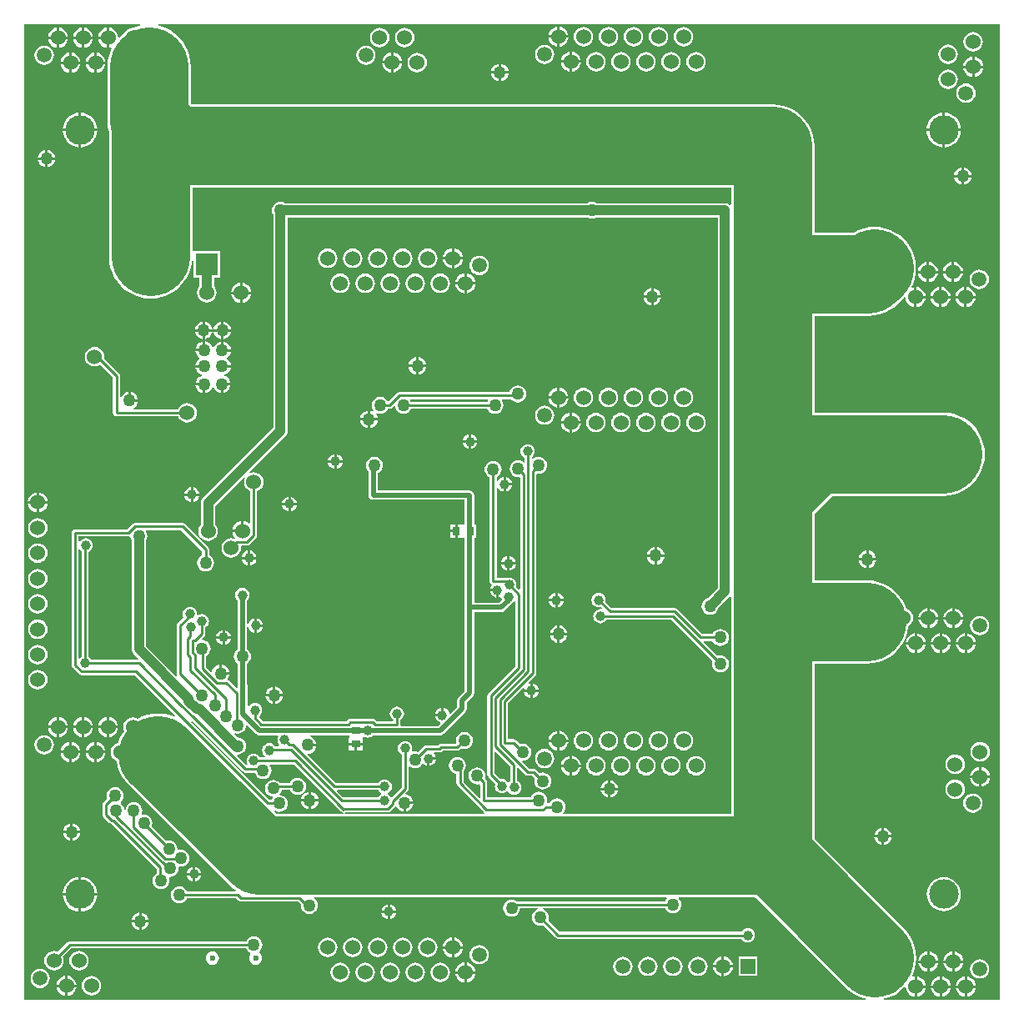
<source format=gbl>
%FSLAX25Y25*%
%MOIN*%
G70*
G01*
G75*
G04 Layer_Physical_Order=2*
G04 Layer_Color=16711680*
%ADD10R,0.05079X0.04882*%
%ADD11O,0.01575X0.05906*%
%ADD12R,0.01575X0.05906*%
%ADD13R,0.00748X0.03961*%
%ADD14R,0.03961X0.00748*%
%ADD15R,0.08661X0.12992*%
%ADD16R,0.08661X0.03937*%
%ADD17O,0.03150X0.10039*%
%ADD18R,0.12992X0.08268*%
%ADD19R,0.04724X0.08268*%
%ADD20R,0.14567X0.09055*%
%ADD21R,0.03150X0.03543*%
%ADD22R,0.02756X0.03543*%
%ADD23R,0.03543X0.03150*%
%ADD24R,0.03543X0.02756*%
%ADD25R,0.02953X0.03543*%
%ADD26R,0.39370X0.19685*%
%ADD27R,0.03543X0.02953*%
%ADD28O,0.09055X0.01378*%
%ADD29R,0.07874X0.09843*%
%ADD30R,0.01969X0.09055*%
%ADD31C,0.31496*%
%ADD32C,0.01000*%
%ADD33C,0.01969*%
%ADD34C,0.03937*%
%ADD35C,0.06000*%
%ADD36C,0.11811*%
%ADD37C,0.02362*%
%ADD38R,0.05906X0.05906*%
%ADD39C,0.05906*%
%ADD40C,0.03937*%
%ADD41C,0.05000*%
%ADD42R,0.09055X0.09055*%
G36*
X521441Y166468D02*
Y160442D01*
X520911Y160036D01*
X520513Y160000D01*
D01*
X520059Y160592D01*
X519467Y161047D01*
X518777Y161332D01*
X518037Y161430D01*
X517425Y161349D01*
X514980Y163795D01*
Y164153D01*
X514983Y164173D01*
Y172273D01*
X515445Y172464D01*
X521441Y166468D01*
D02*
G37*
G36*
X414529Y164381D02*
D01*
X414529D01*
Y164381D01*
D01*
X414529D01*
Y164381D01*
X414529D01*
X414529Y164381D01*
Y164381D01*
X414529Y164381D01*
Y164381D01*
X414981Y164079D01*
X415514Y163973D01*
X419270D01*
X419280Y163893D01*
X419620Y163074D01*
X420159Y162371D01*
X420862Y161831D01*
X421681Y161492D01*
X422560Y161377D01*
X423439Y161492D01*
X424258Y161831D01*
X424961Y162371D01*
X425500Y163074D01*
X425840Y163893D01*
X425955Y164772D01*
X425840Y165651D01*
X425500Y166469D01*
X425201Y166859D01*
X425422Y167308D01*
X434934D01*
X453915Y148326D01*
X454367Y148024D01*
X454618Y147974D01*
X454569Y147477D01*
X427881D01*
X426975Y148383D01*
X427305Y148758D01*
X427338Y148733D01*
X428157Y148394D01*
X429035Y148278D01*
X429914Y148394D01*
X430733Y148733D01*
X431436Y149273D01*
X431976Y149976D01*
X432315Y150794D01*
X432431Y151673D01*
X432315Y152552D01*
X431976Y153371D01*
X431436Y154074D01*
X430733Y154614D01*
X429914Y154953D01*
X429421Y155018D01*
X429230Y155480D01*
X429614Y155980D01*
X429953Y156798D01*
X429989Y157072D01*
X433252D01*
X433379Y156767D01*
X433918Y156064D01*
X434621Y155524D01*
X435440Y155185D01*
X436319Y155069D01*
X437198Y155185D01*
X438017Y155524D01*
X438720Y156064D01*
X439259Y156767D01*
X439598Y157586D01*
X439714Y158465D01*
X439598Y159343D01*
X439259Y160162D01*
X438720Y160865D01*
X438017Y161405D01*
X437198Y161744D01*
X436319Y161860D01*
X435440Y161744D01*
X434621Y161405D01*
X433918Y160865D01*
X433379Y160162D01*
X433252Y159857D01*
X429243D01*
X429074Y160078D01*
X428371Y160617D01*
X427552Y160957D01*
X426673Y161072D01*
X425795Y160957D01*
X424976Y160617D01*
X424272Y160078D01*
X423733Y159375D01*
X423394Y158556D01*
X423278Y157677D01*
X423394Y156798D01*
X423733Y155980D01*
X424272Y155276D01*
X424976Y154737D01*
X425795Y154398D01*
X426287Y154333D01*
X426479Y153871D01*
X426095Y153371D01*
X425969Y153066D01*
X424918D01*
X420956Y157028D01*
X420940Y157104D01*
X420639Y157556D01*
X393900Y184295D01*
X393957Y184402D01*
X393951Y184391D01*
X394446Y184465D01*
X414529Y164381D01*
D02*
G37*
G36*
X468685Y156937D02*
X469140Y156344D01*
X469732Y155890D01*
X469755Y155881D01*
Y155381D01*
X469633Y155330D01*
X469041Y154876D01*
X468587Y154284D01*
X468572Y154247D01*
X454573D01*
X452239Y156581D01*
X452431Y157043D01*
X468641D01*
X468685Y156937D01*
D02*
G37*
G36*
X349652Y252801D02*
X349985Y252545D01*
Y210168D01*
X349949Y210153D01*
X349356Y209699D01*
X349307Y209635D01*
X348834Y209796D01*
Y253089D01*
X349307Y253250D01*
X349652Y252801D01*
D02*
G37*
G36*
X369401Y258274D02*
X369603Y257971D01*
X369654Y257586D01*
X369993Y256767D01*
X370074Y256661D01*
Y213414D01*
X370171Y212674D01*
X370457Y211985D01*
X370911Y211393D01*
X372772Y209532D01*
X372581Y209070D01*
X353869D01*
X353854Y209107D01*
X353400Y209699D01*
X352807Y210153D01*
X352771Y210168D01*
Y252209D01*
X353103Y252347D01*
X353695Y252801D01*
X354149Y253393D01*
X354435Y254083D01*
X354532Y254823D01*
X354435Y255563D01*
X354149Y256252D01*
X353695Y256844D01*
X353103Y257299D01*
X352413Y257585D01*
X351673Y257682D01*
X350933Y257585D01*
X350244Y257299D01*
X349652Y256844D01*
X349307Y256396D01*
X348834Y256557D01*
Y258351D01*
X368745D01*
X369174Y258436D01*
X369401Y258274D01*
D02*
G37*
G36*
X419650Y179414D02*
X419650Y179414D01*
X420262Y179005D01*
X420382Y178981D01*
X420984Y178861D01*
X420984Y178861D01*
X428345D01*
X428623Y178446D01*
X428362Y177816D01*
X428264Y177076D01*
X428362Y176336D01*
X428647Y175646D01*
X429074Y175090D01*
X428853Y174642D01*
X427286D01*
X427061Y174935D01*
X426469Y175390D01*
X425779Y175675D01*
X425039Y175773D01*
X424299Y175675D01*
X423610Y175390D01*
X423018Y174935D01*
X422563Y174343D01*
X422278Y173653D01*
X422180Y172913D01*
X422278Y172173D01*
X422563Y171484D01*
X423018Y170892D01*
X423441Y170567D01*
X423280Y170094D01*
X421290D01*
X421275Y170130D01*
X420821Y170722D01*
X420229Y171177D01*
X419539Y171463D01*
X418799Y171560D01*
X418059Y171463D01*
X417370Y171177D01*
X416778Y170722D01*
X416323Y170130D01*
X416038Y169441D01*
X415940Y168701D01*
X416038Y167961D01*
X416323Y167271D01*
X416372Y167208D01*
X416321Y167104D01*
X415828Y167022D01*
X412067Y170783D01*
X412288Y171232D01*
X412444Y171211D01*
X413322Y171327D01*
X414141Y171666D01*
X414845Y172205D01*
X415384Y172909D01*
X415723Y173728D01*
X415839Y174606D01*
X415723Y175485D01*
X415384Y176304D01*
X414845Y177007D01*
X414141Y177547D01*
X413322Y177886D01*
X412444Y178001D01*
X412396Y177995D01*
X411068Y179323D01*
X411346Y179739D01*
X411523Y179665D01*
X412402Y179550D01*
X413280Y179665D01*
X414099Y180005D01*
X414802Y180544D01*
X415342Y181247D01*
X415681Y182066D01*
X415761Y182669D01*
X416234Y182830D01*
X419650Y179414D01*
D02*
G37*
G36*
X373349Y462495D02*
X372745Y462374D01*
X370683Y461674D01*
X370633Y461650D01*
X370591Y461656D01*
X369581Y461523D01*
X368641Y461133D01*
X367833Y460513D01*
X367214Y459706D01*
X367209Y459695D01*
X366919Y459501D01*
X365281Y458065D01*
X365075Y457830D01*
X364596Y457975D01*
X364488Y458800D01*
X364085Y459773D01*
X363443Y460609D01*
X362608Y461250D01*
X361635Y461653D01*
X361091Y461725D01*
Y457756D01*
Y453787D01*
X361635Y453859D01*
X361767Y453914D01*
X362109Y453549D01*
X361672Y452664D01*
X360972Y450601D01*
X360547Y448465D01*
X360405Y446292D01*
Y424481D01*
X360476Y423390D01*
X360547Y422311D01*
X360547Y422309D01*
X360547Y422308D01*
X360759Y421243D01*
X360971Y420175D01*
X360972Y420173D01*
X360972Y420172D01*
X360988Y420125D01*
Y370118D01*
X361130Y367945D01*
X361555Y365809D01*
X362255Y363747D01*
X363219Y361793D01*
X364429Y359982D01*
X365865Y358345D01*
X367502Y356909D01*
X369313Y355699D01*
X371266Y354736D01*
X373328Y354036D01*
X375465Y353611D01*
X377638Y353468D01*
X379811Y353611D01*
X381947Y354036D01*
X384009Y354736D01*
X385963Y355699D01*
X387774Y356909D01*
X389411Y358345D01*
X390847Y359982D01*
X392057Y361793D01*
X393020Y363747D01*
X393720Y365809D01*
X394145Y367945D01*
X394185Y368558D01*
X394685Y368542D01*
Y361811D01*
X397220D01*
Y358406D01*
X396721Y357757D01*
X396332Y356816D01*
X396199Y355807D01*
X396332Y354798D01*
X396721Y353857D01*
X397341Y353050D01*
X398149Y352430D01*
X399089Y352041D01*
X400098Y351908D01*
X401108Y352041D01*
X402048Y352430D01*
X402856Y353050D01*
X403476Y353857D01*
X403865Y354798D01*
X403998Y355807D01*
X403865Y356816D01*
X403476Y357757D01*
X402938Y358457D01*
Y361811D01*
X405473D01*
Y372599D01*
X394685D01*
Y372599D01*
X394641D01*
X394288Y372952D01*
Y397799D01*
X609649D01*
Y391027D01*
X609201Y390806D01*
X608615Y391256D01*
X607925Y391541D01*
X607185Y391639D01*
X555839D01*
X555733Y391720D01*
X554914Y392059D01*
X554035Y392175D01*
X553157Y392059D01*
X552338Y391720D01*
X552232Y391639D01*
X431331D01*
X431225Y391720D01*
X430406Y392059D01*
X429528Y392175D01*
X428649Y392059D01*
X427830Y391720D01*
X427127Y391180D01*
X426587Y390477D01*
X426248Y389658D01*
X426132Y388779D01*
X426248Y387901D01*
X426587Y387082D01*
X426669Y386976D01*
Y301775D01*
X398569Y273675D01*
X398114Y273083D01*
X397829Y272393D01*
X397731Y271654D01*
Y263156D01*
X397214Y262481D01*
X396824Y261541D01*
X396691Y260531D01*
X396824Y259522D01*
X397214Y258582D01*
X397833Y257774D01*
X398641Y257154D01*
X399581Y256765D01*
X400591Y256632D01*
X401600Y256765D01*
X402540Y257154D01*
X403348Y257774D01*
X403968Y258582D01*
X404357Y259522D01*
X404490Y260531D01*
X404357Y261541D01*
X403968Y262481D01*
X403450Y263156D01*
Y270469D01*
X414948Y281968D01*
X415364Y281690D01*
X415131Y281127D01*
X414998Y280118D01*
X415131Y279109D01*
X415521Y278168D01*
X416140Y277361D01*
X416948Y276741D01*
X417343Y276577D01*
Y263857D01*
X416895Y263636D01*
X416387Y264025D01*
X415414Y264428D01*
X414870Y264500D01*
Y260531D01*
X414370D01*
Y260032D01*
X410401D01*
X410473Y259487D01*
X410876Y258514D01*
X411322Y257933D01*
X411018Y257537D01*
X410852Y257605D01*
X409842Y257738D01*
X408833Y257605D01*
X407893Y257216D01*
X407085Y256596D01*
X406465Y255788D01*
X406076Y254848D01*
X405943Y253839D01*
X406076Y252829D01*
X406465Y251889D01*
X407085Y251081D01*
X407893Y250462D01*
X408833Y250072D01*
X409842Y249939D01*
X410852Y250072D01*
X411792Y250462D01*
X412600Y251081D01*
X413220Y251889D01*
X413609Y252829D01*
X413742Y253839D01*
X413669Y254397D01*
X413998Y254772D01*
X416179D01*
X416712Y254878D01*
X417164Y255180D01*
X417164Y255180D01*
X417164Y255180D01*
X419721Y257738D01*
X419721Y257738D01*
X419721Y257738D01*
X420023Y258190D01*
X420129Y258723D01*
Y276444D01*
X420847Y276741D01*
X421655Y277361D01*
X422275Y278168D01*
X422664Y279109D01*
X422797Y280118D01*
X422664Y281127D01*
X422275Y282068D01*
X421655Y282875D01*
X420847Y283495D01*
X419907Y283885D01*
X418898Y284018D01*
X417888Y283885D01*
X417325Y283652D01*
X417048Y284067D01*
X431549Y298569D01*
X432004Y299161D01*
X432004Y299161D01*
X432004Y299161D01*
X432289Y299851D01*
X432387Y300590D01*
Y385920D01*
X552232D01*
X552338Y385839D01*
X553157Y385500D01*
X554035Y385384D01*
X554914Y385500D01*
X555733Y385839D01*
X555839Y385920D01*
X604326D01*
Y237503D01*
X600533Y233710D01*
X600401Y233693D01*
X599582Y233354D01*
X598879Y232814D01*
X598339Y232111D01*
X598000Y231292D01*
X597884Y230413D01*
X598000Y229535D01*
X598339Y228716D01*
X598879Y228013D01*
X599582Y227473D01*
X600401Y227134D01*
X601279Y227018D01*
X602158Y227134D01*
X602977Y227473D01*
X603680Y228013D01*
X604220Y228716D01*
X604559Y229535D01*
X604576Y229667D01*
X609187Y234278D01*
X609649Y234087D01*
Y224173D01*
Y147477D01*
X542704D01*
X542483Y147925D01*
X542999Y148598D01*
X543339Y149416D01*
X543454Y150295D01*
X543339Y151174D01*
X542999Y151993D01*
X542460Y152696D01*
X541757Y153236D01*
X540938Y153575D01*
X540059Y153691D01*
X539180Y153575D01*
X538362Y153236D01*
X537658Y152696D01*
X537119Y151993D01*
X536993Y151688D01*
X536313D01*
X536055Y152074D01*
X536171Y152953D01*
X536055Y153832D01*
X535716Y154650D01*
X535176Y155353D01*
X534473Y155893D01*
X533654Y156232D01*
X532776Y156348D01*
X531897Y156232D01*
X531078Y155893D01*
X530375Y155353D01*
X529835Y154650D01*
X529632Y154161D01*
X512204D01*
Y160046D01*
X512098Y160579D01*
X511796Y161030D01*
X511320Y161507D01*
X511446Y161811D01*
X511562Y162690D01*
X511446Y163569D01*
X511107Y164388D01*
X510567Y165091D01*
X509864Y165630D01*
X509045Y165970D01*
X508167Y166085D01*
X507288Y165970D01*
X506469Y165630D01*
X505766Y165091D01*
X505226Y164388D01*
X504887Y163569D01*
X504771Y162690D01*
X504887Y161811D01*
X505226Y160993D01*
X505766Y160290D01*
X506469Y159750D01*
X507288Y159411D01*
X508167Y159295D01*
X509042Y159410D01*
X509047Y159406D01*
X509418Y158510D01*
Y154145D01*
X508956Y153953D01*
X502676Y160233D01*
Y164415D01*
X502696Y164430D01*
X503236Y165133D01*
X503575Y165952D01*
X503690Y166831D01*
X503575Y167709D01*
X503236Y168528D01*
X502696Y169231D01*
X501993Y169771D01*
X501174Y170110D01*
X500882Y170149D01*
X500828Y170185D01*
X500295Y170291D01*
X499762Y170185D01*
X499709Y170149D01*
X499416Y170110D01*
X498598Y169771D01*
X497894Y169231D01*
X497355Y168528D01*
X497016Y167709D01*
X496900Y166831D01*
X497016Y165952D01*
X497355Y165133D01*
X497894Y164430D01*
X498598Y163890D01*
X499416Y163551D01*
X499891Y163489D01*
Y159656D01*
X499891Y159656D01*
X499891D01*
X499997Y159123D01*
X500299Y158671D01*
X510868Y148102D01*
X511088Y147955D01*
X510942Y147477D01*
X455231D01*
X455182Y147974D01*
X455433Y148024D01*
X455587Y148127D01*
X472444D01*
X472977Y148233D01*
X473429Y148535D01*
X475383Y150488D01*
X475418Y150542D01*
X475916Y150493D01*
X476077Y150105D01*
X476638Y149374D01*
X477369Y148813D01*
X478220Y148460D01*
X478634Y148406D01*
Y151870D01*
X479134D01*
Y152370D01*
X482598D01*
X482544Y152784D01*
X482191Y153635D01*
X481630Y154366D01*
X480899Y154927D01*
X480048Y155280D01*
X479723Y155323D01*
X479562Y155796D01*
X480316Y156550D01*
X480618Y157001D01*
X480724Y157535D01*
Y166257D01*
X481172Y166478D01*
X481594Y166154D01*
X482413Y165815D01*
X483291Y165699D01*
X484170Y165815D01*
X484989Y166154D01*
X485692Y166694D01*
X486175Y167323D01*
X486670Y167388D01*
X487184Y166994D01*
X487906Y166694D01*
X488181Y166658D01*
Y169587D01*
X488681D01*
Y170087D01*
X491609D01*
X491573Y170362D01*
X491274Y171084D01*
X490890Y171584D01*
X491111Y172032D01*
X493110D01*
X493643Y172138D01*
X494095Y172440D01*
X494305Y172650D01*
X500224D01*
X500757Y172756D01*
X501209Y173058D01*
X501209Y173058D01*
X501209Y173058D01*
X501868Y173717D01*
X502172Y173591D01*
X503051Y173475D01*
X503930Y173591D01*
X504749Y173930D01*
X505452Y174469D01*
X505992Y175172D01*
X506331Y175991D01*
X506446Y176870D01*
X506331Y177749D01*
X505992Y178568D01*
X505452Y179271D01*
X504749Y179810D01*
X503930Y180150D01*
X503051Y180265D01*
X502172Y180150D01*
X501354Y179810D01*
X500650Y179271D01*
X500111Y178568D01*
X499772Y177749D01*
X499656Y176870D01*
X499772Y175991D01*
X499829Y175852D01*
X499552Y175436D01*
X493728D01*
X493195Y175330D01*
X492743Y175028D01*
X492533Y174818D01*
X487622D01*
X487089Y174712D01*
X486637Y174410D01*
X484475Y172248D01*
X484170Y172374D01*
X483291Y172490D01*
X482413Y172374D01*
X482326Y172338D01*
X481973Y172692D01*
X482092Y172980D01*
X482190Y173721D01*
X482092Y174460D01*
X481807Y175150D01*
X481352Y175742D01*
X480760Y176197D01*
X480071Y176482D01*
X479331Y176580D01*
X478591Y176482D01*
X477901Y176197D01*
X477309Y175742D01*
X476855Y175150D01*
X476569Y174460D01*
X476472Y173721D01*
X476569Y172980D01*
X476855Y172291D01*
X477309Y171699D01*
X477901Y171244D01*
X477938Y171229D01*
Y158111D01*
X474016Y154189D01*
X473539Y154284D01*
X473085Y154876D01*
X472493Y155330D01*
X472470Y155340D01*
Y155840D01*
X472591Y155890D01*
X473183Y156344D01*
X473637Y156937D01*
X473923Y157626D01*
X474020Y158366D01*
X473923Y159106D01*
X473637Y159796D01*
X473183Y160388D01*
X472591Y160842D01*
X471901Y161128D01*
X471161Y161225D01*
X470421Y161128D01*
X469732Y160842D01*
X469140Y160388D01*
X468711Y159829D01*
X451631D01*
X440415Y171044D01*
X440576Y171518D01*
X441191Y171599D01*
X442042Y171951D01*
X442774Y172512D01*
X443335Y173243D01*
X443687Y174095D01*
X443742Y174509D01*
X440277D01*
Y175508D01*
X443742D01*
X443687Y175922D01*
X443335Y176774D01*
X442774Y177505D01*
X442042Y178066D01*
X441306Y178371D01*
X441403Y178861D01*
X457008D01*
X457008Y178465D01*
X457008D01*
Y178103D01*
X456874Y177969D01*
X456874D01*
Y175894D01*
X462417D01*
Y177969D01*
X462417D01*
Y178277D01*
X462732Y178432D01*
X462941Y178272D01*
X463630Y177986D01*
X464370Y177889D01*
X465110Y177986D01*
X465800Y178272D01*
X466392Y178726D01*
X466495Y178861D01*
X493432D01*
X493432Y178861D01*
X494034Y178981D01*
X494154Y179005D01*
X494766Y179414D01*
X503469Y188117D01*
X503470Y188117D01*
X503878Y188729D01*
X504022Y189451D01*
Y191964D01*
X506413Y194355D01*
X506413Y194355D01*
X506686Y194764D01*
X506822Y194967D01*
X506965Y195689D01*
X506965Y195689D01*
Y228146D01*
X517729D01*
X517729Y228146D01*
X518331Y228266D01*
X518451Y228289D01*
X519063Y228698D01*
X519063Y228698D01*
X519063Y228698D01*
X522003Y231638D01*
X522095Y231775D01*
X522124Y231787D01*
X522716Y232242D01*
X522968Y232570D01*
X523442Y232409D01*
Y206555D01*
X512606Y195718D01*
X512304Y195266D01*
X512198Y194734D01*
Y164189D01*
X512194Y164169D01*
Y163218D01*
X512194Y163218D01*
X512194D01*
X512300Y162685D01*
X512602Y162233D01*
X515348Y159487D01*
X515275Y159311D01*
X515178Y158571D01*
X515275Y157831D01*
X515561Y157141D01*
X516015Y156549D01*
X516608Y156095D01*
X517297Y155809D01*
X518037Y155712D01*
X518777Y155809D01*
X519467Y156095D01*
X520059Y156549D01*
X520457Y156585D01*
Y156585D01*
X520457Y156585D01*
X520911Y155992D01*
X521503Y155538D01*
X522193Y155252D01*
X522933Y155155D01*
X523673Y155252D01*
X524363Y155538D01*
X524955Y155992D01*
X525409Y156585D01*
X525695Y157274D01*
X525792Y158014D01*
X525695Y158754D01*
X525409Y159444D01*
X524955Y160036D01*
X524363Y160490D01*
X524227Y160546D01*
Y165668D01*
X524689Y165860D01*
X527360Y163188D01*
X527812Y162886D01*
X528345Y162780D01*
X530230D01*
X531197Y161813D01*
X531071Y161509D01*
X530955Y160630D01*
X531071Y159751D01*
X531410Y158932D01*
X531950Y158229D01*
X532653Y157690D01*
X533472Y157350D01*
X534350Y157235D01*
X535229Y157350D01*
X536048Y157690D01*
X536751Y158229D01*
X537291Y158932D01*
X537630Y159751D01*
X537746Y160630D01*
X537630Y161509D01*
X537291Y162328D01*
X536751Y163031D01*
X536048Y163570D01*
X535229Y163909D01*
X534350Y164025D01*
X533472Y163909D01*
X533167Y163783D01*
X531792Y165158D01*
X531340Y165460D01*
X530807Y165566D01*
X528922D01*
X526153Y168335D01*
X526374Y168784D01*
X526476Y168770D01*
X527355Y168886D01*
X528174Y169225D01*
X528877Y169765D01*
X529417Y170468D01*
X529756Y171287D01*
X529872Y172165D01*
X529756Y173044D01*
X529417Y173863D01*
X528877Y174566D01*
X528174Y175106D01*
X527355Y175445D01*
X526476Y175560D01*
X525598Y175445D01*
X525293Y175319D01*
X523658Y176954D01*
X523206Y177255D01*
X522673Y177362D01*
X520582D01*
Y191838D01*
X526560Y197816D01*
X526976Y197538D01*
X526931Y197429D01*
X526895Y197153D01*
X529323D01*
Y199582D01*
X529048Y199546D01*
X528938Y199500D01*
X528660Y199916D01*
X531418Y202674D01*
X531720Y203126D01*
X531826Y203659D01*
X531826Y203659D01*
X531826Y203659D01*
Y203659D01*
Y283227D01*
X532202Y283557D01*
X532677Y283495D01*
X533556Y283610D01*
X534375Y283949D01*
X535078Y284489D01*
X535617Y285192D01*
X535957Y286011D01*
X536072Y286890D01*
X535957Y287769D01*
X535617Y288587D01*
X535078Y289291D01*
X534375Y289830D01*
X533556Y290169D01*
X532677Y290285D01*
X531799Y290169D01*
X530980Y289830D01*
X530408Y289392D01*
X530009Y289589D01*
X529960Y290086D01*
X529960Y290086D01*
X530368Y290400D01*
X530823Y290992D01*
X531108Y291681D01*
X531206Y292421D01*
X531108Y293161D01*
X530823Y293851D01*
X530368Y294443D01*
X529776Y294897D01*
X529086Y295183D01*
X528346Y295280D01*
X527606Y295183D01*
X526917Y294897D01*
X526325Y294443D01*
X525870Y293851D01*
X525585Y293161D01*
X525487Y292421D01*
X525585Y291681D01*
X525870Y290992D01*
X526325Y290400D01*
X526917Y289945D01*
X527174Y289839D01*
Y288201D01*
X526726Y287980D01*
X526265Y288334D01*
X525446Y288673D01*
X524567Y288789D01*
X523688Y288673D01*
X522869Y288334D01*
X522166Y287795D01*
X521627Y287091D01*
X521287Y286273D01*
X521172Y285394D01*
X521287Y284515D01*
X521627Y283696D01*
X522166Y282993D01*
X522869Y282453D01*
X523688Y282114D01*
X524567Y281999D01*
X524932Y282047D01*
X525308Y281717D01*
Y237392D01*
X524846Y237200D01*
X523736Y238310D01*
X523752Y238347D01*
X523849Y239087D01*
X523752Y239826D01*
X523466Y240516D01*
X523012Y241108D01*
X522420Y241563D01*
X521730Y241848D01*
X520990Y241946D01*
X520643Y241900D01*
X520421Y241944D01*
X515920D01*
Y277856D01*
X516411Y277954D01*
X516502Y277735D01*
X516977Y277115D01*
X517597Y276639D01*
X518320Y276340D01*
X518595Y276304D01*
Y279232D01*
Y282161D01*
X518320Y282124D01*
X517597Y281825D01*
X516977Y281349D01*
X516502Y280729D01*
X516411Y280511D01*
X515920Y280608D01*
Y282130D01*
X516225Y282257D01*
X516928Y282796D01*
X517468Y283499D01*
X517807Y284318D01*
X517923Y285197D01*
X517807Y286075D01*
X517468Y286894D01*
X516928Y287598D01*
X516225Y288137D01*
X515406Y288476D01*
X514528Y288592D01*
X513649Y288476D01*
X512830Y288137D01*
X512127Y287598D01*
X511587Y286894D01*
X511248Y286075D01*
X511132Y285197D01*
X511248Y284318D01*
X511587Y283499D01*
X512127Y282796D01*
X512830Y282257D01*
X513135Y282130D01*
Y240551D01*
X513241Y240018D01*
X513543Y239566D01*
X513896Y239330D01*
X513947Y239023D01*
X513886Y238718D01*
X513647Y238406D01*
X513348Y237684D01*
X513312Y237409D01*
X516240D01*
Y236910D01*
X516740D01*
Y233981D01*
X517015Y234017D01*
X517445Y234195D01*
X517877Y233945D01*
X517933Y233523D01*
X518114Y233086D01*
X516948Y231919D01*
X506965D01*
Y257894D01*
X507854D01*
Y263169D01*
X506965D01*
Y274882D01*
X506822Y275604D01*
X506413Y276216D01*
X505801Y276625D01*
X505079Y276768D01*
X468497D01*
Y283834D01*
X468824Y283969D01*
X469527Y284509D01*
X470066Y285212D01*
X470405Y286031D01*
X470521Y286910D01*
X470405Y287788D01*
X470066Y288607D01*
X469527Y289310D01*
X468824Y289850D01*
X468005Y290189D01*
X467126Y290305D01*
X466247Y290189D01*
X465428Y289850D01*
X464725Y289310D01*
X464186Y288607D01*
X463846Y287788D01*
X463731Y286910D01*
X463846Y286031D01*
X464186Y285212D01*
X464723Y284511D01*
Y274882D01*
X464867Y274160D01*
X465276Y273548D01*
X465888Y273139D01*
X466610Y272995D01*
X503192D01*
Y263169D01*
X502973Y263169D01*
Y263169D01*
X502610D01*
X502477Y263303D01*
Y263303D01*
X500402D01*
Y260531D01*
Y257760D01*
X502477D01*
Y257894D01*
X502973D01*
Y257894D01*
X503192Y257894D01*
Y229232D01*
Y196470D01*
X500801Y194080D01*
X500392Y193468D01*
X500368Y193348D01*
X500249Y192746D01*
X500249Y192746D01*
Y190233D01*
X497544Y187528D01*
X497085Y187684D01*
X496786Y188407D01*
X496310Y189027D01*
X495690Y189502D01*
X494968Y189802D01*
X494693Y189838D01*
Y186909D01*
X494193D01*
Y186409D01*
X491265D01*
X491301Y186135D01*
X491600Y185412D01*
X492076Y184792D01*
X492696Y184317D01*
X493418Y184017D01*
X493574Y183558D01*
X492651Y182635D01*
X477758D01*
X477441Y183021D01*
X477476Y183197D01*
Y185009D01*
X477512Y185024D01*
X478104Y185478D01*
X478559Y186071D01*
X478844Y186760D01*
X478942Y187500D01*
X478844Y188240D01*
X478559Y188929D01*
X478104Y189522D01*
X477512Y189976D01*
X476823Y190262D01*
X476083Y190359D01*
X475343Y190262D01*
X474653Y189976D01*
X474061Y189522D01*
X473607Y188929D01*
X473321Y188240D01*
X473224Y187500D01*
X473321Y186760D01*
X473607Y186071D01*
X474061Y185478D01*
X474602Y185063D01*
X474441Y184590D01*
X467883D01*
X467406Y185068D01*
X466954Y185370D01*
X466421Y185476D01*
X457544D01*
X457011Y185370D01*
X456559Y185068D01*
X456081Y184590D01*
X433920D01*
X433679Y184638D01*
X428568D01*
X428327Y184590D01*
X422436D01*
X420921Y186105D01*
X420954Y186604D01*
X421411Y186955D01*
X421866Y187547D01*
X422151Y188236D01*
X422249Y188976D01*
X422151Y189716D01*
X421866Y190406D01*
X421411Y190998D01*
X420819Y191452D01*
X420130Y191738D01*
X419390Y191835D01*
X418650Y191738D01*
X417960Y191452D01*
X417368Y190998D01*
X417047Y190580D01*
X416572Y190735D01*
X416194Y207583D01*
X416708Y207977D01*
X417247Y208680D01*
X417587Y209499D01*
X417702Y210378D01*
X417587Y211257D01*
X417247Y212076D01*
X416708Y212779D01*
X416194Y213173D01*
Y222110D01*
X416693Y222143D01*
X416715Y221972D01*
X417014Y221250D01*
X417490Y220630D01*
X418110Y220154D01*
X418832Y219855D01*
X419107Y219819D01*
Y222747D01*
Y225675D01*
X418832Y225639D01*
X418110Y225340D01*
X417490Y224864D01*
X417014Y224244D01*
X416715Y223522D01*
X416693Y223352D01*
X416194Y223384D01*
Y232820D01*
X416329Y232923D01*
X416783Y233515D01*
X417069Y234205D01*
X417166Y234945D01*
X417069Y235685D01*
X416783Y236374D01*
X416329Y236966D01*
X415736Y237421D01*
X415047Y237706D01*
X414307Y237804D01*
X413567Y237706D01*
X412878Y237421D01*
X412285Y236966D01*
X411831Y236374D01*
X411545Y235685D01*
X411448Y234945D01*
X411545Y234205D01*
X411831Y233515D01*
X412285Y232923D01*
X412420Y232820D01*
Y213173D01*
X411906Y212779D01*
X411367Y212076D01*
X411027Y211257D01*
X410912Y210378D01*
X411027Y209499D01*
X411367Y208680D01*
X411906Y207977D01*
X412420Y207583D01*
Y197880D01*
X411958Y197689D01*
X408886Y200761D01*
X408480Y201032D01*
X408457Y201172D01*
X408572Y201752D01*
X408668Y201877D01*
X409020Y202728D01*
X409075Y203142D01*
X405610D01*
Y203642D01*
X405110D01*
Y207106D01*
X404697Y207052D01*
X403845Y206699D01*
X403114Y206138D01*
X402553Y205407D01*
X402200Y204555D01*
X402158Y204231D01*
X401684Y204070D01*
X399818Y205936D01*
Y210600D01*
X399945Y210653D01*
X400648Y211192D01*
X401188Y211895D01*
X401527Y212714D01*
X401643Y213593D01*
X401527Y214472D01*
X401188Y215291D01*
X400648Y215994D01*
X399945Y216533D01*
X399127Y216873D01*
X398275Y216985D01*
X398115Y217458D01*
X399134Y218478D01*
X399436Y218930D01*
X399542Y219463D01*
X399542Y219463D01*
X399542Y219463D01*
Y219463D01*
Y222028D01*
X399579Y222043D01*
X400171Y222497D01*
X400625Y223089D01*
X400911Y223779D01*
X401008Y224519D01*
X400911Y225259D01*
X400625Y225948D01*
X400171Y226540D01*
X399579Y226995D01*
X398889Y227280D01*
X398149Y227378D01*
X397409Y227280D01*
X396720Y226995D01*
X396588Y226894D01*
X396155Y227144D01*
X396185Y227373D01*
X396088Y228113D01*
X395802Y228803D01*
X395348Y229395D01*
X394756Y229849D01*
X394066Y230135D01*
X393326Y230232D01*
X392586Y230135D01*
X391897Y229849D01*
X391305Y229395D01*
X390850Y228803D01*
X390565Y228113D01*
X390467Y227373D01*
X390565Y226633D01*
X390792Y226084D01*
X388456Y223748D01*
X388154Y223296D01*
X388048Y222763D01*
Y203501D01*
X388048Y203501D01*
X388048D01*
X388154Y202968D01*
X388210Y202885D01*
X387824Y202567D01*
X375792Y214599D01*
Y256661D01*
X375873Y256767D01*
X376213Y257586D01*
X376328Y258465D01*
X376213Y259343D01*
X375873Y260162D01*
X375622Y260489D01*
X375844Y260938D01*
X389848D01*
X398213Y252573D01*
Y250901D01*
X397909Y250775D01*
X397205Y250235D01*
X396666Y249532D01*
X396327Y248713D01*
X396211Y247835D01*
X396327Y246956D01*
X396666Y246137D01*
X397205Y245434D01*
X397909Y244894D01*
X398728Y244555D01*
X399606Y244440D01*
X400485Y244555D01*
X401304Y244894D01*
X402007Y245434D01*
X402547Y246137D01*
X402886Y246956D01*
X403001Y247835D01*
X402886Y248713D01*
X402547Y249532D01*
X402007Y250235D01*
X401304Y250775D01*
X400999Y250901D01*
Y253150D01*
X400893Y253683D01*
X400591Y254134D01*
X391410Y263316D01*
X390958Y263618D01*
X390425Y263724D01*
X371332D01*
X370799Y263618D01*
X370347Y263316D01*
X368168Y261137D01*
X347342D01*
X346810Y261031D01*
X346358Y260729D01*
X346056Y260277D01*
X345950Y259744D01*
X346048Y259249D01*
Y206898D01*
X346048Y206898D01*
X346048D01*
X346154Y206365D01*
X346456Y205913D01*
X349012Y203358D01*
X349464Y203056D01*
X349997Y202950D01*
X371305D01*
X387526Y186729D01*
X387238Y186327D01*
X385175Y187027D01*
X383039Y187452D01*
X380866Y187595D01*
X380551D01*
X378378Y187452D01*
X376242Y187027D01*
X374180Y186327D01*
X372559Y185528D01*
X372540Y185542D01*
X371600Y185932D01*
X370590Y186065D01*
X369581Y185932D01*
X368641Y185542D01*
X367833Y184923D01*
X367214Y184115D01*
X366824Y183175D01*
X366691Y182165D01*
X366824Y181156D01*
X367041Y180631D01*
X366132Y179270D01*
X365169Y177316D01*
X364704Y175948D01*
X364581Y175932D01*
X363641Y175542D01*
X362833Y174923D01*
X362213Y174115D01*
X361824Y173175D01*
X361691Y172165D01*
X361824Y171156D01*
X362213Y170216D01*
X362833Y169408D01*
X363641Y168788D01*
X364076Y168608D01*
X364469Y166636D01*
X365169Y164573D01*
X366132Y162620D01*
X367342Y160809D01*
X368778Y159172D01*
X370415Y157736D01*
X370758Y157507D01*
X409211Y119054D01*
X410848Y117618D01*
X411730Y117029D01*
X411584Y116550D01*
X392240D01*
X392113Y116855D01*
X391574Y117558D01*
X390871Y118098D01*
X390052Y118437D01*
X389173Y118553D01*
X388295Y118437D01*
X387476Y118098D01*
X386772Y117558D01*
X386233Y116855D01*
X385894Y116036D01*
X385778Y115157D01*
X385894Y114279D01*
X386233Y113460D01*
X386772Y112757D01*
X387476Y112217D01*
X388295Y111878D01*
X389173Y111762D01*
X390052Y111878D01*
X390871Y112217D01*
X391574Y112757D01*
X392113Y113460D01*
X392240Y113765D01*
X411873D01*
X412910Y112728D01*
X413362Y112426D01*
X413895Y112320D01*
X436596D01*
X437688Y111228D01*
X437648Y110925D01*
X437764Y110047D01*
X438103Y109228D01*
X438643Y108524D01*
X439346Y107985D01*
X440165Y107646D01*
X441043Y107530D01*
X441922Y107646D01*
X442741Y107985D01*
X443444Y108524D01*
X443984Y109228D01*
X444323Y110047D01*
X444439Y110925D01*
X444323Y111804D01*
X443984Y112623D01*
X443444Y113326D01*
X442952Y113704D01*
X443113Y114177D01*
X583865D01*
X584025Y113704D01*
X583918Y113621D01*
X583379Y112918D01*
X583252Y112613D01*
X523867D01*
X523646Y112783D01*
X522828Y113122D01*
X521949Y113238D01*
X521070Y113122D01*
X520251Y112783D01*
X519548Y112243D01*
X519008Y111540D01*
X518669Y110721D01*
X518554Y109843D01*
X518669Y108964D01*
X519008Y108145D01*
X519548Y107442D01*
X520251Y106902D01*
X521070Y106563D01*
X521949Y106447D01*
X522828Y106563D01*
X523646Y106902D01*
X524350Y107442D01*
X524889Y108145D01*
X525228Y108964D01*
X525342Y109828D01*
X532282D01*
X532379Y109337D01*
X531669Y109043D01*
X530965Y108503D01*
X530426Y107800D01*
X530087Y106981D01*
X529971Y106102D01*
X530087Y105224D01*
X530426Y104405D01*
X530965Y103702D01*
X531669Y103162D01*
X532487Y102823D01*
X533366Y102707D01*
X534245Y102823D01*
X534550Y102949D01*
X539507Y97992D01*
X539507Y97992D01*
X539507D01*
X539507Y97992D01*
X539507D01*
X539507Y97991D01*
Y97992D01*
Y97991D01*
D01*
D01*
X539507D01*
Y97992D01*
X539959Y97689D01*
X540492Y97584D01*
X613847D01*
X613863Y97547D01*
X614317Y96955D01*
X614909Y96500D01*
X615599Y96215D01*
X616339Y96117D01*
X617079Y96215D01*
X617768Y96500D01*
X618360Y96955D01*
X618815Y97547D01*
X619100Y98236D01*
X619198Y98976D01*
X619100Y99716D01*
X618815Y100406D01*
X618360Y100998D01*
X617768Y101452D01*
X617079Y101738D01*
X616339Y101836D01*
X615599Y101738D01*
X614909Y101452D01*
X614317Y100998D01*
X613863Y100406D01*
X613847Y100369D01*
X541069D01*
X536519Y104919D01*
X536646Y105224D01*
X536761Y106102D01*
X536646Y106981D01*
X536306Y107800D01*
X535767Y108503D01*
X535064Y109043D01*
X534353Y109337D01*
X534450Y109828D01*
X583252D01*
X583379Y109523D01*
X583918Y108820D01*
X584621Y108280D01*
X585440Y107941D01*
X586319Y107825D01*
X587198Y107941D01*
X588017Y108280D01*
X588720Y108820D01*
X589259Y109523D01*
X589598Y110342D01*
X589714Y111221D01*
X589598Y112099D01*
X589259Y112918D01*
X588720Y113621D01*
X588612Y113704D01*
X588773Y114177D01*
X619245D01*
X655267Y78155D01*
X656904Y76719D01*
X658715Y75509D01*
X660668Y74546D01*
X662731Y73846D01*
X663335Y73726D01*
X663286Y73228D01*
X327165D01*
Y462992D01*
X373300D01*
X373349Y462495D01*
D02*
G37*
G36*
X716929Y73228D02*
X670794D01*
X670745Y73726D01*
X671349Y73846D01*
X673412Y74546D01*
X673461Y74571D01*
X673504Y74565D01*
X674513Y74698D01*
X675454Y75087D01*
X676261Y75707D01*
X676881Y76515D01*
X676885Y76525D01*
X677176Y76719D01*
X678813Y78155D01*
X679020Y78391D01*
X679498Y78246D01*
X679607Y77420D01*
X680010Y76447D01*
X680651Y75612D01*
X681487Y74971D01*
X682460Y74568D01*
X683004Y74496D01*
Y78465D01*
Y82433D01*
X682460Y82362D01*
X682328Y82307D01*
X681986Y82672D01*
X682422Y83557D01*
X683122Y85619D01*
X683547Y87755D01*
X683690Y89929D01*
X683547Y92102D01*
X683122Y94238D01*
X682422Y96300D01*
X681459Y98254D01*
X680249Y100064D01*
X678813Y101702D01*
X642949Y137566D01*
Y207523D01*
X664001D01*
X666174Y207666D01*
X668310Y208091D01*
X670373Y208791D01*
X672326Y209754D01*
X674137Y210964D01*
X675774Y212400D01*
X677210Y214037D01*
X678420Y215848D01*
X679384Y217802D01*
X680084Y219864D01*
X680509Y222000D01*
X680537Y222435D01*
X681261Y222991D01*
X681881Y223798D01*
X682271Y224739D01*
X682403Y225748D01*
X682271Y226757D01*
X681881Y227698D01*
X681261Y228505D01*
X680454Y229125D01*
X679769Y229409D01*
X679384Y230545D01*
X678420Y232498D01*
X677210Y234309D01*
X675774Y235946D01*
X674137Y237382D01*
X672326Y238592D01*
X670373Y239556D01*
X668310Y240256D01*
X666174Y240681D01*
X664001Y240823D01*
X642949D01*
Y267552D01*
X650007Y274610D01*
X694489D01*
X696662Y274752D01*
X698798Y275177D01*
X700860Y275877D01*
X702814Y276841D01*
X704625Y278051D01*
X706262Y279487D01*
X707698Y281124D01*
X708908Y282935D01*
X709871Y284888D01*
X710571Y286950D01*
X710996Y289087D01*
X711139Y291260D01*
X710996Y293433D01*
X710571Y295569D01*
X709871Y297631D01*
X708908Y299585D01*
X707698Y301396D01*
X706262Y303033D01*
X704625Y304469D01*
X702814Y305679D01*
X700860Y306642D01*
X698798Y307342D01*
X696662Y307767D01*
X694489Y307910D01*
X643110D01*
X642949Y308061D01*
Y346539D01*
X664552D01*
X666726Y346682D01*
X668862Y347107D01*
X670924Y347807D01*
X672877Y348770D01*
X674688Y349980D01*
X676326Y351416D01*
X678695Y353785D01*
X678902Y354021D01*
X679380Y353876D01*
X679489Y353050D01*
X679892Y352077D01*
X680533Y351242D01*
X681369Y350601D01*
X682342Y350197D01*
X682886Y350126D01*
Y354095D01*
Y358063D01*
X682342Y357992D01*
X682210Y357937D01*
X681868Y358302D01*
X682304Y359187D01*
X683004Y361249D01*
X683429Y363385D01*
X683572Y365558D01*
X683429Y367732D01*
X683004Y369868D01*
X682304Y371930D01*
X681341Y373883D01*
X680131Y375694D01*
X678695Y377332D01*
X677058Y378768D01*
X675247Y379978D01*
X673293Y380941D01*
X671231Y381641D01*
X669095Y382066D01*
X666922Y382208D01*
X664749Y382066D01*
X662612Y381641D01*
X660550Y380941D01*
X658597Y379978D01*
X658389Y379839D01*
X642949D01*
Y414449D01*
X642807Y416622D01*
X642382Y418758D01*
X641682Y420820D01*
X640718Y422774D01*
X639508Y424585D01*
X638072Y426222D01*
X636435Y427658D01*
X634624Y428868D01*
X632671Y429831D01*
X630609Y430531D01*
X628472Y430956D01*
X626299Y431099D01*
X393983D01*
X393704Y431377D01*
Y446292D01*
X393562Y448465D01*
X393137Y450601D01*
X392437Y452664D01*
X391474Y454617D01*
X390264Y456428D01*
X388828Y458065D01*
X387190Y459501D01*
X385380Y460711D01*
X383426Y461674D01*
X381364Y462374D01*
X380760Y462495D01*
X380809Y462992D01*
X716929D01*
Y73228D01*
D02*
G37*
%LPC*%
G36*
X360090Y181665D02*
X356622D01*
X356694Y181121D01*
X357097Y180148D01*
X357738Y179313D01*
X358573Y178671D01*
X359546Y178268D01*
X360090Y178197D01*
Y181665D01*
D02*
G37*
G36*
X354559D02*
X351091D01*
Y178197D01*
X351635Y178268D01*
X352608Y178671D01*
X353443Y179313D01*
X354084Y180148D01*
X354488Y181121D01*
X354559Y181665D01*
D02*
G37*
G36*
X350091D02*
X346622D01*
X346693Y181121D01*
X347096Y180148D01*
X347738Y179313D01*
X348573Y178671D01*
X349546Y178268D01*
X350091Y178197D01*
Y181665D01*
D02*
G37*
G36*
X540130Y180662D02*
X539586Y180590D01*
X538613Y180187D01*
X537777Y179546D01*
X537136Y178710D01*
X536733Y177737D01*
X536661Y177193D01*
X540130D01*
Y180662D01*
D02*
G37*
G36*
X462417Y174894D02*
X460146D01*
Y172819D01*
X462417D01*
Y174894D01*
D02*
G37*
G36*
X459146D02*
X456874D01*
Y172819D01*
X459146D01*
Y174894D01*
D02*
G37*
G36*
X344559Y181665D02*
X341090D01*
Y178197D01*
X341635Y178268D01*
X342608Y178671D01*
X343443Y179313D01*
X344085Y180148D01*
X344488Y181121D01*
X344559Y181665D01*
D02*
G37*
G36*
X340090D02*
X336622D01*
X336694Y181121D01*
X337097Y180148D01*
X337738Y179313D01*
X338573Y178671D01*
X339546Y178268D01*
X340090Y178197D01*
Y181665D01*
D02*
G37*
G36*
X541130Y180662D02*
Y177193D01*
X544599D01*
X544527Y177737D01*
X544124Y178710D01*
X543483Y179546D01*
X542647Y180187D01*
X541674Y180590D01*
X541130Y180662D01*
D02*
G37*
G36*
X364559Y181665D02*
X361090D01*
Y178197D01*
X361635Y178268D01*
X362608Y178671D01*
X363443Y179313D01*
X364085Y180148D01*
X364488Y181121D01*
X364559Y181665D01*
D02*
G37*
G36*
X493693Y189838D02*
X493418Y189802D01*
X492696Y189502D01*
X492076Y189027D01*
X491600Y188407D01*
X491301Y187684D01*
X491265Y187409D01*
X493693D01*
Y189838D01*
D02*
G37*
G36*
X361090Y186134D02*
Y182665D01*
X364559D01*
X364488Y183210D01*
X364085Y184183D01*
X363443Y185018D01*
X362608Y185659D01*
X361635Y186062D01*
X361090Y186134D01*
D02*
G37*
G36*
X426527Y194382D02*
X423562D01*
X423617Y193968D01*
X423969Y193117D01*
X424530Y192386D01*
X425261Y191825D01*
X426113Y191472D01*
X426527Y191418D01*
Y194382D01*
D02*
G37*
G36*
X529323Y196153D02*
X526895D01*
X526931Y195879D01*
X527230Y195157D01*
X527706Y194536D01*
X528326Y194061D01*
X529048Y193761D01*
X529323Y193725D01*
Y196153D01*
D02*
G37*
G36*
X430491Y194382D02*
X427527D01*
Y191418D01*
X427940Y191472D01*
X428792Y191825D01*
X429523Y192386D01*
X430084Y193117D01*
X430437Y193968D01*
X430491Y194382D01*
D02*
G37*
G36*
X341090Y186134D02*
Y182665D01*
X344559D01*
X344488Y183210D01*
X344085Y184183D01*
X343443Y185018D01*
X342608Y185659D01*
X341635Y186062D01*
X341090Y186134D01*
D02*
G37*
G36*
X340090D02*
X339546Y186062D01*
X338573Y185659D01*
X337738Y185018D01*
X337097Y184183D01*
X336694Y183210D01*
X336622Y182665D01*
X340090D01*
Y186134D01*
D02*
G37*
G36*
X350091D02*
X349546Y186062D01*
X348573Y185659D01*
X347738Y185018D01*
X347096Y184183D01*
X346693Y183210D01*
X346622Y182665D01*
X350091D01*
Y186134D01*
D02*
G37*
G36*
X360090D02*
X359546Y186062D01*
X358573Y185659D01*
X357738Y185018D01*
X357097Y184183D01*
X356694Y183210D01*
X356622Y182665D01*
X360090D01*
Y186134D01*
D02*
G37*
G36*
X351091D02*
Y182665D01*
X354559D01*
X354488Y183210D01*
X354084Y184183D01*
X353443Y185018D01*
X352608Y185659D01*
X351635Y186062D01*
X351091Y186134D01*
D02*
G37*
G36*
X590630Y180592D02*
X589621Y180459D01*
X588680Y180070D01*
X587873Y179450D01*
X587253Y178643D01*
X586863Y177702D01*
X586730Y176693D01*
X586863Y175684D01*
X587253Y174743D01*
X587873Y173935D01*
X588680Y173316D01*
X589621Y172926D01*
X590630Y172793D01*
X591639Y172926D01*
X592580Y173316D01*
X593387Y173935D01*
X594007Y174743D01*
X594397Y175684D01*
X594529Y176693D01*
X594397Y177702D01*
X594007Y178643D01*
X593387Y179450D01*
X592580Y180070D01*
X591639Y180459D01*
X590630Y180592D01*
D02*
G37*
G36*
X345091Y171665D02*
X341622D01*
X341693Y171121D01*
X342096Y170148D01*
X342738Y169313D01*
X343573Y168671D01*
X344546Y168268D01*
X345091Y168197D01*
Y171665D01*
D02*
G37*
G36*
X546130Y170662D02*
Y167193D01*
X549599D01*
X549527Y167737D01*
X549124Y168710D01*
X548483Y169546D01*
X547647Y170187D01*
X546674Y170590D01*
X546130Y170662D01*
D02*
G37*
G36*
X545130D02*
X544586Y170590D01*
X543613Y170187D01*
X542777Y169546D01*
X542136Y168710D01*
X541733Y167737D01*
X541661Y167193D01*
X545130D01*
Y170662D01*
D02*
G37*
G36*
X359559Y171665D02*
X356090D01*
Y168197D01*
X356635Y168268D01*
X357608Y168671D01*
X358443Y169313D01*
X359085Y170148D01*
X359488Y171121D01*
X359559Y171665D01*
D02*
G37*
G36*
X355090D02*
X351622D01*
X351694Y171121D01*
X352097Y170148D01*
X352738Y169313D01*
X353573Y168671D01*
X354546Y168268D01*
X355090Y168197D01*
Y171665D01*
D02*
G37*
G36*
X349559D02*
X346091D01*
Y168197D01*
X346635Y168268D01*
X347608Y168671D01*
X348443Y169313D01*
X349084Y170148D01*
X349488Y171121D01*
X349559Y171665D01*
D02*
G37*
G36*
X595630Y170592D02*
X594621Y170459D01*
X593680Y170070D01*
X592873Y169450D01*
X592253Y168643D01*
X591863Y167702D01*
X591730Y166693D01*
X591863Y165684D01*
X592253Y164743D01*
X592873Y163935D01*
X593680Y163316D01*
X594621Y162926D01*
X595630Y162793D01*
X596639Y162926D01*
X597580Y163316D01*
X598387Y163935D01*
X599007Y164743D01*
X599397Y165684D01*
X599529Y166693D01*
X599397Y167702D01*
X599007Y168643D01*
X598387Y169450D01*
X597580Y170070D01*
X596639Y170459D01*
X595630Y170592D01*
D02*
G37*
G36*
X585630D02*
X584621Y170459D01*
X583680Y170070D01*
X582873Y169450D01*
X582253Y168643D01*
X581863Y167702D01*
X581730Y166693D01*
X581863Y165684D01*
X582253Y164743D01*
X582873Y163935D01*
X583680Y163316D01*
X584621Y162926D01*
X585630Y162793D01*
X586639Y162926D01*
X587580Y163316D01*
X588387Y163935D01*
X589007Y164743D01*
X589397Y165684D01*
X589529Y166693D01*
X589397Y167702D01*
X589007Y168643D01*
X588387Y169450D01*
X587580Y170070D01*
X586639Y170459D01*
X585630Y170592D01*
D02*
G37*
G36*
X575630D02*
X574621Y170459D01*
X573680Y170070D01*
X572873Y169450D01*
X572253Y168643D01*
X571863Y167702D01*
X571730Y166693D01*
X571863Y165684D01*
X572253Y164743D01*
X572873Y163935D01*
X573680Y163316D01*
X574621Y162926D01*
X575630Y162793D01*
X576639Y162926D01*
X577580Y163316D01*
X578387Y163935D01*
X579007Y164743D01*
X579397Y165684D01*
X579529Y166693D01*
X579397Y167702D01*
X579007Y168643D01*
X578387Y169450D01*
X577580Y170070D01*
X576639Y170459D01*
X575630Y170592D01*
D02*
G37*
G36*
X491609Y169087D02*
X489181D01*
Y166658D01*
X489456Y166694D01*
X490178Y166994D01*
X490798Y167470D01*
X491274Y168090D01*
X491573Y168812D01*
X491609Y169087D01*
D02*
G37*
G36*
X535118Y173458D02*
X534121Y173327D01*
X533192Y172942D01*
X532395Y172330D01*
X531782Y171532D01*
X531397Y170603D01*
X531266Y169606D01*
X531397Y168609D01*
X531782Y167680D01*
X532395Y166883D01*
X533192Y166270D01*
X534121Y165886D01*
X535118Y165754D01*
X536115Y165886D01*
X537044Y166270D01*
X537842Y166883D01*
X538454Y167680D01*
X538839Y168609D01*
X538970Y169606D01*
X538839Y170603D01*
X538454Y171532D01*
X537842Y172330D01*
X537044Y172942D01*
X536115Y173327D01*
X535118Y173458D01*
D02*
G37*
G36*
X699213Y171183D02*
X698203Y171050D01*
X697263Y170660D01*
X696455Y170041D01*
X695835Y169233D01*
X695446Y168293D01*
X695313Y167283D01*
X695446Y166274D01*
X695835Y165334D01*
X696455Y164526D01*
X697263Y163906D01*
X698203Y163517D01*
X699213Y163384D01*
X700222Y163517D01*
X701162Y163906D01*
X701970Y164526D01*
X702590Y165334D01*
X702979Y166274D01*
X703112Y167283D01*
X702979Y168293D01*
X702590Y169233D01*
X701970Y170041D01*
X701162Y170660D01*
X700222Y171050D01*
X699213Y171183D01*
D02*
G37*
G36*
X550630Y180592D02*
X549621Y180459D01*
X548680Y180070D01*
X547873Y179450D01*
X547253Y178643D01*
X546863Y177702D01*
X546730Y176693D01*
X546863Y175684D01*
X547253Y174743D01*
X547873Y173935D01*
X548680Y173316D01*
X549621Y172926D01*
X550630Y172793D01*
X551639Y172926D01*
X552580Y173316D01*
X553387Y173935D01*
X554007Y174743D01*
X554397Y175684D01*
X554529Y176693D01*
X554397Y177702D01*
X554007Y178643D01*
X553387Y179450D01*
X552580Y180070D01*
X551639Y180459D01*
X550630Y180592D01*
D02*
G37*
G36*
X544599Y176193D02*
X541130D01*
Y172724D01*
X541674Y172796D01*
X542647Y173199D01*
X543483Y173840D01*
X544124Y174676D01*
X544527Y175649D01*
X544599Y176193D01*
D02*
G37*
G36*
X540130D02*
X536661D01*
X536733Y175649D01*
X537136Y174676D01*
X537777Y173840D01*
X538613Y173199D01*
X539586Y172796D01*
X540130Y172724D01*
Y176193D01*
D02*
G37*
G36*
X580630Y180592D02*
X579621Y180459D01*
X578680Y180070D01*
X577873Y179450D01*
X577253Y178643D01*
X576863Y177702D01*
X576730Y176693D01*
X576863Y175684D01*
X577253Y174743D01*
X577873Y173935D01*
X578680Y173316D01*
X579621Y172926D01*
X580630Y172793D01*
X581639Y172926D01*
X582580Y173316D01*
X583387Y173935D01*
X584007Y174743D01*
X584397Y175684D01*
X584529Y176693D01*
X584397Y177702D01*
X584007Y178643D01*
X583387Y179450D01*
X582580Y180070D01*
X581639Y180459D01*
X580630Y180592D01*
D02*
G37*
G36*
X570630D02*
X569621Y180459D01*
X568680Y180070D01*
X567873Y179450D01*
X567253Y178643D01*
X566863Y177702D01*
X566730Y176693D01*
X566863Y175684D01*
X567253Y174743D01*
X567873Y173935D01*
X568680Y173316D01*
X569621Y172926D01*
X570630Y172793D01*
X571639Y172926D01*
X572580Y173316D01*
X573387Y173935D01*
X574007Y174743D01*
X574397Y175684D01*
X574529Y176693D01*
X574397Y177702D01*
X574007Y178643D01*
X573387Y179450D01*
X572580Y180070D01*
X571639Y180459D01*
X570630Y180592D01*
D02*
G37*
G36*
X560630D02*
X559621Y180459D01*
X558680Y180070D01*
X557873Y179450D01*
X557253Y178643D01*
X556863Y177702D01*
X556730Y176693D01*
X556863Y175684D01*
X557253Y174743D01*
X557873Y173935D01*
X558680Y173316D01*
X559621Y172926D01*
X560630Y172793D01*
X561639Y172926D01*
X562580Y173316D01*
X563387Y173935D01*
X564007Y174743D01*
X564397Y175684D01*
X564529Y176693D01*
X564397Y177702D01*
X564007Y178643D01*
X563387Y179450D01*
X562580Y180070D01*
X561639Y180459D01*
X560630Y180592D01*
D02*
G37*
G36*
X345091Y176134D02*
X344546Y176062D01*
X343573Y175659D01*
X342738Y175018D01*
X342096Y174183D01*
X341693Y173210D01*
X341622Y172665D01*
X345091D01*
Y176134D01*
D02*
G37*
G36*
X335079Y178970D02*
X334082Y178839D01*
X333153Y178454D01*
X332355Y177842D01*
X331743Y177044D01*
X331358Y176115D01*
X331227Y175118D01*
X331358Y174121D01*
X331743Y173192D01*
X332355Y172395D01*
X333153Y171782D01*
X334082Y171397D01*
X335079Y171266D01*
X336076Y171397D01*
X337005Y171782D01*
X337802Y172395D01*
X338415Y173192D01*
X338799Y174121D01*
X338931Y175118D01*
X338799Y176115D01*
X338415Y177044D01*
X337802Y177842D01*
X337005Y178454D01*
X336076Y178839D01*
X335079Y178970D01*
D02*
G37*
G36*
X709213Y176183D02*
X708203Y176050D01*
X707263Y175661D01*
X706455Y175041D01*
X705835Y174233D01*
X705446Y173293D01*
X705313Y172283D01*
X705446Y171274D01*
X705835Y170334D01*
X706455Y169526D01*
X707263Y168906D01*
X708203Y168517D01*
X709213Y168384D01*
X710222Y168517D01*
X711162Y168906D01*
X711970Y169526D01*
X712590Y170334D01*
X712979Y171274D01*
X713112Y172283D01*
X712979Y173293D01*
X712590Y174233D01*
X711970Y175041D01*
X711162Y175661D01*
X710222Y176050D01*
X709213Y176183D01*
D02*
G37*
G36*
X356090Y176134D02*
Y172665D01*
X359559D01*
X359488Y173210D01*
X359085Y174183D01*
X358443Y175018D01*
X357608Y175659D01*
X356635Y176062D01*
X356090Y176134D01*
D02*
G37*
G36*
X355090D02*
X354546Y176062D01*
X353573Y175659D01*
X352738Y175018D01*
X352097Y174183D01*
X351694Y173210D01*
X351622Y172665D01*
X355090D01*
Y176134D01*
D02*
G37*
G36*
X346091D02*
Y172665D01*
X349559D01*
X349488Y173210D01*
X349084Y174183D01*
X348443Y175018D01*
X347608Y175659D01*
X346635Y176062D01*
X346091Y176134D01*
D02*
G37*
G36*
X702473Y225248D02*
X699004D01*
Y221779D01*
X699548Y221851D01*
X700521Y222254D01*
X701357Y222895D01*
X701998Y223731D01*
X702401Y224704D01*
X702473Y225248D01*
D02*
G37*
G36*
X698004D02*
X694535D01*
X694607Y224704D01*
X695010Y223731D01*
X695651Y222895D01*
X696487Y222254D01*
X697460Y221851D01*
X698004Y221779D01*
Y225248D01*
D02*
G37*
G36*
X692473D02*
X689004D01*
Y221779D01*
X689548Y221851D01*
X690521Y222254D01*
X691357Y222895D01*
X691998Y223731D01*
X692401Y224704D01*
X692473Y225248D01*
D02*
G37*
G36*
X689004Y229717D02*
Y226248D01*
X692473D01*
X692401Y226792D01*
X691998Y227765D01*
X691357Y228601D01*
X690521Y229242D01*
X689548Y229645D01*
X689004Y229717D01*
D02*
G37*
G36*
X688004D02*
X687460Y229645D01*
X686487Y229242D01*
X685651Y228601D01*
X685010Y227765D01*
X684607Y226792D01*
X684535Y226248D01*
X688004D01*
Y229717D01*
D02*
G37*
G36*
X420107Y225675D02*
Y223247D01*
X422535D01*
X422499Y223522D01*
X422200Y224244D01*
X421724Y224864D01*
X421104Y225340D01*
X420382Y225639D01*
X420107Y225675D01*
D02*
G37*
G36*
X422535Y222247D02*
X420107D01*
Y219819D01*
X420382Y219855D01*
X421104Y220154D01*
X421724Y220630D01*
X422200Y221250D01*
X422499Y221972D01*
X422535Y222247D01*
D02*
G37*
G36*
X709016Y226647D02*
X708019Y226516D01*
X707090Y226131D01*
X706292Y225519D01*
X705680Y224721D01*
X705295Y223792D01*
X705164Y222795D01*
X705295Y221798D01*
X705680Y220869D01*
X706292Y220072D01*
X707090Y219460D01*
X708019Y219075D01*
X709016Y218943D01*
X710013Y219075D01*
X710942Y219460D01*
X711739Y220072D01*
X712352Y220869D01*
X712736Y221798D01*
X712868Y222795D01*
X712736Y223792D01*
X712352Y224721D01*
X711739Y225519D01*
X710942Y226131D01*
X710013Y226516D01*
X709016Y226647D01*
D02*
G37*
G36*
X407272Y220940D02*
Y218512D01*
X409700D01*
X409664Y218787D01*
X409365Y219509D01*
X408889Y220129D01*
X408269Y220605D01*
X407547Y220904D01*
X407272Y220940D01*
D02*
G37*
G36*
X688004Y225248D02*
X684535D01*
X684607Y224704D01*
X685010Y223731D01*
X685651Y222895D01*
X686487Y222254D01*
X687460Y221851D01*
X688004Y221779D01*
Y225248D01*
D02*
G37*
G36*
X541248Y222854D02*
Y219890D01*
X544212D01*
X544158Y220303D01*
X543805Y221155D01*
X543244Y221886D01*
X542513Y222447D01*
X541662Y222800D01*
X541248Y222854D01*
D02*
G37*
G36*
X540248D02*
X539834Y222800D01*
X538983Y222447D01*
X538252Y221886D01*
X537691Y221155D01*
X537338Y220303D01*
X537284Y219890D01*
X540248D01*
Y222854D01*
D02*
G37*
G36*
X698004Y229717D02*
X697460Y229645D01*
X696487Y229242D01*
X695651Y228601D01*
X695010Y227765D01*
X694607Y226792D01*
X694535Y226248D01*
X698004D01*
Y229717D01*
D02*
G37*
G36*
X332520Y245376D02*
X331510Y245243D01*
X330570Y244853D01*
X329762Y244234D01*
X329143Y243426D01*
X328753Y242486D01*
X328620Y241476D01*
X328753Y240467D01*
X329143Y239527D01*
X329762Y238719D01*
X330570Y238099D01*
X331510Y237710D01*
X332520Y237577D01*
X333529Y237710D01*
X334469Y238099D01*
X335277Y238719D01*
X335897Y239527D01*
X336286Y240467D01*
X336419Y241476D01*
X336286Y242486D01*
X335897Y243426D01*
X335277Y244234D01*
X334469Y244853D01*
X333529Y245243D01*
X332520Y245376D01*
D02*
G37*
G36*
X515740Y236409D02*
X513312D01*
X513348Y236135D01*
X513647Y235412D01*
X514123Y234792D01*
X514743Y234316D01*
X515465Y234017D01*
X515740Y233981D01*
Y236409D01*
D02*
G37*
G36*
X540264Y235802D02*
Y233374D01*
X542692D01*
X542656Y233649D01*
X542357Y234371D01*
X541881Y234991D01*
X541261Y235467D01*
X540539Y235766D01*
X540264Y235802D01*
D02*
G37*
G36*
X663673Y248811D02*
X660709D01*
X660763Y248397D01*
X661116Y247546D01*
X661677Y246815D01*
X662408Y246254D01*
X663260Y245901D01*
X663673Y245847D01*
Y248811D01*
D02*
G37*
G36*
X523598Y247138D02*
X521169D01*
Y244709D01*
X521444Y244746D01*
X522166Y245045D01*
X522786Y245521D01*
X523262Y246141D01*
X523561Y246863D01*
X523598Y247138D01*
D02*
G37*
G36*
X520169D02*
X517741D01*
X517777Y246863D01*
X518076Y246141D01*
X518552Y245521D01*
X519172Y245045D01*
X519894Y244746D01*
X520169Y244709D01*
Y247138D01*
D02*
G37*
G36*
X556693Y235831D02*
X555953Y235734D01*
X555263Y235449D01*
X554671Y234994D01*
X554217Y234402D01*
X553931Y233712D01*
X553834Y232972D01*
X553931Y232232D01*
X554217Y231543D01*
X554671Y230951D01*
X555263Y230496D01*
X555953Y230211D01*
X556693Y230113D01*
X557433Y230211D01*
X557470Y230226D01*
X557954Y229742D01*
X557733Y229293D01*
X557382Y229339D01*
X556642Y229242D01*
X555952Y228956D01*
X555360Y228502D01*
X554906Y227910D01*
X554620Y227220D01*
X554523Y226480D01*
X554620Y225740D01*
X554906Y225051D01*
X555360Y224459D01*
X555952Y224004D01*
X556642Y223719D01*
X557382Y223621D01*
X558122Y223719D01*
X558811Y224004D01*
X559404Y224459D01*
X559858Y225051D01*
X559873Y225087D01*
X585738D01*
X602162Y208664D01*
X602036Y208359D01*
X601920Y207480D01*
X602036Y206602D01*
X602375Y205783D01*
X602914Y205080D01*
X603617Y204540D01*
X604436Y204201D01*
X605315Y204085D01*
X606194Y204201D01*
X607013Y204540D01*
X607716Y205080D01*
X608255Y205783D01*
X608595Y206602D01*
X608710Y207480D01*
X608595Y208359D01*
X608255Y209178D01*
X607716Y209881D01*
X607013Y210421D01*
X606194Y210760D01*
X605315Y210876D01*
X604436Y210760D01*
X604132Y210634D01*
X598608Y216157D01*
X598800Y216619D01*
X602248D01*
X602375Y216314D01*
X602914Y215611D01*
X603617Y215072D01*
X604436Y214732D01*
X605315Y214617D01*
X606194Y214732D01*
X607013Y215072D01*
X607716Y215611D01*
X608255Y216314D01*
X608595Y217133D01*
X608710Y218012D01*
X608595Y218891D01*
X608255Y219709D01*
X607716Y220413D01*
X607013Y220952D01*
X606194Y221291D01*
X605315Y221407D01*
X604436Y221291D01*
X603617Y220952D01*
X602914Y220413D01*
X602375Y219709D01*
X602248Y219405D01*
X597999D01*
X588073Y229331D01*
X587621Y229633D01*
X587088Y229739D01*
X561896D01*
X559439Y232196D01*
X559455Y232232D01*
X559552Y232972D01*
X559455Y233712D01*
X559169Y234402D01*
X558715Y234994D01*
X558122Y235449D01*
X557433Y235734D01*
X556693Y235831D01*
D02*
G37*
G36*
X332520Y235336D02*
X331510Y235204D01*
X330570Y234814D01*
X329762Y234194D01*
X329143Y233387D01*
X328753Y232446D01*
X328620Y231437D01*
X328753Y230428D01*
X329143Y229487D01*
X329762Y228680D01*
X330570Y228060D01*
X331510Y227670D01*
X332520Y227537D01*
X333529Y227670D01*
X334469Y228060D01*
X335277Y228680D01*
X335897Y229487D01*
X336286Y230428D01*
X336419Y231437D01*
X336286Y232446D01*
X335897Y233387D01*
X335277Y234194D01*
X334469Y234814D01*
X333529Y235204D01*
X332520Y235336D01*
D02*
G37*
G36*
X699004Y229717D02*
Y226248D01*
X702473D01*
X702401Y226792D01*
X701998Y227765D01*
X701357Y228601D01*
X700521Y229242D01*
X699548Y229645D01*
X699004Y229717D01*
D02*
G37*
G36*
X539264Y235802D02*
X538989Y235766D01*
X538267Y235467D01*
X537647Y234991D01*
X537171Y234371D01*
X536872Y233649D01*
X536835Y233374D01*
X539264D01*
Y235802D01*
D02*
G37*
G36*
X542692Y232374D02*
X540264D01*
Y229946D01*
X540539Y229982D01*
X541261Y230281D01*
X541881Y230757D01*
X542357Y231377D01*
X542656Y232099D01*
X542692Y232374D01*
D02*
G37*
G36*
X539264D02*
X536835D01*
X536872Y232099D01*
X537171Y231377D01*
X537647Y230757D01*
X538267Y230281D01*
X538989Y229982D01*
X539264Y229946D01*
Y232374D01*
D02*
G37*
G36*
X687473Y215248D02*
X684004D01*
Y211779D01*
X684548Y211851D01*
X685521Y212254D01*
X686357Y212895D01*
X686998Y213731D01*
X687401Y214704D01*
X687473Y215248D01*
D02*
G37*
G36*
X683004D02*
X679535D01*
X679607Y214704D01*
X680010Y213731D01*
X680651Y212895D01*
X681487Y212254D01*
X682460Y211851D01*
X683004Y211779D01*
Y215248D01*
D02*
G37*
G36*
X332520Y215061D02*
X331510Y214928D01*
X330570Y214539D01*
X329762Y213919D01*
X329143Y213111D01*
X328753Y212171D01*
X328620Y211161D01*
X328753Y210152D01*
X329143Y209212D01*
X329762Y208404D01*
X330570Y207784D01*
X331510Y207395D01*
X332520Y207262D01*
X333529Y207395D01*
X334469Y207784D01*
X335277Y208404D01*
X335897Y209212D01*
X336286Y210152D01*
X336419Y211161D01*
X336286Y212171D01*
X335897Y213111D01*
X335277Y213919D01*
X334469Y214539D01*
X333529Y214928D01*
X332520Y215061D01*
D02*
G37*
G36*
X703004Y215248D02*
X699535D01*
X699607Y214704D01*
X700010Y213731D01*
X700651Y212895D01*
X701487Y212254D01*
X702460Y211851D01*
X703004Y211779D01*
Y215248D01*
D02*
G37*
G36*
X697473D02*
X694004D01*
Y211779D01*
X694548Y211851D01*
X695521Y212254D01*
X696357Y212895D01*
X696998Y213731D01*
X697401Y214704D01*
X697473Y215248D01*
D02*
G37*
G36*
X693004D02*
X689535D01*
X689607Y214704D01*
X690010Y213731D01*
X690651Y212895D01*
X691487Y212254D01*
X692460Y211851D01*
X693004Y211779D01*
Y215248D01*
D02*
G37*
G36*
X427527Y198346D02*
Y195382D01*
X430491D01*
X430437Y195796D01*
X430084Y196647D01*
X429523Y197378D01*
X428792Y197939D01*
X427940Y198292D01*
X427527Y198346D01*
D02*
G37*
G36*
X426527D02*
X426113Y198292D01*
X425261Y197939D01*
X424530Y197378D01*
X423969Y196647D01*
X423617Y195796D01*
X423562Y195382D01*
X426527D01*
Y198346D01*
D02*
G37*
G36*
X532751Y196153D02*
X530323D01*
Y193725D01*
X530598Y193761D01*
X531320Y194061D01*
X531940Y194536D01*
X532416Y195157D01*
X532715Y195879D01*
X532751Y196153D01*
D02*
G37*
G36*
X406110Y207106D02*
Y204142D01*
X409075D01*
X409020Y204555D01*
X408668Y205407D01*
X408107Y206138D01*
X407375Y206699D01*
X406524Y207052D01*
X406110Y207106D01*
D02*
G37*
G36*
X332520Y205022D02*
X331510Y204889D01*
X330570Y204499D01*
X329762Y203879D01*
X329143Y203072D01*
X328753Y202131D01*
X328620Y201122D01*
X328753Y200113D01*
X329143Y199172D01*
X329762Y198365D01*
X330570Y197745D01*
X331510Y197355D01*
X332520Y197223D01*
X333529Y197355D01*
X334469Y197745D01*
X335277Y198365D01*
X335897Y199172D01*
X336286Y200113D01*
X336419Y201122D01*
X336286Y202131D01*
X335897Y203072D01*
X335277Y203879D01*
X334469Y204499D01*
X333529Y204889D01*
X332520Y205022D01*
D02*
G37*
G36*
X530323Y199582D02*
Y197153D01*
X532751D01*
X532715Y197429D01*
X532416Y198151D01*
X531940Y198771D01*
X531320Y199247D01*
X530598Y199546D01*
X530323Y199582D01*
D02*
G37*
G36*
X707473Y215248D02*
X704004D01*
Y211779D01*
X704548Y211851D01*
X705521Y212254D01*
X706357Y212895D01*
X706998Y213731D01*
X707401Y214704D01*
X707473Y215248D01*
D02*
G37*
G36*
X703004Y219717D02*
X702460Y219645D01*
X701487Y219242D01*
X700651Y218601D01*
X700010Y217765D01*
X699607Y216792D01*
X699535Y216248D01*
X703004D01*
Y219717D01*
D02*
G37*
G36*
X694004D02*
Y216248D01*
X697473D01*
X697401Y216792D01*
X696998Y217765D01*
X696357Y218601D01*
X695521Y219242D01*
X694548Y219645D01*
X694004Y219717D01*
D02*
G37*
G36*
X693004D02*
X692460Y219645D01*
X691487Y219242D01*
X690651Y218601D01*
X690010Y217765D01*
X689607Y216792D01*
X689535Y216248D01*
X693004D01*
Y219717D01*
D02*
G37*
G36*
X406272Y220940D02*
X405997Y220904D01*
X405275Y220605D01*
X404655Y220129D01*
X404179Y219509D01*
X403880Y218787D01*
X403843Y218512D01*
X406272D01*
Y220940D01*
D02*
G37*
G36*
X332520Y225199D02*
X331510Y225066D01*
X330570Y224676D01*
X329762Y224057D01*
X329143Y223249D01*
X328753Y222308D01*
X328620Y221299D01*
X328753Y220290D01*
X329143Y219350D01*
X329762Y218542D01*
X330570Y217922D01*
X331510Y217533D01*
X332520Y217400D01*
X333529Y217533D01*
X334469Y217922D01*
X335277Y218542D01*
X335897Y219350D01*
X336286Y220290D01*
X336419Y221299D01*
X336286Y222308D01*
X335897Y223249D01*
X335277Y224057D01*
X334469Y224676D01*
X333529Y225066D01*
X332520Y225199D01*
D02*
G37*
G36*
X704004Y219717D02*
Y216248D01*
X707473D01*
X707401Y216792D01*
X706998Y217765D01*
X706357Y218601D01*
X705521Y219242D01*
X704548Y219645D01*
X704004Y219717D01*
D02*
G37*
G36*
X540248Y218890D02*
X537284D01*
X537338Y218476D01*
X537691Y217625D01*
X538252Y216894D01*
X538983Y216333D01*
X539834Y215980D01*
X540248Y215925D01*
Y218890D01*
D02*
G37*
G36*
X409700Y217512D02*
X407272D01*
Y215084D01*
X407547Y215120D01*
X408269Y215419D01*
X408889Y215895D01*
X409365Y216515D01*
X409664Y217237D01*
X409700Y217512D01*
D02*
G37*
G36*
X406272D02*
X403843D01*
X403880Y217237D01*
X404179Y216515D01*
X404655Y215895D01*
X405275Y215419D01*
X405997Y215120D01*
X406272Y215084D01*
Y217512D01*
D02*
G37*
G36*
X684004Y219717D02*
Y216248D01*
X687473D01*
X687401Y216792D01*
X686998Y217765D01*
X686357Y218601D01*
X685521Y219242D01*
X684548Y219645D01*
X684004Y219717D01*
D02*
G37*
G36*
X683004D02*
X682460Y219645D01*
X681487Y219242D01*
X680651Y218601D01*
X680010Y217765D01*
X679607Y216792D01*
X679535Y216248D01*
X683004D01*
Y219717D01*
D02*
G37*
G36*
X544212Y218890D02*
X541248D01*
Y215925D01*
X541662Y215980D01*
X542513Y216333D01*
X543244Y216894D01*
X543805Y217625D01*
X544158Y218476D01*
X544212Y218890D01*
D02*
G37*
G36*
X565630Y170592D02*
X564621Y170459D01*
X563680Y170070D01*
X562873Y169450D01*
X562253Y168643D01*
X561863Y167702D01*
X561730Y166693D01*
X561863Y165684D01*
X562253Y164743D01*
X562873Y163935D01*
X563680Y163316D01*
X564621Y162926D01*
X565630Y162793D01*
X566639Y162926D01*
X567580Y163316D01*
X568387Y163935D01*
X569007Y164743D01*
X569397Y165684D01*
X569529Y166693D01*
X569397Y167702D01*
X569007Y168643D01*
X568387Y169450D01*
X567580Y170070D01*
X566639Y170459D01*
X565630Y170592D01*
D02*
G37*
G36*
X698004Y87965D02*
X694535D01*
X694607Y87420D01*
X695010Y86447D01*
X695651Y85612D01*
X696487Y84971D01*
X697460Y84567D01*
X698004Y84496D01*
Y87965D01*
D02*
G37*
G36*
X692473D02*
X689004D01*
Y84496D01*
X689548Y84567D01*
X690521Y84971D01*
X691357Y85612D01*
X691998Y86447D01*
X692401Y87420D01*
X692473Y87965D01*
D02*
G37*
G36*
X688004D02*
X684535D01*
X684607Y87420D01*
X685010Y86447D01*
X685651Y85612D01*
X686487Y84971D01*
X687460Y84567D01*
X688004Y84496D01*
Y87965D01*
D02*
G37*
G36*
X503925Y88063D02*
Y84595D01*
X507394D01*
X507322Y85139D01*
X506919Y86112D01*
X506278Y86947D01*
X505442Y87589D01*
X504469Y87991D01*
X503925Y88063D01*
D02*
G37*
G36*
X502925D02*
X502381Y87991D01*
X501408Y87589D01*
X500572Y86947D01*
X499931Y86112D01*
X499528Y85139D01*
X499457Y84595D01*
X502925D01*
Y88063D01*
D02*
G37*
G36*
X702473Y87965D02*
X699004D01*
Y84496D01*
X699548Y84567D01*
X700521Y84971D01*
X701357Y85612D01*
X701998Y86447D01*
X702401Y87420D01*
X702473Y87965D01*
D02*
G37*
G36*
X576417Y90387D02*
X575421Y90256D01*
X574492Y89871D01*
X573694Y89259D01*
X573082Y88461D01*
X572697Y87532D01*
X572566Y86535D01*
X572697Y85539D01*
X573082Y84610D01*
X573694Y83812D01*
X574492Y83200D01*
X575421Y82815D01*
X576417Y82684D01*
X577414Y82815D01*
X578343Y83200D01*
X579141Y83812D01*
X579753Y84610D01*
X580138Y85539D01*
X580269Y86535D01*
X580138Y87532D01*
X579753Y88461D01*
X579141Y89259D01*
X578343Y89871D01*
X577414Y90256D01*
X576417Y90387D01*
D02*
G37*
G36*
X566417D02*
X565420Y90256D01*
X564492Y89871D01*
X563694Y89259D01*
X563082Y88461D01*
X562697Y87532D01*
X562566Y86535D01*
X562697Y85539D01*
X563082Y84610D01*
X563694Y83812D01*
X564492Y83200D01*
X565420Y82815D01*
X566417Y82684D01*
X567414Y82815D01*
X568343Y83200D01*
X569141Y83812D01*
X569753Y84610D01*
X570138Y85539D01*
X570269Y86535D01*
X570138Y87532D01*
X569753Y88461D01*
X569141Y89259D01*
X568343Y89871D01*
X567414Y90256D01*
X566417Y90387D01*
D02*
G37*
G36*
X610338Y86035D02*
X606917D01*
Y82614D01*
X607449Y82684D01*
X608411Y83083D01*
X609236Y83716D01*
X609870Y84542D01*
X610268Y85504D01*
X610338Y86035D01*
D02*
G37*
G36*
X620236Y90354D02*
X612599D01*
Y82717D01*
X620236D01*
Y90354D01*
D02*
G37*
G36*
X596417Y90387D02*
X595421Y90256D01*
X594491Y89871D01*
X593694Y89259D01*
X593082Y88461D01*
X592697Y87532D01*
X592566Y86535D01*
X592697Y85539D01*
X593082Y84610D01*
X593694Y83812D01*
X594491Y83200D01*
X595421Y82815D01*
X596417Y82684D01*
X597414Y82815D01*
X598343Y83200D01*
X599141Y83812D01*
X599753Y84610D01*
X600138Y85539D01*
X600269Y86535D01*
X600138Y87532D01*
X599753Y88461D01*
X599141Y89259D01*
X598343Y89871D01*
X597414Y90256D01*
X596417Y90387D01*
D02*
G37*
G36*
X586417D02*
X585421Y90256D01*
X584491Y89871D01*
X583694Y89259D01*
X583082Y88461D01*
X582697Y87532D01*
X582566Y86535D01*
X582697Y85539D01*
X583082Y84610D01*
X583694Y83812D01*
X584491Y83200D01*
X585421Y82815D01*
X586417Y82684D01*
X587414Y82815D01*
X588343Y83200D01*
X589141Y83812D01*
X589753Y84610D01*
X590138Y85539D01*
X590269Y86535D01*
X590138Y87532D01*
X589753Y88461D01*
X589141Y89259D01*
X588343Y89871D01*
X587414Y90256D01*
X586417Y90387D01*
D02*
G37*
G36*
X348976Y92679D02*
X347967Y92546D01*
X347027Y92157D01*
X346219Y91537D01*
X345599Y90729D01*
X345210Y89789D01*
X345077Y88779D01*
X345210Y87770D01*
X345599Y86830D01*
X346219Y86022D01*
X347027Y85403D01*
X347967Y85013D01*
X348976Y84880D01*
X349986Y85013D01*
X350926Y85403D01*
X351734Y86022D01*
X352354Y86830D01*
X352743Y87770D01*
X352876Y88779D01*
X352743Y89789D01*
X352354Y90729D01*
X351734Y91537D01*
X350926Y92157D01*
X349986Y92546D01*
X348976Y92679D01*
D02*
G37*
G36*
X699004Y92433D02*
Y88965D01*
X702473D01*
X702401Y89509D01*
X701998Y90482D01*
X701357Y91317D01*
X700521Y91959D01*
X699548Y92362D01*
X699004Y92433D01*
D02*
G37*
G36*
X698004D02*
X697460Y92362D01*
X696487Y91959D01*
X695651Y91317D01*
X695010Y90482D01*
X694607Y89509D01*
X694535Y88965D01*
X698004D01*
Y92433D01*
D02*
G37*
G36*
X689004D02*
Y88965D01*
X692473D01*
X692401Y89509D01*
X691998Y90482D01*
X691357Y91317D01*
X690521Y91959D01*
X689548Y92362D01*
X689004Y92433D01*
D02*
G37*
G36*
X448425Y97994D02*
X447416Y97861D01*
X446476Y97472D01*
X445668Y96852D01*
X445048Y96044D01*
X444659Y95104D01*
X444526Y94095D01*
X444659Y93085D01*
X445048Y92145D01*
X445668Y91337D01*
X446476Y90717D01*
X447416Y90328D01*
X448425Y90195D01*
X449435Y90328D01*
X450375Y90717D01*
X451183Y91337D01*
X451802Y92145D01*
X452192Y93085D01*
X452325Y94095D01*
X452192Y95104D01*
X451802Y96044D01*
X451183Y96852D01*
X450375Y97472D01*
X449435Y97861D01*
X448425Y97994D01*
D02*
G37*
G36*
X502394Y93594D02*
X498925D01*
Y90126D01*
X499469Y90197D01*
X500443Y90601D01*
X501278Y91242D01*
X501919Y92077D01*
X502322Y93050D01*
X502394Y93594D01*
D02*
G37*
G36*
X497925D02*
X494456D01*
X494528Y93050D01*
X494931Y92077D01*
X495572Y91242D01*
X496408Y90601D01*
X497381Y90197D01*
X497925Y90126D01*
Y93594D01*
D02*
G37*
G36*
X402264Y92523D02*
X401576Y92432D01*
X400934Y92166D01*
X400383Y91743D01*
X399960Y91193D01*
X399694Y90551D01*
X399604Y89862D01*
X399694Y89174D01*
X399960Y88532D01*
X400383Y87981D01*
X400934Y87558D01*
X401576Y87292D01*
X402264Y87202D01*
X402953Y87292D01*
X403594Y87558D01*
X404145Y87981D01*
X404568Y88532D01*
X404834Y89174D01*
X404925Y89862D01*
X404834Y90551D01*
X404568Y91193D01*
X404145Y91743D01*
X403594Y92166D01*
X402953Y92432D01*
X402264Y92523D01*
D02*
G37*
G36*
X606917Y90456D02*
Y87035D01*
X610338D01*
X610268Y87567D01*
X609870Y88529D01*
X609236Y89354D01*
X608411Y89988D01*
X607449Y90386D01*
X606917Y90456D01*
D02*
G37*
G36*
X605917D02*
X605385Y90386D01*
X604424Y89988D01*
X603598Y89354D01*
X602965Y88529D01*
X602566Y87567D01*
X602496Y87035D01*
X605917D01*
Y90456D01*
D02*
G37*
G36*
X688004Y92433D02*
X687460Y92362D01*
X686487Y91959D01*
X685651Y91317D01*
X685010Y90482D01*
X684607Y89509D01*
X684535Y88965D01*
X688004D01*
Y92433D01*
D02*
G37*
G36*
X508937Y95033D02*
X507940Y94902D01*
X507011Y94517D01*
X506213Y93905D01*
X505601Y93107D01*
X505216Y92178D01*
X505085Y91181D01*
X505216Y90184D01*
X505601Y89255D01*
X506213Y88457D01*
X507011Y87845D01*
X507940Y87461D01*
X508937Y87329D01*
X509934Y87461D01*
X510863Y87845D01*
X511661Y88457D01*
X512273Y89255D01*
X512658Y90184D01*
X512789Y91181D01*
X512658Y92178D01*
X512273Y93107D01*
X511661Y93905D01*
X510863Y94517D01*
X509934Y94902D01*
X508937Y95033D01*
D02*
G37*
G36*
X418918Y98479D02*
X418039Y98363D01*
X417220Y98024D01*
X416517Y97484D01*
X415978Y96781D01*
X415852Y96476D01*
X345280D01*
X344747Y96370D01*
X344295Y96068D01*
X340543Y92316D01*
X339986Y92546D01*
X338976Y92679D01*
X337967Y92546D01*
X337027Y92157D01*
X336219Y91537D01*
X335599Y90729D01*
X335210Y89789D01*
X335077Y88779D01*
X335210Y87770D01*
X335599Y86830D01*
X336219Y86022D01*
X337027Y85403D01*
X337967Y85013D01*
X338976Y84880D01*
X339986Y85013D01*
X340926Y85403D01*
X341734Y86022D01*
X342354Y86830D01*
X342743Y87770D01*
X342876Y88779D01*
X342743Y89789D01*
X342512Y90346D01*
X345857Y93691D01*
X415852D01*
X415978Y93386D01*
X416517Y92683D01*
X417220Y92143D01*
X417442Y92052D01*
X417571Y91568D01*
X417282Y91193D01*
X417017Y90551D01*
X416926Y89862D01*
X417017Y89174D01*
X417282Y88532D01*
X417705Y87981D01*
X418256Y87558D01*
X418898Y87292D01*
X419587Y87202D01*
X420275Y87292D01*
X420917Y87558D01*
X421468Y87981D01*
X421891Y88532D01*
X422156Y89174D01*
X422247Y89862D01*
X422156Y90551D01*
X421891Y91193D01*
X421468Y91743D01*
X421107Y92020D01*
Y92520D01*
X421319Y92683D01*
X421858Y93386D01*
X422198Y94205D01*
X422313Y95083D01*
X422198Y95962D01*
X421858Y96781D01*
X421319Y97484D01*
X420616Y98024D01*
X419797Y98363D01*
X418918Y98479D01*
D02*
G37*
G36*
X333465Y85545D02*
X332468Y85413D01*
X331539Y85029D01*
X330741Y84417D01*
X330129Y83619D01*
X329744Y82690D01*
X329613Y81693D01*
X329744Y80696D01*
X330129Y79767D01*
X330741Y78969D01*
X331539Y78357D01*
X332468Y77972D01*
X333465Y77841D01*
X334461Y77972D01*
X335390Y78357D01*
X336188Y78969D01*
X336800Y79767D01*
X337185Y80696D01*
X337316Y81693D01*
X337185Y82690D01*
X336800Y83619D01*
X336188Y84417D01*
X335390Y85029D01*
X334461Y85413D01*
X333465Y85545D01*
D02*
G37*
G36*
X353976Y82679D02*
X352967Y82546D01*
X352027Y82157D01*
X351219Y81537D01*
X350599Y80729D01*
X350210Y79789D01*
X350077Y78780D01*
X350210Y77770D01*
X350599Y76830D01*
X351219Y76022D01*
X352027Y75402D01*
X352967Y75013D01*
X353976Y74880D01*
X354986Y75013D01*
X355926Y75402D01*
X356734Y76022D01*
X357353Y76830D01*
X357743Y77770D01*
X357876Y78780D01*
X357743Y79789D01*
X357353Y80729D01*
X356734Y81537D01*
X355926Y82157D01*
X354986Y82546D01*
X353976Y82679D01*
D02*
G37*
G36*
X347945Y78280D02*
X344476D01*
Y74811D01*
X345021Y74883D01*
X345994Y75286D01*
X346829Y75927D01*
X347470Y76762D01*
X347873Y77735D01*
X347945Y78280D01*
D02*
G37*
G36*
X694004Y82433D02*
Y78965D01*
X697473D01*
X697401Y79509D01*
X696998Y80482D01*
X696357Y81317D01*
X695521Y81959D01*
X694548Y82362D01*
X694004Y82433D01*
D02*
G37*
G36*
X693004D02*
X692460Y82362D01*
X691487Y81959D01*
X690651Y81317D01*
X690010Y80482D01*
X689607Y79509D01*
X689535Y78965D01*
X693004D01*
Y82433D01*
D02*
G37*
G36*
X684004D02*
Y78965D01*
X687473D01*
X687401Y79509D01*
X686998Y80482D01*
X686357Y81317D01*
X685521Y81959D01*
X684548Y82362D01*
X684004Y82433D01*
D02*
G37*
G36*
X697473Y77965D02*
X694004D01*
Y74496D01*
X694548Y74568D01*
X695521Y74971D01*
X696357Y75612D01*
X696998Y76447D01*
X697401Y77420D01*
X697473Y77965D01*
D02*
G37*
G36*
X693004D02*
X689535D01*
X689607Y77420D01*
X690010Y76447D01*
X690651Y75612D01*
X691487Y74971D01*
X692460Y74568D01*
X693004Y74496D01*
Y77965D01*
D02*
G37*
G36*
X687473D02*
X684004D01*
Y74496D01*
X684548Y74568D01*
X685521Y74971D01*
X686357Y75612D01*
X686998Y76447D01*
X687401Y77420D01*
X687473Y77965D01*
D02*
G37*
G36*
X343476Y78280D02*
X340008D01*
X340079Y77735D01*
X340482Y76762D01*
X341124Y75927D01*
X341959Y75286D01*
X342932Y74883D01*
X343476Y74811D01*
Y78280D01*
D02*
G37*
G36*
X707473Y77965D02*
X704004D01*
Y74496D01*
X704548Y74568D01*
X705521Y74971D01*
X706357Y75612D01*
X706998Y76447D01*
X707401Y77420D01*
X707473Y77965D01*
D02*
G37*
G36*
X703004D02*
X699535D01*
X699607Y77420D01*
X700010Y76447D01*
X700651Y75612D01*
X701487Y74971D01*
X702460Y74568D01*
X703004Y74496D01*
Y77965D01*
D02*
G37*
G36*
Y82433D02*
X702460Y82362D01*
X701487Y81959D01*
X700651Y81317D01*
X700010Y80482D01*
X699607Y79509D01*
X699535Y78965D01*
X703004D01*
Y82433D01*
D02*
G37*
G36*
X483425Y87994D02*
X482416Y87861D01*
X481475Y87472D01*
X480668Y86852D01*
X480048Y86044D01*
X479659Y85104D01*
X479526Y84095D01*
X479659Y83085D01*
X480048Y82145D01*
X480668Y81337D01*
X481475Y80717D01*
X482416Y80328D01*
X483425Y80195D01*
X484435Y80328D01*
X485375Y80717D01*
X486183Y81337D01*
X486802Y82145D01*
X487192Y83085D01*
X487325Y84095D01*
X487192Y85104D01*
X486802Y86044D01*
X486183Y86852D01*
X485375Y87472D01*
X484435Y87861D01*
X483425Y87994D01*
D02*
G37*
G36*
X473425D02*
X472416Y87861D01*
X471476Y87472D01*
X470668Y86852D01*
X470048Y86044D01*
X469659Y85104D01*
X469526Y84095D01*
X469659Y83085D01*
X470048Y82145D01*
X470668Y81337D01*
X471476Y80717D01*
X472416Y80328D01*
X473425Y80195D01*
X474435Y80328D01*
X475375Y80717D01*
X476183Y81337D01*
X476802Y82145D01*
X477192Y83085D01*
X477325Y84095D01*
X477192Y85104D01*
X476802Y86044D01*
X476183Y86852D01*
X475375Y87472D01*
X474435Y87861D01*
X473425Y87994D01*
D02*
G37*
G36*
X463425D02*
X462416Y87861D01*
X461476Y87472D01*
X460668Y86852D01*
X460048Y86044D01*
X459659Y85104D01*
X459526Y84095D01*
X459659Y83085D01*
X460048Y82145D01*
X460668Y81337D01*
X461476Y80717D01*
X462416Y80328D01*
X463425Y80195D01*
X464434Y80328D01*
X465375Y80717D01*
X466183Y81337D01*
X466802Y82145D01*
X467192Y83085D01*
X467325Y84095D01*
X467192Y85104D01*
X466802Y86044D01*
X466183Y86852D01*
X465375Y87472D01*
X464434Y87861D01*
X463425Y87994D01*
D02*
G37*
G36*
X605917Y86035D02*
X602496D01*
X602566Y85504D01*
X602965Y84542D01*
X603598Y83716D01*
X604424Y83083D01*
X605385Y82684D01*
X605917Y82614D01*
Y86035D01*
D02*
G37*
G36*
X709016Y89364D02*
X708019Y89232D01*
X707090Y88848D01*
X706292Y88235D01*
X705680Y87438D01*
X705295Y86509D01*
X705164Y85512D01*
X705295Y84515D01*
X705680Y83586D01*
X706292Y82788D01*
X707090Y82176D01*
X708019Y81791D01*
X709016Y81660D01*
X710013Y81791D01*
X710942Y82176D01*
X711739Y82788D01*
X712352Y83586D01*
X712736Y84515D01*
X712868Y85512D01*
X712736Y86509D01*
X712352Y87438D01*
X711739Y88235D01*
X710942Y88848D01*
X710013Y89232D01*
X709016Y89364D01*
D02*
G37*
G36*
X493425Y87994D02*
X492416Y87861D01*
X491475Y87472D01*
X490668Y86852D01*
X490048Y86044D01*
X489659Y85104D01*
X489526Y84095D01*
X489659Y83085D01*
X490048Y82145D01*
X490668Y81337D01*
X491475Y80717D01*
X492416Y80328D01*
X493425Y80195D01*
X494434Y80328D01*
X495375Y80717D01*
X496183Y81337D01*
X496802Y82145D01*
X497192Y83085D01*
X497325Y84095D01*
X497192Y85104D01*
X496802Y86044D01*
X496183Y86852D01*
X495375Y87472D01*
X494434Y87861D01*
X493425Y87994D01*
D02*
G37*
G36*
X344476Y82748D02*
Y79280D01*
X347945D01*
X347873Y79824D01*
X347470Y80797D01*
X346829Y81632D01*
X345994Y82274D01*
X345021Y82677D01*
X344476Y82748D01*
D02*
G37*
G36*
X343476D02*
X342932Y82677D01*
X341959Y82274D01*
X341124Y81632D01*
X340482Y80797D01*
X340079Y79824D01*
X340008Y79280D01*
X343476D01*
Y82748D01*
D02*
G37*
G36*
X704004Y82433D02*
Y78965D01*
X707473D01*
X707401Y79509D01*
X706998Y80482D01*
X706357Y81317D01*
X705521Y81959D01*
X704548Y82362D01*
X704004Y82433D01*
D02*
G37*
G36*
X453425Y87994D02*
X452416Y87861D01*
X451475Y87472D01*
X450668Y86852D01*
X450048Y86044D01*
X449659Y85104D01*
X449526Y84095D01*
X449659Y83085D01*
X450048Y82145D01*
X450668Y81337D01*
X451475Y80717D01*
X452416Y80328D01*
X453425Y80195D01*
X454434Y80328D01*
X455375Y80717D01*
X456183Y81337D01*
X456802Y82145D01*
X457192Y83085D01*
X457325Y84095D01*
X457192Y85104D01*
X456802Y86044D01*
X456183Y86852D01*
X455375Y87472D01*
X454434Y87861D01*
X453425Y87994D01*
D02*
G37*
G36*
X507394Y83595D02*
X503925D01*
Y80126D01*
X504469Y80197D01*
X505442Y80601D01*
X506278Y81242D01*
X506919Y82077D01*
X507322Y83050D01*
X507394Y83595D01*
D02*
G37*
G36*
X502925D02*
X499457D01*
X499528Y83050D01*
X499931Y82077D01*
X500572Y81242D01*
X501408Y80601D01*
X502381Y80197D01*
X502925Y80126D01*
Y83595D01*
D02*
G37*
G36*
X482598Y151370D02*
X479634D01*
Y148406D01*
X480048Y148460D01*
X480899Y148813D01*
X481630Y149374D01*
X482191Y150105D01*
X482544Y150956D01*
X482598Y151370D01*
D02*
G37*
G36*
X706299Y155623D02*
X705302Y155492D01*
X704373Y155107D01*
X703576Y154495D01*
X702963Y153698D01*
X702579Y152769D01*
X702447Y151772D01*
X702579Y150775D01*
X702963Y149846D01*
X703576Y149048D01*
X704373Y148436D01*
X705302Y148051D01*
X706299Y147920D01*
X707296Y148051D01*
X708225Y148436D01*
X709023Y149048D01*
X709635Y149846D01*
X710020Y150775D01*
X710151Y151772D01*
X710020Y152769D01*
X709635Y153698D01*
X709023Y154495D01*
X708225Y155107D01*
X707296Y155492D01*
X706299Y155623D01*
D02*
G37*
G36*
X346563Y143622D02*
Y140657D01*
X349527D01*
X349473Y141071D01*
X349120Y141923D01*
X348559Y142654D01*
X347828Y143215D01*
X346977Y143567D01*
X346563Y143622D01*
D02*
G37*
G36*
X440740Y156319D02*
X440326Y156264D01*
X439475Y155912D01*
X438744Y155351D01*
X438183Y154619D01*
X437830Y153768D01*
X437776Y153354D01*
X440740D01*
Y156319D01*
D02*
G37*
G36*
X444704Y152354D02*
X441740D01*
Y149390D01*
X442154Y149444D01*
X443005Y149797D01*
X443736Y150358D01*
X444297Y151089D01*
X444650Y151941D01*
X444704Y152354D01*
D02*
G37*
G36*
X440740D02*
X437776D01*
X437830Y151941D01*
X438183Y151089D01*
X438744Y150358D01*
X439475Y149797D01*
X440326Y149444D01*
X440740Y149390D01*
Y152354D01*
D02*
G37*
G36*
X349527Y139657D02*
X346563D01*
Y136693D01*
X346977Y136748D01*
X347828Y137100D01*
X348559Y137661D01*
X349120Y138392D01*
X349473Y139244D01*
X349527Y139657D01*
D02*
G37*
G36*
X345563D02*
X342599D01*
X342653Y139244D01*
X343006Y138392D01*
X343567Y137661D01*
X344298Y137100D01*
X345149Y136748D01*
X345563Y136693D01*
Y139657D01*
D02*
G37*
G36*
X673838Y137984D02*
X670874D01*
Y135020D01*
X671288Y135074D01*
X672139Y135427D01*
X672870Y135988D01*
X673431Y136719D01*
X673784Y137571D01*
X673838Y137984D01*
D02*
G37*
G36*
X345563Y143622D02*
X345149Y143567D01*
X344298Y143215D01*
X343567Y142654D01*
X343006Y141923D01*
X342653Y141071D01*
X342599Y140657D01*
X345563D01*
Y143622D01*
D02*
G37*
G36*
X670874Y141949D02*
Y138984D01*
X673838D01*
X673784Y139398D01*
X673431Y140249D01*
X672870Y140981D01*
X672139Y141542D01*
X671288Y141894D01*
X670874Y141949D01*
D02*
G37*
G36*
X669874D02*
X669460Y141894D01*
X668609Y141542D01*
X667878Y140981D01*
X667317Y140249D01*
X666964Y139398D01*
X666910Y138984D01*
X669874D01*
Y141949D01*
D02*
G37*
G36*
X441740Y156319D02*
Y153354D01*
X444704D01*
X444650Y153768D01*
X444297Y154619D01*
X443736Y155351D01*
X443005Y155912D01*
X442154Y156264D01*
X441740Y156319D01*
D02*
G37*
G36*
X549599Y166193D02*
X546130D01*
Y162724D01*
X546674Y162796D01*
X547647Y163199D01*
X548483Y163840D01*
X549124Y164676D01*
X549527Y165649D01*
X549599Y166193D01*
D02*
G37*
G36*
X545130D02*
X541661D01*
X541733Y165649D01*
X542136Y164676D01*
X542777Y163840D01*
X543613Y163199D01*
X544586Y162796D01*
X545130Y162724D01*
Y166193D01*
D02*
G37*
G36*
X713181Y161784D02*
X709713D01*
Y158315D01*
X710257Y158386D01*
X711230Y158790D01*
X712065Y159431D01*
X712707Y160266D01*
X713110Y161239D01*
X713181Y161784D01*
D02*
G37*
G36*
X555630Y170592D02*
X554621Y170459D01*
X553680Y170070D01*
X552873Y169450D01*
X552253Y168643D01*
X551863Y167702D01*
X551730Y166693D01*
X551863Y165684D01*
X552253Y164743D01*
X552873Y163935D01*
X553680Y163316D01*
X554621Y162926D01*
X555630Y162793D01*
X556639Y162926D01*
X557580Y163316D01*
X558387Y163935D01*
X559007Y164743D01*
X559397Y165684D01*
X559529Y166693D01*
X559397Y167702D01*
X559007Y168643D01*
X558387Y169450D01*
X557580Y170070D01*
X556639Y170459D01*
X555630Y170592D01*
D02*
G37*
G36*
X709713Y166252D02*
Y162784D01*
X713181D01*
X713110Y163328D01*
X712707Y164301D01*
X712065Y165136D01*
X711230Y165778D01*
X710257Y166181D01*
X709713Y166252D01*
D02*
G37*
G36*
X708713D02*
X708168Y166181D01*
X707195Y165778D01*
X706360Y165136D01*
X705719Y164301D01*
X705315Y163328D01*
X705244Y162784D01*
X708713D01*
Y166252D01*
D02*
G37*
G36*
X564488Y156980D02*
X561524D01*
Y154016D01*
X561937Y154070D01*
X562789Y154423D01*
X563520Y154984D01*
X564081Y155715D01*
X564433Y156567D01*
X564488Y156980D01*
D02*
G37*
G36*
X560524D02*
X557559D01*
X557614Y156567D01*
X557966Y155715D01*
X558527Y154984D01*
X559259Y154423D01*
X560110Y154070D01*
X560524Y154016D01*
Y156980D01*
D02*
G37*
G36*
X699213Y161183D02*
X698203Y161050D01*
X697263Y160661D01*
X696455Y160041D01*
X695835Y159233D01*
X695446Y158293D01*
X695313Y157283D01*
X695446Y156274D01*
X695835Y155334D01*
X696455Y154526D01*
X697263Y153906D01*
X698203Y153517D01*
X699213Y153384D01*
X700222Y153517D01*
X701162Y153906D01*
X701970Y154526D01*
X702590Y155334D01*
X702979Y156274D01*
X703112Y157283D01*
X702979Y158293D01*
X702590Y159233D01*
X701970Y160041D01*
X701162Y160661D01*
X700222Y161050D01*
X699213Y161183D01*
D02*
G37*
G36*
X708713Y161784D02*
X705244D01*
X705315Y161239D01*
X705719Y160266D01*
X706360Y159431D01*
X707195Y158790D01*
X708168Y158386D01*
X708713Y158315D01*
Y161784D01*
D02*
G37*
G36*
X561524Y160945D02*
Y157980D01*
X564488D01*
X564433Y158394D01*
X564081Y159245D01*
X563520Y159976D01*
X562789Y160538D01*
X561937Y160890D01*
X561524Y160945D01*
D02*
G37*
G36*
X560524D02*
X560110Y160890D01*
X559259Y160538D01*
X558527Y159976D01*
X557966Y159245D01*
X557614Y158394D01*
X557559Y157980D01*
X560524D01*
Y160945D01*
D02*
G37*
G36*
X372925Y107992D02*
X372512Y107938D01*
X371660Y107585D01*
X370929Y107024D01*
X370368Y106293D01*
X370015Y105441D01*
X369961Y105028D01*
X372925D01*
Y107992D01*
D02*
G37*
G36*
X376890Y104028D02*
X373925D01*
Y101063D01*
X374339Y101118D01*
X375190Y101470D01*
X375921Y102031D01*
X376482Y102762D01*
X376835Y103614D01*
X376890Y104028D01*
D02*
G37*
G36*
X372925D02*
X369961D01*
X370015Y103614D01*
X370368Y102762D01*
X370929Y102031D01*
X371660Y101470D01*
X372512Y101118D01*
X372925Y101063D01*
Y104028D01*
D02*
G37*
G36*
X475763Y107866D02*
X473335D01*
Y105438D01*
X473610Y105474D01*
X474332Y105773D01*
X474952Y106249D01*
X475428Y106869D01*
X475727Y107591D01*
X475763Y107866D01*
D02*
G37*
G36*
X472335D02*
X469906D01*
X469943Y107591D01*
X470242Y106869D01*
X470717Y106249D01*
X471338Y105773D01*
X472060Y105474D01*
X472335Y105438D01*
Y107866D01*
D02*
G37*
G36*
X373925Y107992D02*
Y105028D01*
X376890D01*
X376835Y105441D01*
X376482Y106293D01*
X375921Y107024D01*
X375190Y107585D01*
X374339Y107938D01*
X373925Y107992D01*
D02*
G37*
G36*
X478425Y97994D02*
X477416Y97861D01*
X476475Y97472D01*
X475668Y96852D01*
X475048Y96044D01*
X474659Y95104D01*
X474526Y94095D01*
X474659Y93085D01*
X475048Y92145D01*
X475668Y91337D01*
X476475Y90717D01*
X477416Y90328D01*
X478425Y90195D01*
X479434Y90328D01*
X480375Y90717D01*
X481183Y91337D01*
X481802Y92145D01*
X482192Y93085D01*
X482325Y94095D01*
X482192Y95104D01*
X481802Y96044D01*
X481183Y96852D01*
X480375Y97472D01*
X479434Y97861D01*
X478425Y97994D01*
D02*
G37*
G36*
X468425D02*
X467416Y97861D01*
X466475Y97472D01*
X465668Y96852D01*
X465048Y96044D01*
X464659Y95104D01*
X464526Y94095D01*
X464659Y93085D01*
X465048Y92145D01*
X465668Y91337D01*
X466475Y90717D01*
X467416Y90328D01*
X468425Y90195D01*
X469434Y90328D01*
X470375Y90717D01*
X471183Y91337D01*
X471802Y92145D01*
X472192Y93085D01*
X472325Y94095D01*
X472192Y95104D01*
X471802Y96044D01*
X471183Y96852D01*
X470375Y97472D01*
X469434Y97861D01*
X468425Y97994D01*
D02*
G37*
G36*
X458425D02*
X457416Y97861D01*
X456475Y97472D01*
X455668Y96852D01*
X455048Y96044D01*
X454659Y95104D01*
X454526Y94095D01*
X454659Y93085D01*
X455048Y92145D01*
X455668Y91337D01*
X456475Y90717D01*
X457416Y90328D01*
X458425Y90195D01*
X459435Y90328D01*
X460375Y90717D01*
X461183Y91337D01*
X461802Y92145D01*
X462192Y93085D01*
X462325Y94095D01*
X462192Y95104D01*
X461802Y96044D01*
X461183Y96852D01*
X460375Y97472D01*
X459435Y97861D01*
X458425Y97994D01*
D02*
G37*
G36*
X498925Y98063D02*
Y94595D01*
X502394D01*
X502322Y95139D01*
X501919Y96112D01*
X501278Y96947D01*
X500443Y97588D01*
X499469Y97992D01*
X498925Y98063D01*
D02*
G37*
G36*
X497925D02*
X497381Y97992D01*
X496408Y97588D01*
X495572Y96947D01*
X494931Y96112D01*
X494528Y95139D01*
X494456Y94595D01*
X497925D01*
Y98063D01*
D02*
G37*
G36*
X488425Y97994D02*
X487416Y97861D01*
X486476Y97472D01*
X485668Y96852D01*
X485048Y96044D01*
X484659Y95104D01*
X484526Y94095D01*
X484659Y93085D01*
X485048Y92145D01*
X485668Y91337D01*
X486476Y90717D01*
X487416Y90328D01*
X488425Y90195D01*
X489434Y90328D01*
X490375Y90717D01*
X491183Y91337D01*
X491802Y92145D01*
X492192Y93085D01*
X492325Y94095D01*
X492192Y95104D01*
X491802Y96044D01*
X491183Y96852D01*
X490375Y97472D01*
X489434Y97861D01*
X488425Y97994D01*
D02*
G37*
G36*
X348909Y114854D02*
X342520D01*
X342604Y114001D01*
X342999Y112699D01*
X343640Y111499D01*
X344503Y110448D01*
X345554Y109585D01*
X346754Y108944D01*
X348056Y108549D01*
X348909Y108465D01*
Y114854D01*
D02*
G37*
G36*
X394480Y126255D02*
X394205Y126219D01*
X393483Y125920D01*
X392863Y125444D01*
X392387Y124824D01*
X392088Y124102D01*
X392052Y123827D01*
X394480D01*
Y126255D01*
D02*
G37*
G36*
X397909Y122827D02*
X395480D01*
Y120398D01*
X395755Y120435D01*
X396477Y120734D01*
X397097Y121210D01*
X397573Y121830D01*
X397872Y122552D01*
X397909Y122827D01*
D02*
G37*
G36*
X394480D02*
X392052D01*
X392088Y122552D01*
X392387Y121830D01*
X392863Y121210D01*
X393483Y120734D01*
X394205Y120435D01*
X394480Y120398D01*
Y122827D01*
D02*
G37*
G36*
X669874Y137984D02*
X666910D01*
X666964Y137571D01*
X667317Y136719D01*
X667878Y135988D01*
X668609Y135427D01*
X669460Y135074D01*
X669874Y135020D01*
Y137984D01*
D02*
G37*
G36*
X363502Y158127D02*
X362623Y158011D01*
X361804Y157672D01*
X361101Y157133D01*
X360562Y156430D01*
X360223Y155611D01*
X360107Y154732D01*
X360223Y153853D01*
X360349Y153549D01*
X358830Y152030D01*
X358528Y151578D01*
X358422Y151045D01*
Y147218D01*
X358528Y146685D01*
X358830Y146233D01*
X361095Y143968D01*
X361095Y143968D01*
X361095D01*
X361095Y143968D01*
X361095D01*
X361095Y143968D01*
Y143968D01*
Y143968D01*
D01*
D01*
X361095D01*
Y143968D01*
X361547Y143666D01*
X362080Y143560D01*
X362130D01*
X380094Y125595D01*
Y123846D01*
X380014Y123812D01*
X379311Y123273D01*
X378771Y122570D01*
X378432Y121751D01*
X378316Y120872D01*
X378432Y119993D01*
X378771Y119174D01*
X379311Y118471D01*
X380014Y117932D01*
X380833Y117593D01*
X381712Y117477D01*
X382590Y117593D01*
X383409Y117932D01*
X384112Y118471D01*
X384652Y119174D01*
X384991Y119993D01*
X385107Y120872D01*
X384991Y121751D01*
X384921Y121920D01*
X385225Y122317D01*
X385353Y122300D01*
X386232Y122416D01*
X387051Y122755D01*
X387754Y123294D01*
X388294Y123997D01*
X388633Y124816D01*
X388749Y125695D01*
X388700Y126065D01*
X389054Y126419D01*
X389684Y126336D01*
X390563Y126451D01*
X391382Y126790D01*
X392085Y127330D01*
X392625Y128033D01*
X392964Y128852D01*
X393080Y129731D01*
X392964Y130610D01*
X392625Y131428D01*
X392085Y132132D01*
X391382Y132671D01*
X390563Y133010D01*
X389684Y133126D01*
X388806Y133010D01*
X388708Y132970D01*
X388311Y133274D01*
X388336Y133465D01*
X388220Y134343D01*
X387881Y135162D01*
X387342Y135865D01*
X386638Y136405D01*
X385820Y136744D01*
X384941Y136860D01*
X384062Y136744D01*
X383757Y136618D01*
X377950Y142425D01*
X378199Y143026D01*
X378315Y143905D01*
X378199Y144783D01*
X377860Y145602D01*
X377321Y146305D01*
X376618Y146845D01*
X375799Y147184D01*
X374920Y147300D01*
X374359Y147226D01*
X374055Y147623D01*
X374146Y147842D01*
X374261Y148721D01*
X374146Y149599D01*
X373807Y150418D01*
X373267Y151121D01*
X372564Y151661D01*
X371745Y152000D01*
X370866Y152116D01*
X369987Y152000D01*
X369168Y151661D01*
X368465Y151121D01*
X367926Y150418D01*
X367587Y149599D01*
X367530Y149170D01*
X367030D01*
X366961Y149698D01*
X366621Y150516D01*
X366082Y151220D01*
X365594Y151594D01*
X365594Y152094D01*
X365903Y152331D01*
X366442Y153034D01*
X366781Y153853D01*
X366897Y154732D01*
X366781Y155611D01*
X366442Y156430D01*
X365903Y157133D01*
X365200Y157672D01*
X364381Y158011D01*
X363502Y158127D01*
D02*
G37*
G36*
X395480Y126255D02*
Y123827D01*
X397909D01*
X397872Y124102D01*
X397573Y124824D01*
X397097Y125444D01*
X396477Y125920D01*
X395755Y126219D01*
X395480Y126255D01*
D02*
G37*
G36*
X472335Y111294D02*
X472060Y111258D01*
X471338Y110959D01*
X470717Y110483D01*
X470242Y109863D01*
X469943Y109141D01*
X469906Y108866D01*
X472335D01*
Y111294D01*
D02*
G37*
G36*
X694685Y122159D02*
X693358Y122028D01*
X692081Y121641D01*
X690905Y121012D01*
X689874Y120166D01*
X689027Y119135D01*
X688399Y117958D01*
X688011Y116682D01*
X687881Y115354D01*
X688011Y114027D01*
X688399Y112750D01*
X689027Y111574D01*
X689874Y110543D01*
X690905Y109697D01*
X692081Y109068D01*
X693358Y108681D01*
X694685Y108550D01*
X696012Y108681D01*
X697289Y109068D01*
X698465Y109697D01*
X699497Y110543D01*
X700343Y111574D01*
X700972Y112750D01*
X701359Y114027D01*
X701489Y115354D01*
X701359Y116682D01*
X700972Y117958D01*
X700343Y119135D01*
X699497Y120166D01*
X698465Y121012D01*
X697289Y121641D01*
X696012Y122028D01*
X694685Y122159D01*
D02*
G37*
G36*
X356299Y114854D02*
X349909D01*
Y108465D01*
X350763Y108549D01*
X352065Y108944D01*
X353264Y109585D01*
X354316Y110448D01*
X355179Y111499D01*
X355820Y112699D01*
X356215Y114001D01*
X356299Y114854D01*
D02*
G37*
G36*
X349909Y122244D02*
Y115854D01*
X356299D01*
X356215Y116708D01*
X355820Y118010D01*
X355179Y119209D01*
X354316Y120261D01*
X353264Y121124D01*
X352065Y121765D01*
X350763Y122160D01*
X349909Y122244D01*
D02*
G37*
G36*
X348909D02*
X348056Y122160D01*
X346754Y121765D01*
X345554Y121124D01*
X344503Y120261D01*
X343640Y119209D01*
X342999Y118010D01*
X342604Y116708D01*
X342520Y115854D01*
X348909D01*
Y122244D01*
D02*
G37*
G36*
X473335Y111294D02*
Y108866D01*
X475763D01*
X475727Y109141D01*
X475428Y109863D01*
X474952Y110483D01*
X474332Y110959D01*
X473610Y111258D01*
X473335Y111294D01*
D02*
G37*
G36*
X667638Y248811D02*
X664673D01*
Y245847D01*
X665087Y245901D01*
X665938Y246254D01*
X666670Y246815D01*
X667231Y247546D01*
X667583Y248397D01*
X667638Y248811D01*
D02*
G37*
G36*
X335524Y412913D02*
X335110Y412859D01*
X334259Y412506D01*
X333527Y411945D01*
X332966Y411214D01*
X332614Y410362D01*
X332559Y409949D01*
X335524D01*
Y412913D01*
D02*
G37*
G36*
X339488Y408949D02*
X336524D01*
Y405984D01*
X336937Y406039D01*
X337789Y406392D01*
X338520Y406953D01*
X339081Y407684D01*
X339434Y408535D01*
X339488Y408949D01*
D02*
G37*
G36*
X335524D02*
X332559D01*
X332614Y408535D01*
X332966Y407684D01*
X333527Y406953D01*
X334259Y406392D01*
X335110Y406039D01*
X335524Y405984D01*
Y408949D01*
D02*
G37*
G36*
X356299Y420366D02*
X349909D01*
Y413976D01*
X350763Y414060D01*
X352065Y414455D01*
X353264Y415097D01*
X354316Y415960D01*
X355179Y417011D01*
X355820Y418211D01*
X356215Y419512D01*
X356299Y420366D01*
D02*
G37*
G36*
X348909D02*
X342520D01*
X342604Y419512D01*
X342999Y418211D01*
X343640Y417011D01*
X344503Y415960D01*
X345554Y415097D01*
X346754Y414455D01*
X348056Y414060D01*
X348909Y413976D01*
Y420366D01*
D02*
G37*
G36*
X336524Y412913D02*
Y409949D01*
X339488D01*
X339434Y410362D01*
X339081Y411214D01*
X338520Y411945D01*
X337789Y412506D01*
X336937Y412859D01*
X336524Y412913D01*
D02*
G37*
G36*
X701764Y401961D02*
X698799D01*
X698854Y401547D01*
X699206Y400696D01*
X699768Y399964D01*
X700499Y399403D01*
X701350Y399051D01*
X701764Y398996D01*
Y401961D01*
D02*
G37*
G36*
X498925Y373536D02*
Y370067D01*
X502394D01*
X502322Y370611D01*
X501919Y371584D01*
X501278Y372420D01*
X500443Y373061D01*
X499469Y373464D01*
X498925Y373536D01*
D02*
G37*
G36*
X497925D02*
X497381Y373464D01*
X496408Y373061D01*
X495572Y372420D01*
X494931Y371584D01*
X494528Y370611D01*
X494456Y370067D01*
X497925D01*
Y373536D01*
D02*
G37*
G36*
X702764Y405925D02*
Y402961D01*
X705728D01*
X705674Y403374D01*
X705321Y404226D01*
X704760Y404957D01*
X704029Y405518D01*
X703177Y405870D01*
X702764Y405925D01*
D02*
G37*
G36*
X701764D02*
X701350Y405870D01*
X700499Y405518D01*
X699768Y404957D01*
X699206Y404226D01*
X698854Y403374D01*
X698799Y402961D01*
X701764D01*
Y405925D01*
D02*
G37*
G36*
X705728Y401961D02*
X702764D01*
Y398996D01*
X703177Y399051D01*
X704029Y399403D01*
X704760Y399964D01*
X705321Y400696D01*
X705674Y401547D01*
X705728Y401961D01*
D02*
G37*
G36*
X694185Y420366D02*
X687795D01*
X687879Y419512D01*
X688274Y418211D01*
X688915Y417011D01*
X689779Y415960D01*
X690830Y415097D01*
X692030Y414455D01*
X693331Y414060D01*
X694185Y413976D01*
Y420366D01*
D02*
G37*
G36*
X520689Y443398D02*
X517724D01*
Y440433D01*
X518138Y440488D01*
X518990Y440840D01*
X519721Y441401D01*
X520282Y442133D01*
X520634Y442984D01*
X520689Y443398D01*
D02*
G37*
G36*
X516724D02*
X513760D01*
X513814Y442984D01*
X514167Y442133D01*
X514728Y441401D01*
X515459Y440840D01*
X516311Y440488D01*
X516724Y440433D01*
Y443398D01*
D02*
G37*
G36*
X696457Y445041D02*
X695447Y444908D01*
X694507Y444519D01*
X693699Y443899D01*
X693080Y443091D01*
X692690Y442151D01*
X692557Y441142D01*
X692690Y440133D01*
X693080Y439192D01*
X693699Y438384D01*
X694507Y437765D01*
X695447Y437375D01*
X696457Y437242D01*
X697466Y437375D01*
X698406Y437765D01*
X699214Y438384D01*
X699834Y439192D01*
X700223Y440133D01*
X700356Y441142D01*
X700223Y442151D01*
X699834Y443091D01*
X699214Y443899D01*
X698406Y444519D01*
X697466Y444908D01*
X696457Y445041D01*
D02*
G37*
G36*
X345091Y447256D02*
X341622D01*
X341694Y446712D01*
X342097Y445739D01*
X342738Y444903D01*
X343573Y444262D01*
X344546Y443859D01*
X345091Y443787D01*
Y447256D01*
D02*
G37*
G36*
X710425Y445642D02*
X706957D01*
Y442173D01*
X707501Y442245D01*
X708474Y442648D01*
X709309Y443289D01*
X709951Y444125D01*
X710354Y445097D01*
X710425Y445642D01*
D02*
G37*
G36*
X705957D02*
X702488D01*
X702560Y445097D01*
X702963Y444125D01*
X703604Y443289D01*
X704439Y442648D01*
X705412Y442245D01*
X705957Y442173D01*
Y445642D01*
D02*
G37*
G36*
X349909Y427756D02*
Y421366D01*
X356299D01*
X356215Y422220D01*
X355820Y423522D01*
X355179Y424721D01*
X354316Y425773D01*
X353264Y426636D01*
X352065Y427277D01*
X350763Y427672D01*
X349909Y427756D01*
D02*
G37*
G36*
X348909D02*
X348056Y427672D01*
X346754Y427277D01*
X345554Y426636D01*
X344503Y425773D01*
X343640Y424721D01*
X342999Y423522D01*
X342604Y422220D01*
X342520Y421366D01*
X348909D01*
Y427756D01*
D02*
G37*
G36*
X701575Y420366D02*
X695185D01*
Y413976D01*
X696039Y414060D01*
X697340Y414455D01*
X698540Y415097D01*
X699592Y415960D01*
X700455Y417011D01*
X701096Y418211D01*
X701491Y419512D01*
X701575Y420366D01*
D02*
G37*
G36*
X703543Y439482D02*
X702546Y439351D01*
X701617Y438966D01*
X700820Y438354D01*
X700208Y437556D01*
X699823Y436627D01*
X699691Y435630D01*
X699823Y434633D01*
X700208Y433704D01*
X700820Y432906D01*
X701617Y432294D01*
X702546Y431909D01*
X703543Y431778D01*
X704540Y431909D01*
X705469Y432294D01*
X706267Y432906D01*
X706879Y433704D01*
X707264Y434633D01*
X707395Y435630D01*
X707264Y436627D01*
X706879Y437556D01*
X706267Y438354D01*
X705469Y438966D01*
X704540Y439351D01*
X703543Y439482D01*
D02*
G37*
G36*
X695185Y427756D02*
Y421366D01*
X701575D01*
X701491Y422220D01*
X701096Y423522D01*
X700455Y424721D01*
X699592Y425773D01*
X698540Y426636D01*
X697340Y427277D01*
X696039Y427672D01*
X695185Y427756D01*
D02*
G37*
G36*
X694185D02*
X693331Y427672D01*
X692030Y427277D01*
X690830Y426636D01*
X689779Y425773D01*
X688915Y424721D01*
X688274Y423522D01*
X687879Y422220D01*
X687795Y421366D01*
X694185D01*
Y427756D01*
D02*
G37*
G36*
X503925Y363536D02*
Y360067D01*
X507394D01*
X507322Y360611D01*
X506919Y361584D01*
X506278Y362420D01*
X505442Y363061D01*
X504469Y363464D01*
X503925Y363536D01*
D02*
G37*
G36*
X502925D02*
X502381Y363464D01*
X501408Y363061D01*
X500572Y362420D01*
X499931Y361584D01*
X499528Y360611D01*
X499457Y360067D01*
X502925D01*
Y363536D01*
D02*
G37*
G36*
X708898Y364994D02*
X707901Y364862D01*
X706972Y364477D01*
X706174Y363865D01*
X705562Y363068D01*
X705177Y362139D01*
X705046Y361142D01*
X705177Y360145D01*
X705562Y359216D01*
X706174Y358418D01*
X706972Y357806D01*
X707901Y357421D01*
X708898Y357290D01*
X709895Y357421D01*
X710824Y357806D01*
X711621Y358418D01*
X712233Y359216D01*
X712618Y360145D01*
X712749Y361142D01*
X712618Y362139D01*
X712233Y363068D01*
X711621Y363865D01*
X710824Y364477D01*
X709895Y364862D01*
X708898Y364994D01*
D02*
G37*
G36*
X697886Y363595D02*
X694417D01*
X694489Y363050D01*
X694892Y362077D01*
X695533Y361242D01*
X696369Y360600D01*
X697342Y360197D01*
X697886Y360126D01*
Y363595D01*
D02*
G37*
G36*
X692354D02*
X688886D01*
Y360126D01*
X689430Y360197D01*
X690403Y360600D01*
X691239Y361242D01*
X691880Y362077D01*
X692283Y363050D01*
X692354Y363595D01*
D02*
G37*
G36*
X687886D02*
X684417D01*
X684489Y363050D01*
X684892Y362077D01*
X685533Y361242D01*
X686369Y360600D01*
X687342Y360197D01*
X687886Y360126D01*
Y363595D01*
D02*
G37*
G36*
X483425Y363467D02*
X482416Y363334D01*
X481475Y362944D01*
X480668Y362324D01*
X480048Y361517D01*
X479659Y360576D01*
X479526Y359567D01*
X479659Y358558D01*
X480048Y357617D01*
X480668Y356810D01*
X481475Y356190D01*
X482416Y355800D01*
X483425Y355667D01*
X484435Y355800D01*
X485375Y356190D01*
X486183Y356810D01*
X486802Y357617D01*
X487192Y358558D01*
X487325Y359567D01*
X487192Y360576D01*
X486802Y361517D01*
X486183Y362324D01*
X485375Y362944D01*
X484435Y363334D01*
X483425Y363467D01*
D02*
G37*
G36*
X473425D02*
X472416Y363334D01*
X471476Y362944D01*
X470668Y362324D01*
X470048Y361517D01*
X469659Y360576D01*
X469526Y359567D01*
X469659Y358558D01*
X470048Y357617D01*
X470668Y356810D01*
X471476Y356190D01*
X472416Y355800D01*
X473425Y355667D01*
X474435Y355800D01*
X475375Y356190D01*
X476183Y356810D01*
X476802Y357617D01*
X477192Y358558D01*
X477325Y359567D01*
X477192Y360576D01*
X476802Y361517D01*
X476183Y362324D01*
X475375Y362944D01*
X474435Y363334D01*
X473425Y363467D01*
D02*
G37*
G36*
X463425D02*
X462416Y363334D01*
X461476Y362944D01*
X460668Y362324D01*
X460048Y361517D01*
X459659Y360576D01*
X459526Y359567D01*
X459659Y358558D01*
X460048Y357617D01*
X460668Y356810D01*
X461476Y356190D01*
X462416Y355800D01*
X463425Y355667D01*
X464434Y355800D01*
X465375Y356190D01*
X466183Y356810D01*
X466802Y357617D01*
X467192Y358558D01*
X467325Y359567D01*
X467192Y360576D01*
X466802Y361517D01*
X466183Y362324D01*
X465375Y362944D01*
X464434Y363334D01*
X463425Y363467D01*
D02*
G37*
G36*
X414378Y359776D02*
Y356307D01*
X417847D01*
X417775Y356851D01*
X417372Y357824D01*
X416731Y358660D01*
X415895Y359301D01*
X414922Y359704D01*
X414378Y359776D01*
D02*
G37*
G36*
X413378D02*
X412834Y359704D01*
X411861Y359301D01*
X411025Y358660D01*
X410384Y357824D01*
X409981Y356851D01*
X409909Y356307D01*
X413378D01*
Y359776D01*
D02*
G37*
G36*
X493425Y363467D02*
X492416Y363334D01*
X491475Y362944D01*
X490668Y362324D01*
X490048Y361517D01*
X489659Y360576D01*
X489526Y359567D01*
X489659Y358558D01*
X490048Y357617D01*
X490668Y356810D01*
X491475Y356190D01*
X492416Y355800D01*
X493425Y355667D01*
X494434Y355800D01*
X495375Y356190D01*
X496183Y356810D01*
X496802Y357617D01*
X497192Y358558D01*
X497325Y359567D01*
X497192Y360576D01*
X496802Y361517D01*
X496183Y362324D01*
X495375Y362944D01*
X494434Y363334D01*
X493425Y363467D01*
D02*
G37*
G36*
X702354Y363595D02*
X698886D01*
Y360126D01*
X699430Y360197D01*
X700403Y360600D01*
X701239Y361242D01*
X701880Y362077D01*
X702283Y363050D01*
X702354Y363595D01*
D02*
G37*
G36*
X458425Y373466D02*
X457416Y373334D01*
X456475Y372944D01*
X455668Y372324D01*
X455048Y371517D01*
X454659Y370576D01*
X454526Y369567D01*
X454659Y368558D01*
X455048Y367617D01*
X455668Y366810D01*
X456475Y366190D01*
X457416Y365800D01*
X458425Y365668D01*
X459435Y365800D01*
X460375Y366190D01*
X461183Y366810D01*
X461802Y367617D01*
X462192Y368558D01*
X462325Y369567D01*
X462192Y370576D01*
X461802Y371517D01*
X461183Y372324D01*
X460375Y372944D01*
X459435Y373334D01*
X458425Y373466D01*
D02*
G37*
G36*
X448425D02*
X447416Y373334D01*
X446476Y372944D01*
X445668Y372324D01*
X445048Y371517D01*
X444659Y370576D01*
X444526Y369567D01*
X444659Y368558D01*
X445048Y367617D01*
X445668Y366810D01*
X446476Y366190D01*
X447416Y365800D01*
X448425Y365668D01*
X449435Y365800D01*
X450375Y366190D01*
X451183Y366810D01*
X451802Y367617D01*
X452192Y368558D01*
X452325Y369567D01*
X452192Y370576D01*
X451802Y371517D01*
X451183Y372324D01*
X450375Y372944D01*
X449435Y373334D01*
X448425Y373466D01*
D02*
G37*
G36*
X502394Y369067D02*
X498925D01*
Y365598D01*
X499469Y365670D01*
X500443Y366073D01*
X501278Y366714D01*
X501919Y367550D01*
X502322Y368523D01*
X502394Y369067D01*
D02*
G37*
G36*
X488425Y373466D02*
X487416Y373334D01*
X486476Y372944D01*
X485668Y372324D01*
X485048Y371517D01*
X484659Y370576D01*
X484526Y369567D01*
X484659Y368558D01*
X485048Y367617D01*
X485668Y366810D01*
X486476Y366190D01*
X487416Y365800D01*
X488425Y365668D01*
X489434Y365800D01*
X490375Y366190D01*
X491183Y366810D01*
X491802Y367617D01*
X492192Y368558D01*
X492325Y369567D01*
X492192Y370576D01*
X491802Y371517D01*
X491183Y372324D01*
X490375Y372944D01*
X489434Y373334D01*
X488425Y373466D01*
D02*
G37*
G36*
X478425D02*
X477416Y373334D01*
X476475Y372944D01*
X475668Y372324D01*
X475048Y371517D01*
X474659Y370576D01*
X474526Y369567D01*
X474659Y368558D01*
X475048Y367617D01*
X475668Y366810D01*
X476475Y366190D01*
X477416Y365800D01*
X478425Y365668D01*
X479434Y365800D01*
X480375Y366190D01*
X481183Y366810D01*
X481802Y367617D01*
X482192Y368558D01*
X482325Y369567D01*
X482192Y370576D01*
X481802Y371517D01*
X481183Y372324D01*
X480375Y372944D01*
X479434Y373334D01*
X478425Y373466D01*
D02*
G37*
G36*
X468425D02*
X467416Y373334D01*
X466475Y372944D01*
X465668Y372324D01*
X465048Y371517D01*
X464659Y370576D01*
X464526Y369567D01*
X464659Y368558D01*
X465048Y367617D01*
X465668Y366810D01*
X466475Y366190D01*
X467416Y365800D01*
X468425Y365668D01*
X469434Y365800D01*
X470375Y366190D01*
X471183Y366810D01*
X471802Y367617D01*
X472192Y368558D01*
X472325Y369567D01*
X472192Y370576D01*
X471802Y371517D01*
X471183Y372324D01*
X470375Y372944D01*
X469434Y373334D01*
X468425Y373466D01*
D02*
G37*
G36*
X688886Y368063D02*
Y364595D01*
X692354D01*
X692283Y365139D01*
X691880Y366112D01*
X691239Y366947D01*
X690403Y367588D01*
X689430Y367991D01*
X688886Y368063D01*
D02*
G37*
G36*
X687886D02*
X687342Y367991D01*
X686369Y367588D01*
X685533Y366947D01*
X684892Y366112D01*
X684489Y365139D01*
X684417Y364595D01*
X687886D01*
Y368063D01*
D02*
G37*
G36*
X508937Y370505D02*
X507940Y370374D01*
X507011Y369989D01*
X506213Y369377D01*
X505601Y368580D01*
X505216Y367651D01*
X505085Y366654D01*
X505216Y365657D01*
X505601Y364728D01*
X506213Y363930D01*
X507011Y363318D01*
X507940Y362933D01*
X508937Y362802D01*
X509934Y362933D01*
X510863Y363318D01*
X511661Y363930D01*
X512273Y364728D01*
X512658Y365657D01*
X512789Y366654D01*
X512658Y367651D01*
X512273Y368580D01*
X511661Y369377D01*
X510863Y369989D01*
X509934Y370374D01*
X508937Y370505D01*
D02*
G37*
G36*
X497925Y369067D02*
X494456D01*
X494528Y368523D01*
X494931Y367550D01*
X495572Y366714D01*
X496408Y366073D01*
X497381Y365670D01*
X497925Y365598D01*
Y369067D01*
D02*
G37*
G36*
X698886Y368063D02*
Y364595D01*
X702354D01*
X702283Y365139D01*
X701880Y366112D01*
X701239Y366947D01*
X700403Y367588D01*
X699430Y367991D01*
X698886Y368063D01*
D02*
G37*
G36*
X697886D02*
X697342Y367991D01*
X696369Y367588D01*
X695533Y366947D01*
X694892Y366112D01*
X694489Y365139D01*
X694417Y364595D01*
X697886D01*
Y368063D01*
D02*
G37*
G36*
X349559Y447256D02*
X346091D01*
Y443787D01*
X346635Y443859D01*
X347608Y444262D01*
X348443Y444903D01*
X349085Y445739D01*
X349488Y446712D01*
X349559Y447256D01*
D02*
G37*
G36*
X360091Y457256D02*
X356622D01*
X356694Y456712D01*
X357097Y455739D01*
X357738Y454903D01*
X358573Y454262D01*
X359546Y453859D01*
X360091Y453787D01*
Y457256D01*
D02*
G37*
G36*
X354559D02*
X351091D01*
Y453787D01*
X351635Y453859D01*
X352608Y454262D01*
X353443Y454903D01*
X354085Y455739D01*
X354488Y456712D01*
X354559Y457256D01*
D02*
G37*
G36*
X350091D02*
X346622D01*
X346694Y456712D01*
X347097Y455739D01*
X347738Y454903D01*
X348573Y454262D01*
X349546Y453859D01*
X350091Y453787D01*
Y457256D01*
D02*
G37*
G36*
X540169Y457650D02*
X536700D01*
X536772Y457105D01*
X537175Y456132D01*
X537816Y455297D01*
X538652Y454656D01*
X539625Y454252D01*
X540169Y454181D01*
Y457650D01*
D02*
G37*
G36*
X479193Y461773D02*
X478184Y461641D01*
X477243Y461251D01*
X476436Y460631D01*
X475816Y459824D01*
X475426Y458883D01*
X475293Y457874D01*
X475426Y456865D01*
X475816Y455924D01*
X476436Y455117D01*
X477243Y454497D01*
X478184Y454107D01*
X479193Y453974D01*
X480202Y454107D01*
X481143Y454497D01*
X481950Y455117D01*
X482570Y455924D01*
X482960Y456865D01*
X483092Y457874D01*
X482960Y458883D01*
X482570Y459824D01*
X481950Y460631D01*
X481143Y461251D01*
X480202Y461641D01*
X479193Y461773D01*
D02*
G37*
G36*
X469193D02*
X468184Y461641D01*
X467243Y461251D01*
X466435Y460631D01*
X465816Y459824D01*
X465426Y458883D01*
X465293Y457874D01*
X465426Y456865D01*
X465816Y455924D01*
X466435Y455117D01*
X467243Y454497D01*
X468184Y454107D01*
X469193Y453974D01*
X470202Y454107D01*
X471143Y454497D01*
X471950Y455117D01*
X472570Y455924D01*
X472960Y456865D01*
X473092Y457874D01*
X472960Y458883D01*
X472570Y459824D01*
X471950Y460631D01*
X471143Y461251D01*
X470202Y461641D01*
X469193Y461773D01*
D02*
G37*
G36*
X546169Y452118D02*
Y448650D01*
X549638D01*
X549566Y449194D01*
X549163Y450167D01*
X548522Y451002D01*
X547686Y451644D01*
X546713Y452047D01*
X546169Y452118D01*
D02*
G37*
G36*
X545169D02*
X544625Y452047D01*
X543652Y451644D01*
X542816Y451002D01*
X542175Y450167D01*
X541772Y449194D01*
X541701Y448650D01*
X545169D01*
Y452118D01*
D02*
G37*
G36*
X474693Y451843D02*
Y448374D01*
X478162D01*
X478090Y448918D01*
X477687Y449891D01*
X477046Y450727D01*
X476210Y451368D01*
X475237Y451771D01*
X474693Y451843D01*
D02*
G37*
G36*
X344559Y457256D02*
X341091D01*
Y453787D01*
X341635Y453859D01*
X342608Y454262D01*
X343443Y454903D01*
X344085Y455739D01*
X344488Y456712D01*
X344559Y457256D01*
D02*
G37*
G36*
X340091D02*
X336622D01*
X336694Y456712D01*
X337097Y455739D01*
X337738Y454903D01*
X338573Y454262D01*
X339546Y453859D01*
X340091Y453787D01*
Y457256D01*
D02*
G37*
G36*
X706457Y460041D02*
X705447Y459908D01*
X704507Y459519D01*
X703699Y458899D01*
X703080Y458091D01*
X702690Y457151D01*
X702557Y456142D01*
X702690Y455132D01*
X703080Y454192D01*
X703699Y453384D01*
X704507Y452765D01*
X705447Y452375D01*
X706457Y452242D01*
X707466Y452375D01*
X708406Y452765D01*
X709214Y453384D01*
X709834Y454192D01*
X710223Y455132D01*
X710356Y456142D01*
X710223Y457151D01*
X709834Y458091D01*
X709214Y458899D01*
X708406Y459519D01*
X707466Y459908D01*
X706457Y460041D01*
D02*
G37*
G36*
X544638Y457650D02*
X541169D01*
Y454181D01*
X541713Y454252D01*
X542687Y454656D01*
X543522Y455297D01*
X544163Y456132D01*
X544566Y457105D01*
X544638Y457650D01*
D02*
G37*
G36*
X351091Y461725D02*
Y458256D01*
X354559D01*
X354488Y458800D01*
X354085Y459773D01*
X353443Y460609D01*
X352608Y461250D01*
X351635Y461653D01*
X351091Y461725D01*
D02*
G37*
G36*
X350091D02*
X349546Y461653D01*
X348573Y461250D01*
X347738Y460609D01*
X347097Y459773D01*
X346694Y458800D01*
X346622Y458256D01*
X350091D01*
Y461725D01*
D02*
G37*
G36*
X341091D02*
Y458256D01*
X344559D01*
X344488Y458800D01*
X344085Y459773D01*
X343443Y460609D01*
X342608Y461250D01*
X341635Y461653D01*
X341091Y461725D01*
D02*
G37*
G36*
X541169Y462118D02*
Y458650D01*
X544638D01*
X544566Y459194D01*
X544163Y460167D01*
X543522Y461002D01*
X542687Y461644D01*
X541713Y462047D01*
X541169Y462118D01*
D02*
G37*
G36*
X540169D02*
X539625Y462047D01*
X538652Y461644D01*
X537816Y461002D01*
X537175Y460167D01*
X536772Y459194D01*
X536700Y458650D01*
X540169D01*
Y462118D01*
D02*
G37*
G36*
X360091Y461725D02*
X359546Y461653D01*
X358573Y461250D01*
X357738Y460609D01*
X357097Y459773D01*
X356694Y458800D01*
X356622Y458256D01*
X360091D01*
Y461725D01*
D02*
G37*
G36*
X570669Y462049D02*
X569660Y461916D01*
X568719Y461527D01*
X567912Y460907D01*
X567292Y460099D01*
X566903Y459159D01*
X566770Y458150D01*
X566903Y457140D01*
X567292Y456200D01*
X567912Y455392D01*
X568719Y454773D01*
X569660Y454383D01*
X570669Y454250D01*
X571678Y454383D01*
X572619Y454773D01*
X573427Y455392D01*
X574046Y456200D01*
X574436Y457140D01*
X574569Y458150D01*
X574436Y459159D01*
X574046Y460099D01*
X573427Y460907D01*
X572619Y461527D01*
X571678Y461916D01*
X570669Y462049D01*
D02*
G37*
G36*
X560669D02*
X559660Y461916D01*
X558719Y461527D01*
X557912Y460907D01*
X557292Y460099D01*
X556903Y459159D01*
X556770Y458150D01*
X556903Y457140D01*
X557292Y456200D01*
X557912Y455392D01*
X558719Y454773D01*
X559660Y454383D01*
X560669Y454250D01*
X561679Y454383D01*
X562619Y454773D01*
X563427Y455392D01*
X564046Y456200D01*
X564436Y457140D01*
X564569Y458150D01*
X564436Y459159D01*
X564046Y460099D01*
X563427Y460907D01*
X562619Y461527D01*
X561679Y461916D01*
X560669Y462049D01*
D02*
G37*
G36*
X550669D02*
X549660Y461916D01*
X548719Y461527D01*
X547912Y460907D01*
X547292Y460099D01*
X546903Y459159D01*
X546770Y458150D01*
X546903Y457140D01*
X547292Y456200D01*
X547912Y455392D01*
X548719Y454773D01*
X549660Y454383D01*
X550669Y454250D01*
X551679Y454383D01*
X552619Y454773D01*
X553427Y455392D01*
X554046Y456200D01*
X554436Y457140D01*
X554569Y458150D01*
X554436Y459159D01*
X554046Y460099D01*
X553427Y460907D01*
X552619Y461527D01*
X551679Y461916D01*
X550669Y462049D01*
D02*
G37*
G36*
X340091Y461725D02*
X339546Y461653D01*
X338573Y461250D01*
X337738Y460609D01*
X337097Y459773D01*
X336694Y458800D01*
X336622Y458256D01*
X340091D01*
Y461725D01*
D02*
G37*
G36*
X590669Y462049D02*
X589660Y461916D01*
X588719Y461527D01*
X587912Y460907D01*
X587292Y460099D01*
X586903Y459159D01*
X586770Y458150D01*
X586903Y457140D01*
X587292Y456200D01*
X587912Y455392D01*
X588719Y454773D01*
X589660Y454383D01*
X590669Y454250D01*
X591678Y454383D01*
X592619Y454773D01*
X593427Y455392D01*
X594046Y456200D01*
X594436Y457140D01*
X594569Y458150D01*
X594436Y459159D01*
X594046Y460099D01*
X593427Y460907D01*
X592619Y461527D01*
X591678Y461916D01*
X590669Y462049D01*
D02*
G37*
G36*
X580669D02*
X579660Y461916D01*
X578719Y461527D01*
X577912Y460907D01*
X577292Y460099D01*
X576903Y459159D01*
X576770Y458150D01*
X576903Y457140D01*
X577292Y456200D01*
X577912Y455392D01*
X578719Y454773D01*
X579660Y454383D01*
X580669Y454250D01*
X581678Y454383D01*
X582619Y454773D01*
X583427Y455392D01*
X584046Y456200D01*
X584436Y457140D01*
X584569Y458150D01*
X584436Y459159D01*
X584046Y460099D01*
X583427Y460907D01*
X582619Y461527D01*
X581678Y461916D01*
X580669Y462049D01*
D02*
G37*
G36*
X565669Y452049D02*
X564660Y451916D01*
X563719Y451527D01*
X562912Y450907D01*
X562292Y450099D01*
X561903Y449159D01*
X561770Y448150D01*
X561903Y447140D01*
X562292Y446200D01*
X562912Y445392D01*
X563719Y444772D01*
X564660Y444383D01*
X565669Y444250D01*
X566678Y444383D01*
X567619Y444772D01*
X568427Y445392D01*
X569046Y446200D01*
X569436Y447140D01*
X569569Y448150D01*
X569436Y449159D01*
X569046Y450099D01*
X568427Y450907D01*
X567619Y451527D01*
X566678Y451916D01*
X565669Y452049D01*
D02*
G37*
G36*
X555669D02*
X554660Y451916D01*
X553719Y451527D01*
X552912Y450907D01*
X552292Y450099D01*
X551903Y449159D01*
X551770Y448150D01*
X551903Y447140D01*
X552292Y446200D01*
X552912Y445392D01*
X553719Y444772D01*
X554660Y444383D01*
X555669Y444250D01*
X556678Y444383D01*
X557619Y444772D01*
X558427Y445392D01*
X559046Y446200D01*
X559436Y447140D01*
X559569Y448150D01*
X559436Y449159D01*
X559046Y450099D01*
X558427Y450907D01*
X557619Y451527D01*
X556678Y451916D01*
X555669Y452049D01*
D02*
G37*
G36*
X549638Y447650D02*
X546169D01*
Y444181D01*
X546713Y444252D01*
X547686Y444656D01*
X548522Y445297D01*
X549163Y446132D01*
X549566Y447105D01*
X549638Y447650D01*
D02*
G37*
G36*
X595669Y452049D02*
X594660Y451916D01*
X593719Y451527D01*
X592912Y450907D01*
X592292Y450099D01*
X591903Y449159D01*
X591770Y448150D01*
X591903Y447140D01*
X592292Y446200D01*
X592912Y445392D01*
X593719Y444772D01*
X594660Y444383D01*
X595669Y444250D01*
X596678Y444383D01*
X597619Y444772D01*
X598427Y445392D01*
X599046Y446200D01*
X599436Y447140D01*
X599569Y448150D01*
X599436Y449159D01*
X599046Y450099D01*
X598427Y450907D01*
X597619Y451527D01*
X596678Y451916D01*
X595669Y452049D01*
D02*
G37*
G36*
X585669D02*
X584660Y451916D01*
X583719Y451527D01*
X582912Y450907D01*
X582292Y450099D01*
X581903Y449159D01*
X581770Y448150D01*
X581903Y447140D01*
X582292Y446200D01*
X582912Y445392D01*
X583719Y444772D01*
X584660Y444383D01*
X585669Y444250D01*
X586679Y444383D01*
X587619Y444772D01*
X588427Y445392D01*
X589046Y446200D01*
X589436Y447140D01*
X589569Y448150D01*
X589436Y449159D01*
X589046Y450099D01*
X588427Y450907D01*
X587619Y451527D01*
X586679Y451916D01*
X585669Y452049D01*
D02*
G37*
G36*
X575669D02*
X574660Y451916D01*
X573719Y451527D01*
X572912Y450907D01*
X572292Y450099D01*
X571903Y449159D01*
X571770Y448150D01*
X571903Y447140D01*
X572292Y446200D01*
X572912Y445392D01*
X573719Y444772D01*
X574660Y444383D01*
X575669Y444250D01*
X576679Y444383D01*
X577619Y444772D01*
X578427Y445392D01*
X579046Y446200D01*
X579436Y447140D01*
X579569Y448150D01*
X579436Y449159D01*
X579046Y450099D01*
X578427Y450907D01*
X577619Y451527D01*
X576679Y451916D01*
X575669Y452049D01*
D02*
G37*
G36*
X473693Y447374D02*
X470224D01*
X470296Y446830D01*
X470699Y445857D01*
X471340Y445021D01*
X472176Y444380D01*
X473149Y443977D01*
X473693Y443905D01*
Y447374D01*
D02*
G37*
G36*
X359559Y447256D02*
X356091D01*
Y443787D01*
X356635Y443859D01*
X357608Y444262D01*
X358443Y444903D01*
X359085Y445739D01*
X359488Y446712D01*
X359559Y447256D01*
D02*
G37*
G36*
X355091D02*
X351622D01*
X351694Y446712D01*
X352097Y445739D01*
X352738Y444903D01*
X353573Y444262D01*
X354546Y443859D01*
X355091Y443787D01*
Y447256D01*
D02*
G37*
G36*
X545169Y447650D02*
X541701D01*
X541772Y447105D01*
X542175Y446132D01*
X542816Y445297D01*
X543652Y444656D01*
X544625Y444252D01*
X545169Y444181D01*
Y447650D01*
D02*
G37*
G36*
X484193Y451774D02*
X483184Y451641D01*
X482243Y451251D01*
X481435Y450631D01*
X480816Y449824D01*
X480426Y448883D01*
X480293Y447874D01*
X480426Y446865D01*
X480816Y445924D01*
X481435Y445117D01*
X482243Y444497D01*
X483184Y444107D01*
X484193Y443974D01*
X485202Y444107D01*
X486143Y444497D01*
X486950Y445117D01*
X487570Y445924D01*
X487959Y446865D01*
X488092Y447874D01*
X487959Y448883D01*
X487570Y449824D01*
X486950Y450631D01*
X486143Y451251D01*
X485202Y451641D01*
X484193Y451774D01*
D02*
G37*
G36*
X478162Y447374D02*
X474693D01*
Y443905D01*
X475237Y443977D01*
X476210Y444380D01*
X477046Y445021D01*
X477687Y445857D01*
X478090Y446830D01*
X478162Y447374D01*
D02*
G37*
G36*
X516724Y447362D02*
X516311Y447307D01*
X515459Y446955D01*
X514728Y446394D01*
X514167Y445663D01*
X513814Y444811D01*
X513760Y444398D01*
X516724D01*
Y447362D01*
D02*
G37*
G36*
X346091Y451725D02*
Y448256D01*
X349559D01*
X349488Y448800D01*
X349085Y449773D01*
X348443Y450609D01*
X347608Y451250D01*
X346635Y451653D01*
X346091Y451725D01*
D02*
G37*
G36*
X345091D02*
X344546Y451653D01*
X343573Y451250D01*
X342738Y450609D01*
X342097Y449773D01*
X341694Y448800D01*
X341622Y448256D01*
X345091D01*
Y451725D01*
D02*
G37*
G36*
X696457Y455041D02*
X695447Y454908D01*
X694507Y454519D01*
X693699Y453899D01*
X693080Y453091D01*
X692690Y452151D01*
X692557Y451142D01*
X692690Y450133D01*
X693080Y449192D01*
X693699Y448384D01*
X694507Y447765D01*
X695447Y447375D01*
X696457Y447242D01*
X697466Y447375D01*
X698406Y447765D01*
X699214Y448384D01*
X699834Y449192D01*
X700223Y450133D01*
X700356Y451142D01*
X700223Y452151D01*
X699834Y453091D01*
X699214Y453899D01*
X698406Y454519D01*
X697466Y454908D01*
X696457Y455041D01*
D02*
G37*
G36*
X473693Y451843D02*
X473149Y451771D01*
X472176Y451368D01*
X471340Y450727D01*
X470699Y449891D01*
X470296Y448918D01*
X470224Y448374D01*
X473693D01*
Y451843D01*
D02*
G37*
G36*
X356091Y451725D02*
Y448256D01*
X359559D01*
X359488Y448800D01*
X359085Y449773D01*
X358443Y450609D01*
X357608Y451250D01*
X356635Y451653D01*
X356091Y451725D01*
D02*
G37*
G36*
X355091D02*
X354546Y451653D01*
X353573Y451250D01*
X352738Y450609D01*
X352097Y449773D01*
X351694Y448800D01*
X351622Y448256D01*
X355091D01*
Y451725D01*
D02*
G37*
G36*
X706957Y450110D02*
Y446642D01*
X710425D01*
X710354Y447186D01*
X709951Y448159D01*
X709309Y448995D01*
X708474Y449636D01*
X707501Y450039D01*
X706957Y450110D01*
D02*
G37*
G36*
X705957D02*
X705412Y450039D01*
X704439Y449636D01*
X703604Y448995D01*
X702963Y448159D01*
X702560Y447186D01*
X702488Y446642D01*
X705957D01*
Y450110D01*
D02*
G37*
G36*
X517724Y447362D02*
Y444398D01*
X520689D01*
X520634Y444811D01*
X520282Y445663D01*
X519721Y446394D01*
X518990Y446955D01*
X518138Y447307D01*
X517724Y447362D01*
D02*
G37*
G36*
X535157Y454915D02*
X534161Y454784D01*
X533231Y454399D01*
X532434Y453787D01*
X531822Y452989D01*
X531437Y452060D01*
X531306Y451063D01*
X531437Y450066D01*
X531822Y449137D01*
X532434Y448339D01*
X533231Y447727D01*
X534161Y447342D01*
X535157Y447211D01*
X536154Y447342D01*
X537083Y447727D01*
X537881Y448339D01*
X538493Y449137D01*
X538878Y450066D01*
X539009Y451063D01*
X538878Y452060D01*
X538493Y452989D01*
X537881Y453787D01*
X537083Y454399D01*
X536154Y454784D01*
X535157Y454915D01*
D02*
G37*
G36*
X463681Y454639D02*
X462684Y454508D01*
X461755Y454123D01*
X460957Y453511D01*
X460345Y452713D01*
X459961Y451784D01*
X459829Y450787D01*
X459961Y449790D01*
X460345Y448862D01*
X460957Y448064D01*
X461755Y447452D01*
X462684Y447067D01*
X463681Y446936D01*
X464678Y447067D01*
X465607Y447452D01*
X466405Y448064D01*
X467017Y448862D01*
X467402Y449790D01*
X467533Y450787D01*
X467402Y451784D01*
X467017Y452713D01*
X466405Y453511D01*
X465607Y454123D01*
X464678Y454508D01*
X463681Y454639D01*
D02*
G37*
G36*
X335079Y454561D02*
X334082Y454429D01*
X333153Y454044D01*
X332355Y453432D01*
X331743Y452635D01*
X331358Y451706D01*
X331227Y450709D01*
X331358Y449712D01*
X331743Y448783D01*
X332355Y447985D01*
X333153Y447373D01*
X334082Y446988D01*
X335079Y446857D01*
X336076Y446988D01*
X337005Y447373D01*
X337802Y447985D01*
X338415Y448783D01*
X338799Y449712D01*
X338931Y450709D01*
X338799Y451706D01*
X338415Y452635D01*
X337802Y453432D01*
X337005Y454044D01*
X336076Y454429D01*
X335079Y454561D01*
D02*
G37*
G36*
X450976Y291314D02*
X450701Y291278D01*
X449979Y290979D01*
X449359Y290503D01*
X448883Y289883D01*
X448584Y289161D01*
X448548Y288886D01*
X450976D01*
Y291314D01*
D02*
G37*
G36*
X454405Y287886D02*
X451976D01*
Y285457D01*
X452251Y285494D01*
X452973Y285793D01*
X453593Y286269D01*
X454069Y286889D01*
X454368Y287611D01*
X454405Y287886D01*
D02*
G37*
G36*
X450976D02*
X448548D01*
X448584Y287611D01*
X448883Y286889D01*
X449359Y286269D01*
X449979Y285793D01*
X450701Y285494D01*
X450976Y285457D01*
Y287886D01*
D02*
G37*
G36*
X508243Y295760D02*
X505815D01*
Y293332D01*
X506090Y293368D01*
X506812Y293667D01*
X507432Y294143D01*
X507908Y294763D01*
X508207Y295485D01*
X508243Y295760D01*
D02*
G37*
G36*
X504815D02*
X502387D01*
X502423Y295485D01*
X502722Y294763D01*
X503198Y294143D01*
X503818Y293667D01*
X504540Y293368D01*
X504815Y293332D01*
Y295760D01*
D02*
G37*
G36*
X451976Y291314D02*
Y288886D01*
X454405D01*
X454368Y289161D01*
X454069Y289883D01*
X453593Y290503D01*
X452973Y290979D01*
X452251Y291278D01*
X451976Y291314D01*
D02*
G37*
G36*
X393595Y278027D02*
X393320Y277991D01*
X392597Y277691D01*
X391977Y277216D01*
X391501Y276595D01*
X391202Y275873D01*
X391166Y275598D01*
X393595D01*
Y278027D01*
D02*
G37*
G36*
X333020Y275957D02*
Y272488D01*
X336488D01*
X336417Y273032D01*
X336014Y274006D01*
X335372Y274841D01*
X334537Y275482D01*
X333564Y275885D01*
X333020Y275957D01*
D02*
G37*
G36*
X332020D02*
X331475Y275885D01*
X330502Y275482D01*
X329667Y274841D01*
X329026Y274006D01*
X328623Y273032D01*
X328551Y272488D01*
X332020D01*
Y275957D01*
D02*
G37*
G36*
X519594Y282161D02*
Y279732D01*
X522023D01*
X521987Y280007D01*
X521688Y280729D01*
X521212Y281349D01*
X520592Y281825D01*
X519869Y282124D01*
X519594Y282161D01*
D02*
G37*
G36*
X522023Y278732D02*
X519594D01*
Y276304D01*
X519869Y276340D01*
X520592Y276639D01*
X521212Y277115D01*
X521688Y277735D01*
X521987Y278457D01*
X522023Y278732D01*
D02*
G37*
G36*
X394595Y278027D02*
Y275598D01*
X397023D01*
X396987Y275873D01*
X396688Y276595D01*
X396212Y277216D01*
X395592Y277691D01*
X394869Y277991D01*
X394595Y278027D01*
D02*
G37*
G36*
X504815Y299188D02*
X504540Y299152D01*
X503818Y298853D01*
X503198Y298377D01*
X502722Y297757D01*
X502423Y297035D01*
X502387Y296760D01*
X504815D01*
Y299188D01*
D02*
G37*
G36*
X464362Y304716D02*
X461398D01*
X461452Y304303D01*
X461805Y303451D01*
X462366Y302720D01*
X463097Y302159D01*
X463948Y301807D01*
X464362Y301752D01*
Y304716D01*
D02*
G37*
G36*
X595630Y307837D02*
X594621Y307704D01*
X593680Y307314D01*
X592873Y306694D01*
X592253Y305887D01*
X591863Y304946D01*
X591730Y303937D01*
X591863Y302928D01*
X592253Y301987D01*
X592873Y301180D01*
X593680Y300560D01*
X594621Y300170D01*
X595630Y300038D01*
X596639Y300170D01*
X597580Y300560D01*
X598387Y301180D01*
X599007Y301987D01*
X599397Y302928D01*
X599529Y303937D01*
X599397Y304946D01*
X599007Y305887D01*
X598387Y306694D01*
X597580Y307314D01*
X596639Y307704D01*
X595630Y307837D01*
D02*
G37*
G36*
X585630D02*
X584621Y307704D01*
X583680Y307314D01*
X582873Y306694D01*
X582253Y305887D01*
X581863Y304946D01*
X581730Y303937D01*
X581863Y302928D01*
X582253Y301987D01*
X582873Y301180D01*
X583680Y300560D01*
X584621Y300170D01*
X585630Y300038D01*
X586639Y300170D01*
X587580Y300560D01*
X588387Y301180D01*
X589007Y301987D01*
X589397Y302928D01*
X589529Y303937D01*
X589397Y304946D01*
X589007Y305887D01*
X588387Y306694D01*
X587580Y307314D01*
X586639Y307704D01*
X585630Y307837D01*
D02*
G37*
G36*
X355217Y334116D02*
X354207Y333983D01*
X353267Y333594D01*
X352459Y332974D01*
X351839Y332166D01*
X351450Y331226D01*
X351317Y330217D01*
X351450Y329207D01*
X351839Y328267D01*
X352459Y327459D01*
X353267Y326839D01*
X354207Y326450D01*
X355217Y326317D01*
X356226Y326450D01*
X357166Y326839D01*
X357416Y327031D01*
X362583Y321864D01*
Y307776D01*
X362689Y307242D01*
X362991Y306791D01*
X363443Y306489D01*
X363976Y306383D01*
X388617D01*
X388847Y305826D01*
X389467Y305018D01*
X390275Y304398D01*
X391215Y304009D01*
X392224Y303876D01*
X393234Y304009D01*
X394174Y304398D01*
X394982Y305018D01*
X395602Y305826D01*
X395991Y306766D01*
X396124Y307776D01*
X395991Y308785D01*
X395602Y309725D01*
X394982Y310533D01*
X394174Y311153D01*
X393234Y311542D01*
X392224Y311675D01*
X391215Y311542D01*
X390275Y311153D01*
X389467Y310533D01*
X388847Y309725D01*
X388617Y309169D01*
X371069D01*
X370895Y309588D01*
X370877Y309642D01*
X371604Y310201D01*
X372165Y310932D01*
X372518Y311783D01*
X372573Y312197D01*
X369108D01*
Y312697D01*
X368608D01*
Y316161D01*
X368195Y316107D01*
X367343Y315754D01*
X366612Y315193D01*
X366051Y314462D01*
X365860Y314000D01*
X365369Y314097D01*
Y322441D01*
X365263Y322974D01*
X364961Y323426D01*
X359006Y329381D01*
X359116Y330217D01*
X358983Y331226D01*
X358594Y332166D01*
X357974Y332974D01*
X357166Y333594D01*
X356226Y333983D01*
X355217Y334116D01*
D02*
G37*
G36*
X535118Y310702D02*
X534121Y310571D01*
X533192Y310186D01*
X532394Y309574D01*
X531782Y308776D01*
X531397Y307847D01*
X531266Y306850D01*
X531397Y305854D01*
X531782Y304925D01*
X532394Y304127D01*
X533192Y303515D01*
X534121Y303130D01*
X535118Y302999D01*
X536115Y303130D01*
X537044Y303515D01*
X537842Y304127D01*
X538454Y304925D01*
X538839Y305854D01*
X538970Y306850D01*
X538839Y307847D01*
X538454Y308776D01*
X537842Y309574D01*
X537044Y310186D01*
X536115Y310571D01*
X535118Y310702D01*
D02*
G37*
G36*
X468327Y304716D02*
X465362D01*
Y301752D01*
X465776Y301807D01*
X466627Y302159D01*
X467358Y302720D01*
X467919Y303451D01*
X468272Y304303D01*
X468327Y304716D01*
D02*
G37*
G36*
X549599Y303437D02*
X546130D01*
Y299968D01*
X546674Y300040D01*
X547647Y300443D01*
X548483Y301084D01*
X549124Y301920D01*
X549527Y302893D01*
X549599Y303437D01*
D02*
G37*
G36*
X545130D02*
X541661D01*
X541733Y302893D01*
X542136Y301920D01*
X542777Y301084D01*
X543613Y300443D01*
X544586Y300040D01*
X545130Y299968D01*
Y303437D01*
D02*
G37*
G36*
X505815Y299188D02*
Y296760D01*
X508243D01*
X508207Y297035D01*
X507908Y297757D01*
X507432Y298377D01*
X506812Y298853D01*
X506090Y299152D01*
X505815Y299188D01*
D02*
G37*
G36*
X575630Y307837D02*
X574621Y307704D01*
X573680Y307314D01*
X572873Y306694D01*
X572253Y305887D01*
X571863Y304946D01*
X571730Y303937D01*
X571863Y302928D01*
X572253Y301987D01*
X572873Y301180D01*
X573680Y300560D01*
X574621Y300170D01*
X575630Y300038D01*
X576639Y300170D01*
X577580Y300560D01*
X578387Y301180D01*
X579007Y301987D01*
X579397Y302928D01*
X579529Y303937D01*
X579397Y304946D01*
X579007Y305887D01*
X578387Y306694D01*
X577580Y307314D01*
X576639Y307704D01*
X575630Y307837D01*
D02*
G37*
G36*
X565630D02*
X564621Y307704D01*
X563680Y307314D01*
X562873Y306694D01*
X562253Y305887D01*
X561863Y304946D01*
X561730Y303937D01*
X561863Y302928D01*
X562253Y301987D01*
X562873Y301180D01*
X563680Y300560D01*
X564621Y300170D01*
X565630Y300038D01*
X566639Y300170D01*
X567580Y300560D01*
X568387Y301180D01*
X569007Y301987D01*
X569397Y302928D01*
X569529Y303937D01*
X569397Y304946D01*
X569007Y305887D01*
X568387Y306694D01*
X567580Y307314D01*
X566639Y307704D01*
X565630Y307837D01*
D02*
G37*
G36*
X555630D02*
X554621Y307704D01*
X553680Y307314D01*
X552873Y306694D01*
X552253Y305887D01*
X551863Y304946D01*
X551730Y303937D01*
X551863Y302928D01*
X552253Y301987D01*
X552873Y301180D01*
X553680Y300560D01*
X554621Y300170D01*
X555630Y300038D01*
X556639Y300170D01*
X557580Y300560D01*
X558387Y301180D01*
X559007Y301987D01*
X559397Y302928D01*
X559529Y303937D01*
X559397Y304946D01*
X559007Y305887D01*
X558387Y306694D01*
X557580Y307314D01*
X556639Y307704D01*
X555630Y307837D01*
D02*
G37*
G36*
X664673Y252775D02*
Y249811D01*
X667638D01*
X667583Y250225D01*
X667231Y251076D01*
X666670Y251807D01*
X665938Y252368D01*
X665087Y252721D01*
X664673Y252775D01*
D02*
G37*
G36*
X663673D02*
X663260Y252721D01*
X662408Y252368D01*
X661677Y251807D01*
X661116Y251076D01*
X660763Y250225D01*
X660709Y249811D01*
X663673D01*
Y252775D01*
D02*
G37*
G36*
X521169Y250566D02*
Y248138D01*
X523598D01*
X523561Y248413D01*
X523262Y249135D01*
X522786Y249755D01*
X522166Y250231D01*
X521444Y250530D01*
X521169Y250566D01*
D02*
G37*
G36*
X579028Y254153D02*
X578614Y254099D01*
X577763Y253746D01*
X577031Y253185D01*
X576470Y252454D01*
X576118Y251603D01*
X576063Y251189D01*
X579028D01*
Y254153D01*
D02*
G37*
G36*
X417501Y252691D02*
Y250263D01*
X419930D01*
X419893Y250538D01*
X419594Y251260D01*
X419118Y251880D01*
X418498Y252356D01*
X417776Y252655D01*
X417501Y252691D01*
D02*
G37*
G36*
X416501D02*
X416226Y252655D01*
X415504Y252356D01*
X414884Y251880D01*
X414408Y251260D01*
X414109Y250538D01*
X414073Y250263D01*
X416501D01*
Y252691D01*
D02*
G37*
G36*
X579028Y250189D02*
X576063D01*
X576118Y249775D01*
X576470Y248924D01*
X577031Y248193D01*
X577763Y247632D01*
X578614Y247279D01*
X579028Y247225D01*
Y250189D01*
D02*
G37*
G36*
X419930Y249263D02*
X417501D01*
Y246834D01*
X417776Y246871D01*
X418498Y247170D01*
X419118Y247646D01*
X419594Y248266D01*
X419893Y248988D01*
X419930Y249263D01*
D02*
G37*
G36*
X416501D02*
X414073D01*
X414109Y248988D01*
X414408Y248266D01*
X414884Y247646D01*
X415504Y247170D01*
X416226Y246871D01*
X416501Y246834D01*
Y249263D01*
D02*
G37*
G36*
X520169Y250566D02*
X519894Y250530D01*
X519172Y250231D01*
X518552Y249755D01*
X518076Y249135D01*
X517777Y248413D01*
X517741Y248138D01*
X520169D01*
Y250566D01*
D02*
G37*
G36*
X332520Y255612D02*
X331510Y255479D01*
X330570Y255090D01*
X329762Y254470D01*
X329143Y253662D01*
X328753Y252722D01*
X328620Y251713D01*
X328753Y250703D01*
X329143Y249763D01*
X329762Y248955D01*
X330570Y248336D01*
X331510Y247946D01*
X332520Y247813D01*
X333529Y247946D01*
X334469Y248336D01*
X335277Y248955D01*
X335897Y249763D01*
X336286Y250703D01*
X336419Y251713D01*
X336286Y252722D01*
X335897Y253662D01*
X335277Y254470D01*
X334469Y255090D01*
X333529Y255479D01*
X332520Y255612D01*
D02*
G37*
G36*
X582992Y250189D02*
X580028D01*
Y247225D01*
X580441Y247279D01*
X581293Y247632D01*
X582024Y248193D01*
X582585Y248924D01*
X582937Y249775D01*
X582992Y250189D01*
D02*
G37*
G36*
X580028Y254153D02*
Y251189D01*
X582992D01*
X582937Y251603D01*
X582585Y252454D01*
X582024Y253185D01*
X581293Y253746D01*
X580441Y254099D01*
X580028Y254153D01*
D02*
G37*
G36*
X432612Y274287D02*
X432337Y274250D01*
X431615Y273951D01*
X430995Y273475D01*
X430519Y272855D01*
X430220Y272133D01*
X430184Y271858D01*
X432612D01*
Y274287D01*
D02*
G37*
G36*
X436040Y270858D02*
X433612D01*
Y268430D01*
X433887Y268466D01*
X434609Y268765D01*
X435229Y269241D01*
X435705Y269861D01*
X436004Y270583D01*
X436040Y270858D01*
D02*
G37*
G36*
X432612D02*
X430184D01*
X430220Y270583D01*
X430519Y269861D01*
X430995Y269241D01*
X431615Y268765D01*
X432337Y268466D01*
X432612Y268430D01*
Y270858D01*
D02*
G37*
G36*
X397023Y274598D02*
X394595D01*
Y272170D01*
X394869Y272206D01*
X395592Y272505D01*
X396212Y272981D01*
X396688Y273601D01*
X396987Y274324D01*
X397023Y274598D01*
D02*
G37*
G36*
X393595D02*
X391166D01*
X391202Y274324D01*
X391501Y273601D01*
X391977Y272981D01*
X392597Y272505D01*
X393320Y272206D01*
X393595Y272170D01*
Y274598D01*
D02*
G37*
G36*
X433612Y274287D02*
Y271858D01*
X436040D01*
X436004Y272133D01*
X435705Y272855D01*
X435229Y273475D01*
X434609Y273951D01*
X433887Y274250D01*
X433612Y274287D01*
D02*
G37*
G36*
X499402Y263303D02*
X497327D01*
Y261031D01*
X499402D01*
Y263303D01*
D02*
G37*
G36*
X332520Y265750D02*
X331510Y265617D01*
X330570Y265228D01*
X329762Y264608D01*
X329143Y263800D01*
X328753Y262860D01*
X328620Y261850D01*
X328753Y260841D01*
X329143Y259901D01*
X329762Y259093D01*
X330570Y258473D01*
X331510Y258084D01*
X332520Y257951D01*
X333529Y258084D01*
X334469Y258473D01*
X335277Y259093D01*
X335897Y259901D01*
X336286Y260841D01*
X336419Y261850D01*
X336286Y262860D01*
X335897Y263800D01*
X335277Y264608D01*
X334469Y265228D01*
X333529Y265617D01*
X332520Y265750D01*
D02*
G37*
G36*
X499402Y260031D02*
X497327D01*
Y257760D01*
X499402D01*
Y260031D01*
D02*
G37*
G36*
X336488Y271488D02*
X333020D01*
Y268020D01*
X333564Y268091D01*
X334537Y268494D01*
X335372Y269135D01*
X336014Y269971D01*
X336417Y270944D01*
X336488Y271488D01*
D02*
G37*
G36*
X332020D02*
X328551D01*
X328623Y270944D01*
X329026Y269971D01*
X329667Y269135D01*
X330502Y268494D01*
X331475Y268091D01*
X332020Y268020D01*
Y271488D01*
D02*
G37*
G36*
X413870Y264500D02*
X413326Y264428D01*
X412353Y264025D01*
X411517Y263384D01*
X410876Y262549D01*
X410473Y261576D01*
X410401Y261032D01*
X413870D01*
Y264500D01*
D02*
G37*
G36*
X545130Y307906D02*
X544586Y307834D01*
X543613Y307431D01*
X542777Y306790D01*
X542136Y305954D01*
X541733Y304981D01*
X541661Y304437D01*
X545130D01*
Y307906D01*
D02*
G37*
G36*
X697355Y353594D02*
X693886D01*
Y350126D01*
X694430Y350197D01*
X695403Y350601D01*
X696239Y351242D01*
X696880Y352077D01*
X697283Y353050D01*
X697355Y353594D01*
D02*
G37*
G36*
X692886D02*
X689417D01*
X689489Y353050D01*
X689892Y352077D01*
X690533Y351242D01*
X691369Y350601D01*
X692342Y350197D01*
X692886Y350126D01*
Y353594D01*
D02*
G37*
G36*
X687355D02*
X683886D01*
Y350126D01*
X684430Y350197D01*
X685403Y350601D01*
X686239Y351242D01*
X686880Y352077D01*
X687283Y353050D01*
X687355Y353594D01*
D02*
G37*
G36*
X577650Y353732D02*
X574685D01*
X574740Y353319D01*
X575092Y352467D01*
X575653Y351736D01*
X576384Y351175D01*
X577236Y350822D01*
X577650Y350768D01*
Y353732D01*
D02*
G37*
G36*
X707354Y353594D02*
X703886D01*
Y350126D01*
X704430Y350197D01*
X705403Y350601D01*
X706239Y351242D01*
X706880Y352077D01*
X707283Y353050D01*
X707354Y353594D01*
D02*
G37*
G36*
X702886D02*
X699417D01*
X699489Y353050D01*
X699892Y352077D01*
X700533Y351242D01*
X701369Y350601D01*
X702342Y350197D01*
X702886Y350126D01*
Y353594D01*
D02*
G37*
G36*
X398319Y344212D02*
X397905Y344158D01*
X397054Y343805D01*
X396323Y343244D01*
X395762Y342513D01*
X395409Y341662D01*
X395355Y341248D01*
X398319D01*
Y344212D01*
D02*
G37*
G36*
X409764Y340248D02*
X406799D01*
Y337284D01*
X407213Y337338D01*
X408064Y337691D01*
X408795Y338252D01*
X409356Y338983D01*
X409709Y339834D01*
X409764Y340248D01*
D02*
G37*
G36*
X405799D02*
X402835D01*
X402889Y339834D01*
X403242Y338983D01*
X403803Y338252D01*
X404534Y337691D01*
X405385Y337338D01*
X405799Y337284D01*
Y340248D01*
D02*
G37*
G36*
X406799Y344212D02*
Y341248D01*
X409764D01*
X409709Y341662D01*
X409356Y342513D01*
X408795Y343244D01*
X408064Y343805D01*
X407213Y344158D01*
X406799Y344212D01*
D02*
G37*
G36*
X405799D02*
X405385Y344158D01*
X404534Y343805D01*
X403803Y343244D01*
X403242Y342513D01*
X402889Y341662D01*
X402835Y341248D01*
X405799D01*
Y344212D01*
D02*
G37*
G36*
X399319D02*
Y341248D01*
X402283D01*
X402229Y341662D01*
X401876Y342513D01*
X401315Y343244D01*
X400584Y343805D01*
X399733Y344158D01*
X399319Y344212D01*
D02*
G37*
G36*
X581614Y353732D02*
X578650D01*
Y350768D01*
X579063Y350822D01*
X579915Y351175D01*
X580646Y351736D01*
X581207Y352467D01*
X581560Y353319D01*
X581614Y353732D01*
D02*
G37*
G36*
X578650Y357697D02*
Y354732D01*
X581614D01*
X581560Y355146D01*
X581207Y355997D01*
X580646Y356729D01*
X579915Y357290D01*
X579063Y357642D01*
X578650Y357697D01*
D02*
G37*
G36*
X577650D02*
X577236Y357642D01*
X576384Y357290D01*
X575653Y356729D01*
X575092Y355997D01*
X574740Y355146D01*
X574685Y354732D01*
X577650D01*
Y357697D01*
D02*
G37*
G36*
X703886Y358063D02*
Y354594D01*
X707354D01*
X707283Y355139D01*
X706880Y356112D01*
X706239Y356947D01*
X705403Y357589D01*
X704430Y357992D01*
X703886Y358063D01*
D02*
G37*
G36*
X453425Y363467D02*
X452416Y363334D01*
X451475Y362944D01*
X450668Y362324D01*
X450048Y361517D01*
X449659Y360576D01*
X449526Y359567D01*
X449659Y358558D01*
X450048Y357617D01*
X450668Y356810D01*
X451475Y356190D01*
X452416Y355800D01*
X453425Y355667D01*
X454434Y355800D01*
X455375Y356190D01*
X456183Y356810D01*
X456802Y357617D01*
X457192Y358558D01*
X457325Y359567D01*
X457192Y360576D01*
X456802Y361517D01*
X456183Y362324D01*
X455375Y362944D01*
X454434Y363334D01*
X453425Y363467D01*
D02*
G37*
G36*
X507394Y359067D02*
X503925D01*
Y355598D01*
X504469Y355670D01*
X505442Y356073D01*
X506278Y356714D01*
X506919Y357550D01*
X507322Y358523D01*
X507394Y359067D01*
D02*
G37*
G36*
X502925D02*
X499457D01*
X499528Y358523D01*
X499931Y357550D01*
X500572Y356714D01*
X501408Y356073D01*
X502381Y355670D01*
X502925Y355598D01*
Y359067D01*
D02*
G37*
G36*
X683886Y358063D02*
Y354594D01*
X687355D01*
X687283Y355139D01*
X686880Y356112D01*
X686239Y356947D01*
X685403Y357589D01*
X684430Y357992D01*
X683886Y358063D01*
D02*
G37*
G36*
X417847Y355307D02*
X414378D01*
Y351838D01*
X414922Y351910D01*
X415895Y352313D01*
X416731Y352954D01*
X417372Y353790D01*
X417775Y354763D01*
X417847Y355307D01*
D02*
G37*
G36*
X413378D02*
X409909D01*
X409981Y354763D01*
X410384Y353790D01*
X411025Y352954D01*
X411861Y352313D01*
X412834Y351910D01*
X413378Y351838D01*
Y355307D01*
D02*
G37*
G36*
X702886Y358063D02*
X702342Y357992D01*
X701369Y357589D01*
X700533Y356947D01*
X699892Y356112D01*
X699489Y355139D01*
X699417Y354594D01*
X702886D01*
Y358063D01*
D02*
G37*
G36*
X693886D02*
Y354594D01*
X697355D01*
X697283Y355139D01*
X696880Y356112D01*
X696239Y356947D01*
X695403Y357589D01*
X694430Y357992D01*
X693886Y358063D01*
D02*
G37*
G36*
X692886D02*
X692342Y357992D01*
X691369Y357589D01*
X690533Y356947D01*
X689892Y356112D01*
X689489Y355139D01*
X689417Y354594D01*
X692886D01*
Y358063D01*
D02*
G37*
G36*
X590630Y317836D02*
X589621Y317704D01*
X588680Y317314D01*
X587873Y316694D01*
X587253Y315887D01*
X586863Y314946D01*
X586730Y313937D01*
X586863Y312928D01*
X587253Y311987D01*
X587873Y311180D01*
X588680Y310560D01*
X589621Y310170D01*
X590630Y310037D01*
X591639Y310170D01*
X592580Y310560D01*
X593387Y311180D01*
X594007Y311987D01*
X594397Y312928D01*
X594529Y313937D01*
X594397Y314946D01*
X594007Y315887D01*
X593387Y316694D01*
X592580Y317314D01*
X591639Y317704D01*
X590630Y317836D01*
D02*
G37*
G36*
X580630D02*
X579621Y317704D01*
X578680Y317314D01*
X577873Y316694D01*
X577253Y315887D01*
X576863Y314946D01*
X576730Y313937D01*
X576863Y312928D01*
X577253Y311987D01*
X577873Y311180D01*
X578680Y310560D01*
X579621Y310170D01*
X580630Y310037D01*
X581639Y310170D01*
X582580Y310560D01*
X583387Y311180D01*
X584007Y311987D01*
X584397Y312928D01*
X584529Y313937D01*
X584397Y314946D01*
X584007Y315887D01*
X583387Y316694D01*
X582580Y317314D01*
X581639Y317704D01*
X580630Y317836D01*
D02*
G37*
G36*
X570630D02*
X569621Y317704D01*
X568680Y317314D01*
X567873Y316694D01*
X567253Y315887D01*
X566863Y314946D01*
X566730Y313937D01*
X566863Y312928D01*
X567253Y311987D01*
X567873Y311180D01*
X568680Y310560D01*
X569621Y310170D01*
X570630Y310037D01*
X571639Y310170D01*
X572580Y310560D01*
X573387Y311180D01*
X574007Y311987D01*
X574397Y312928D01*
X574529Y313937D01*
X574397Y314946D01*
X574007Y315887D01*
X573387Y316694D01*
X572580Y317314D01*
X571639Y317704D01*
X570630Y317836D01*
D02*
G37*
G36*
X540130Y317906D02*
X539586Y317834D01*
X538613Y317431D01*
X537777Y316790D01*
X537136Y315954D01*
X536733Y314981D01*
X536661Y314437D01*
X540130D01*
Y317906D01*
D02*
G37*
G36*
X369608Y316161D02*
Y313197D01*
X372573D01*
X372518Y313611D01*
X372165Y314462D01*
X371604Y315193D01*
X370873Y315754D01*
X370022Y316107D01*
X369608Y316161D01*
D02*
G37*
G36*
X524409Y318749D02*
X523531Y318634D01*
X522712Y318295D01*
X522009Y317755D01*
X521469Y317052D01*
X521130Y316233D01*
X521111Y316086D01*
X477040D01*
X476507Y315980D01*
X476055Y315678D01*
X473306Y312929D01*
X472330Y312524D01*
X471791Y313228D01*
X471087Y313767D01*
X470268Y314106D01*
X469390Y314222D01*
X468511Y314106D01*
X467692Y313767D01*
X466989Y313228D01*
X466449Y312524D01*
X466110Y311705D01*
X465995Y310827D01*
X466110Y309948D01*
X466449Y309129D01*
X466741Y308750D01*
X466436Y308353D01*
X465776Y308627D01*
X465362Y308681D01*
Y305716D01*
X468327D01*
X468272Y306130D01*
X467919Y306982D01*
X467596Y307404D01*
X467900Y307800D01*
X468511Y307547D01*
X469390Y307432D01*
X470268Y307547D01*
X471087Y307887D01*
X471791Y308426D01*
X472330Y309129D01*
X472456Y309434D01*
X473174D01*
X473707Y309540D01*
X474159Y309842D01*
X474835Y310518D01*
X475308Y310357D01*
X475362Y309948D01*
X475701Y309129D01*
X476241Y308426D01*
X476944Y307887D01*
X477763Y307547D01*
X478642Y307432D01*
X479521Y307547D01*
X480339Y307887D01*
X481042Y308426D01*
X481582Y309129D01*
X481708Y309434D01*
X512189D01*
X512316Y309129D01*
X512855Y308426D01*
X513558Y307887D01*
X514377Y307547D01*
X515256Y307432D01*
X516135Y307547D01*
X516954Y307887D01*
X517657Y308426D01*
X518196Y309129D01*
X518535Y309948D01*
X518651Y310827D01*
X518535Y311705D01*
X518196Y312524D01*
X517945Y312852D01*
X518166Y313300D01*
X521743D01*
X522009Y312954D01*
X522712Y312414D01*
X523531Y312075D01*
X524409Y311959D01*
X525288Y312075D01*
X526107Y312414D01*
X526810Y312954D01*
X527350Y313657D01*
X527689Y314476D01*
X527805Y315354D01*
X527689Y316233D01*
X527350Y317052D01*
X526810Y317755D01*
X526107Y318295D01*
X525288Y318634D01*
X524409Y318749D01*
D02*
G37*
G36*
X540130Y313437D02*
X536661D01*
X536733Y312893D01*
X537136Y311920D01*
X537777Y311084D01*
X538613Y310443D01*
X539586Y310040D01*
X540130Y309968D01*
Y313437D01*
D02*
G37*
G36*
X464362Y308681D02*
X463948Y308627D01*
X463097Y308274D01*
X462366Y307713D01*
X461805Y306982D01*
X461452Y306130D01*
X461398Y305716D01*
X464362D01*
Y308681D01*
D02*
G37*
G36*
X546130Y307906D02*
Y304437D01*
X549599D01*
X549527Y304981D01*
X549124Y305954D01*
X548483Y306790D01*
X547647Y307431D01*
X546674Y307834D01*
X546130Y307906D01*
D02*
G37*
G36*
X560630Y317836D02*
X559621Y317704D01*
X558680Y317314D01*
X557873Y316694D01*
X557253Y315887D01*
X556863Y314946D01*
X556730Y313937D01*
X556863Y312928D01*
X557253Y311987D01*
X557873Y311180D01*
X558680Y310560D01*
X559621Y310170D01*
X560630Y310037D01*
X561639Y310170D01*
X562580Y310560D01*
X563387Y311180D01*
X564007Y311987D01*
X564397Y312928D01*
X564529Y313937D01*
X564397Y314946D01*
X564007Y315887D01*
X563387Y316694D01*
X562580Y317314D01*
X561639Y317704D01*
X560630Y317836D01*
D02*
G37*
G36*
X550630D02*
X549621Y317704D01*
X548680Y317314D01*
X547873Y316694D01*
X547253Y315887D01*
X546863Y314946D01*
X546730Y313937D01*
X546863Y312928D01*
X547253Y311987D01*
X547873Y311180D01*
X548680Y310560D01*
X549621Y310170D01*
X550630Y310037D01*
X551639Y310170D01*
X552580Y310560D01*
X553387Y311180D01*
X554007Y311987D01*
X554397Y312928D01*
X554529Y313937D01*
X554397Y314946D01*
X554007Y315887D01*
X553387Y316694D01*
X552580Y317314D01*
X551639Y317704D01*
X550630Y317836D01*
D02*
G37*
G36*
X544599Y313437D02*
X541130D01*
Y309968D01*
X541674Y310040D01*
X542647Y310443D01*
X543483Y311084D01*
X544124Y311920D01*
X544527Y312893D01*
X544599Y313437D01*
D02*
G37*
G36*
X406701Y336240D02*
Y333276D01*
X409665D01*
X409611Y333689D01*
X409258Y334541D01*
X408697Y335272D01*
X407966Y335833D01*
X407115Y336186D01*
X406701Y336240D01*
D02*
G37*
G36*
X484752Y330039D02*
Y327075D01*
X487716D01*
X487662Y327488D01*
X487309Y328340D01*
X486748Y329071D01*
X486017Y329632D01*
X485166Y329985D01*
X484752Y330039D01*
D02*
G37*
G36*
X483752D02*
X483338Y329985D01*
X482487Y329632D01*
X481756Y329071D01*
X481195Y328340D01*
X480842Y327488D01*
X480788Y327075D01*
X483752D01*
Y330039D01*
D02*
G37*
G36*
X402283Y340248D02*
X399319D01*
Y337284D01*
X399733Y337338D01*
X400584Y337691D01*
X401315Y338252D01*
X401876Y338983D01*
X402229Y339834D01*
X402283Y340248D01*
D02*
G37*
G36*
X398319D02*
X395355D01*
X395409Y339834D01*
X395762Y338983D01*
X396323Y338252D01*
X397054Y337691D01*
X397905Y337338D01*
X398319Y337284D01*
Y340248D01*
D02*
G37*
G36*
X398516Y336338D02*
X398102Y336284D01*
X397251Y335931D01*
X396519Y335370D01*
X395958Y334639D01*
X395606Y333788D01*
X395551Y333374D01*
X398516D01*
Y336338D01*
D02*
G37*
G36*
X487716Y326075D02*
X484752D01*
Y323110D01*
X485166Y323165D01*
X486017Y323518D01*
X486748Y324079D01*
X487309Y324810D01*
X487662Y325661D01*
X487716Y326075D01*
D02*
G37*
G36*
X399516Y336338D02*
Y332874D01*
X399016D01*
Y332374D01*
X395551D01*
X395606Y331960D01*
X395958Y331109D01*
X396519Y330378D01*
X397109Y329925D01*
Y329425D01*
X396519Y328973D01*
X395958Y328241D01*
X395606Y327390D01*
X395551Y326976D01*
X399016D01*
Y325976D01*
X395551D01*
X395606Y325563D01*
X395958Y324711D01*
X396519Y323980D01*
X397251Y323419D01*
X398058Y323085D01*
Y322585D01*
X397251Y322250D01*
X396519Y321689D01*
X395958Y320958D01*
X395606Y320107D01*
X395551Y319693D01*
X399016D01*
Y319193D01*
X399516D01*
Y315728D01*
X399929Y315783D01*
X400781Y316136D01*
X401512Y316697D01*
X402073Y317428D01*
X402329Y318047D01*
X402829D01*
X403045Y317526D01*
X403606Y316795D01*
X404337Y316234D01*
X405189Y315881D01*
X405602Y315827D01*
Y319291D01*
X406102D01*
Y319791D01*
X409567D01*
X409512Y320205D01*
X409160Y321056D01*
X408599Y321788D01*
X407867Y322349D01*
X407228Y322614D01*
Y323113D01*
X407966Y323419D01*
X408697Y323980D01*
X409258Y324711D01*
X409611Y325563D01*
X409665Y325976D01*
X406201D01*
Y326976D01*
X409665D01*
X409611Y327390D01*
X409258Y328241D01*
X408697Y328973D01*
X408171Y329376D01*
Y329876D01*
X408697Y330279D01*
X409258Y331011D01*
X409611Y331862D01*
X409665Y332276D01*
X406201D01*
Y332776D01*
X405701D01*
Y336240D01*
X405287Y336186D01*
X404436Y335833D01*
X403705Y335272D01*
X403144Y334541D01*
X402879Y333901D01*
X402379D01*
X402073Y334639D01*
X401512Y335370D01*
X400781Y335931D01*
X399929Y336284D01*
X399516Y336338D01*
D02*
G37*
G36*
X398516Y318693D02*
X395551D01*
X395606Y318279D01*
X395958Y317428D01*
X396519Y316697D01*
X397251Y316136D01*
X398102Y315783D01*
X398516Y315728D01*
Y318693D01*
D02*
G37*
G36*
X541130Y317906D02*
Y314437D01*
X544599D01*
X544527Y314981D01*
X544124Y315954D01*
X543483Y316790D01*
X542647Y317431D01*
X541674Y317834D01*
X541130Y317906D01*
D02*
G37*
G36*
X483752Y326075D02*
X480788D01*
X480842Y325661D01*
X481195Y324810D01*
X481756Y324079D01*
X482487Y323518D01*
X483338Y323165D01*
X483752Y323110D01*
Y326075D01*
D02*
G37*
G36*
X409567Y318791D02*
X406602D01*
Y315827D01*
X407016Y315881D01*
X407867Y316234D01*
X408599Y316795D01*
X409160Y317526D01*
X409512Y318378D01*
X409567Y318791D01*
D02*
G37*
%LPD*%
G36*
X512567Y312852D02*
X512316Y312524D01*
X512189Y312220D01*
X481708D01*
X481582Y312524D01*
X481331Y312852D01*
X481552Y313300D01*
X512346D01*
X512567Y312852D01*
D02*
G37*
D21*
X499902Y260531D02*
D03*
X505413D02*
D03*
D23*
X459646Y175394D02*
D03*
Y180906D02*
D03*
D26*
X684646Y291260D02*
D03*
D31*
X626299Y363189D02*
Y414449D01*
Y130669D02*
Y130827D01*
Y224173D02*
Y274449D01*
Y130827D02*
Y224173D01*
X377638Y423898D02*
X387087Y414449D01*
X377055Y424481D02*
X377638Y423898D01*
Y370118D02*
Y423898D01*
X387087Y414449D02*
X626299D01*
Y363189D02*
X664552D01*
X666922Y365558D01*
X626299Y130669D02*
X667040Y89929D01*
X377055Y424481D02*
Y446292D01*
X626299Y224173D02*
X664001D01*
X420984Y130827D02*
X626299D01*
X380551Y170945D02*
X380866D01*
X420984Y130827D01*
X626299Y274449D02*
Y363189D01*
Y274449D02*
X643110Y291260D01*
X694489D01*
D32*
X513587Y163218D02*
X518037Y158768D01*
X522494Y158014D02*
X522933D01*
X522134Y158374D02*
X522494Y158014D01*
X522134Y158374D02*
X522834Y159074D01*
X433727Y183197D02*
X456658D01*
X433679Y183245D02*
X433727Y183197D01*
X428568Y183245D02*
X433679D01*
X428520Y183197D02*
X428568Y183245D01*
X421859Y183197D02*
X428520D01*
X430405Y177076D02*
X431123D01*
X429913Y176583D02*
X430405Y177076D01*
X429913Y176583D02*
X431606D01*
X425375Y173249D02*
X433602D01*
X479331Y157535D02*
Y173721D01*
X474398Y152601D02*
X479331Y157535D01*
X483291Y169095D02*
X487622Y173425D01*
X493110D01*
X467307Y183197D02*
X476083D01*
X466421Y184083D02*
X467307Y183197D01*
X500295Y168898D02*
X501284Y167909D01*
X500295Y166831D02*
Y168898D01*
X424341Y151673D02*
X429035D01*
X419654Y156360D02*
X424341Y151673D01*
X419654Y156360D02*
Y156571D01*
X371882Y204343D02*
X419654Y156571D01*
X349997Y204343D02*
X371882D01*
X500224Y174043D02*
X503051Y176870D01*
X493728Y174043D02*
X500224D01*
X493110Y173425D02*
X493728Y174043D01*
X451054Y158436D02*
X471092D01*
X434375Y175115D02*
X451054Y158436D01*
X476083Y183197D02*
Y187500D01*
X508167Y162690D02*
X510811Y160046D01*
Y152768D02*
Y160046D01*
X501284Y159656D02*
X511853Y149087D01*
X501284Y159656D02*
Y167909D01*
X511853Y149087D02*
X534377D01*
X426378Y158465D02*
X436319D01*
X435510Y168701D02*
X454900Y149311D01*
X433602Y173249D02*
X453996Y152854D01*
X418799Y168701D02*
X435510D01*
X433074Y175115D02*
X434375D01*
X455109Y149520D02*
X472444D01*
X474398Y151473D02*
Y152601D01*
X472444Y149520D02*
X474398Y151473D01*
X409842Y253839D02*
X412169Y256165D01*
X416179D01*
X418736Y258723D01*
Y279957D02*
X418898Y280118D01*
X363976Y307776D02*
Y322441D01*
Y307776D02*
X392224D01*
X526701Y205205D02*
Y283260D01*
X528567Y204432D02*
Y292201D01*
X530433Y203659D02*
Y284646D01*
X419390Y185666D02*
Y188976D01*
Y185666D02*
X421859Y183197D01*
X456658D02*
X457544Y184083D01*
X466421D01*
X597423Y218012D02*
X605315D01*
X586315Y226480D02*
X605315Y207480D01*
X587088Y228346D02*
X597423Y218012D01*
X561319Y228346D02*
X587088D01*
X556693Y232972D02*
X561319Y228346D01*
X557382Y226480D02*
X586315D01*
X520421Y240551D02*
X520988Y239984D01*
X514528Y240551D02*
X520421D01*
X514528D02*
Y285197D01*
X520990Y239087D02*
X524835Y235242D01*
Y205978D02*
Y235242D01*
X530433Y284646D02*
X532677Y286890D01*
X477040Y314693D02*
X523748D01*
X524409Y315354D01*
X473174Y310827D02*
X477040Y314693D01*
X469390Y310827D02*
X473174D01*
X478642D02*
X515256D01*
X375591Y447756D02*
X385591D01*
X661654Y217598D02*
X663504Y215748D01*
X375591Y447756D02*
X377283Y446063D01*
X528346Y292421D02*
X528567Y292201D01*
X351378Y207677D02*
Y254528D01*
X351673Y254823D01*
X505079Y229232D02*
X505879Y230032D01*
X431606Y176583D02*
X433074Y175115D01*
X524567Y285394D02*
X526701Y283260D01*
X400079Y355827D02*
X400098Y355807D01*
X354724Y331693D02*
X363976Y322441D01*
X513590Y194734D02*
X524835Y205978D01*
X513587Y164169D02*
X513590Y164173D01*
Y194734D01*
X519189Y192414D02*
X530433Y203659D01*
X519189Y175969D02*
Y192414D01*
Y175969D02*
X522673D01*
X526476Y172165D01*
X532590Y152768D02*
X532776Y152953D01*
X534377Y149087D02*
X535586Y150295D01*
X510811Y152768D02*
X532590D01*
X533366Y106102D02*
X540492Y98976D01*
X616339D01*
X522835Y111221D02*
X586319D01*
X522441Y110827D02*
X522835Y111221D01*
X535586Y150295D02*
X540059D01*
X530807Y164173D02*
X534350Y160630D01*
X453996Y152854D02*
X471063D01*
X517323Y175196D02*
Y193187D01*
X528567Y204432D01*
X528345Y164173D02*
X530807D01*
X517323Y175196D02*
X528345Y164173D01*
X515457Y174423D02*
X522834Y167045D01*
X515457Y174423D02*
Y193960D01*
X526701Y205205D01*
X522834Y159074D02*
Y167045D01*
X513587Y163218D02*
Y164169D01*
X375472Y144367D02*
Y145492D01*
X375010Y143905D02*
X375472Y144367D01*
X374920Y143905D02*
X375010D01*
X374016Y144390D02*
X384941Y133465D01*
X389552Y129598D02*
X389684Y129731D01*
X421966Y165366D02*
X422560Y164772D01*
X383340Y129598D02*
X389552D01*
X370866Y142072D02*
Y148721D01*
Y142072D02*
X383340Y129598D01*
X384604Y125695D02*
X385353D01*
X363681Y146618D02*
X384604Y125695D01*
X363681Y146618D02*
Y148819D01*
X411957Y183390D02*
X412402Y182945D01*
X411957Y183390D02*
Y195721D01*
X407902Y199776D02*
X411957Y195721D01*
X407460Y186437D02*
X407511D01*
X407697Y186623D02*
Y193448D01*
X403366Y190659D02*
Y195140D01*
X407511Y186437D02*
X407697Y186623D01*
X404009Y199776D02*
X407902D01*
X398425Y205359D02*
X404009Y199776D01*
X381487Y121096D02*
X381712Y120872D01*
X381487Y121096D02*
Y126172D01*
X362707Y144953D02*
X381487Y126172D01*
X362080Y144953D02*
X362707D01*
X359815Y147218D02*
X362080Y144953D01*
X359815Y147218D02*
Y151045D01*
X363502Y154732D01*
X393326Y226648D02*
Y227373D01*
X392496Y211700D02*
Y217433D01*
X394362Y212473D02*
Y216660D01*
X398248Y213593D02*
Y214055D01*
X394382Y211992D02*
Y212454D01*
X394362Y212473D02*
X394382Y212454D01*
X392496Y211700D02*
X392515Y211681D01*
Y211219D02*
Y211681D01*
X393579Y204927D02*
X403366Y195140D01*
X393579Y204927D02*
Y210156D01*
X392515Y211219D02*
X393579Y210156D01*
X394382Y211992D02*
X395445Y210929D01*
Y205700D02*
Y210929D01*
Y205700D02*
X407697Y193448D01*
X392496Y217433D02*
X393579Y218516D01*
Y220890D01*
X398425Y205359D02*
Y213878D01*
X398248Y214055D02*
X398425Y213878D01*
X394362Y216660D02*
X395347D01*
X389441Y203501D02*
X398248Y194694D01*
X389441Y203501D02*
Y222763D01*
X393326Y226648D01*
X393307Y221161D02*
X393579Y220890D01*
X395347Y216660D02*
X398149Y219463D01*
Y224519D01*
X345280Y95083D02*
X418918D01*
X338976Y88779D02*
X345280Y95083D01*
X425039Y172913D02*
X425375Y173249D01*
X373203Y207677D02*
X389579Y191302D01*
Y191104D02*
Y191302D01*
Y191104D02*
X394657Y186025D01*
X394855D01*
X415514Y165366D01*
X421966D01*
X351378Y207677D02*
X373203D01*
X418736Y258723D02*
Y279957D01*
X347441Y206898D02*
X349997Y204343D01*
X347441Y206898D02*
Y259646D01*
X347342Y259744D02*
X347441Y259646D01*
X347342Y259744D02*
X368745D01*
X371332Y262331D01*
X390425D01*
X399606Y253150D01*
Y247835D02*
Y253150D01*
X413895Y113713D02*
X437173D01*
X440453Y110433D01*
X440945Y110925D01*
X441043D01*
X389173Y115157D02*
X412450D01*
X413895Y113713D01*
D33*
X432852Y180748D02*
X493432D01*
X432705Y180894D02*
X432852Y180748D01*
X429542Y180894D02*
X432705D01*
X429395Y180748D02*
X429542Y180894D01*
X420984Y180748D02*
X429395D01*
X493432D02*
X502135Y189451D01*
X414307Y210378D02*
Y234945D01*
X505079Y229232D02*
Y274882D01*
X466610Y286393D02*
X467126Y286910D01*
X466610Y274882D02*
Y286393D01*
Y274882D02*
X505079D01*
X520669Y232972D02*
Y234238D01*
X520695Y234263D01*
X517729Y230032D02*
X520669Y232972D01*
X505879Y230032D02*
X517729D01*
X502135Y192746D02*
X505079Y195689D01*
X414307Y187425D02*
X420984Y180748D01*
X505079Y195689D02*
Y229232D01*
X414307Y187425D02*
Y210378D01*
X502135Y189451D02*
Y192746D01*
D34*
X601279Y230413D02*
X607185Y236319D01*
Y388779D01*
X554035D02*
X607185D01*
X429528D02*
X554035D01*
X429528Y300590D02*
Y388779D01*
X400591Y271654D02*
X429528Y300590D01*
X400591Y260531D02*
Y271654D01*
X400079Y355827D02*
Y367205D01*
X411741Y174606D02*
X412444D01*
X372933Y213414D02*
Y258465D01*
X392913Y192485D02*
Y193434D01*
Y192485D02*
X396038Y189360D01*
X396988D01*
X411741Y174606D01*
X372933Y213414D02*
X392913Y193434D01*
D35*
X409842Y253839D02*
D03*
X418898Y280118D02*
D03*
X355217Y330217D02*
D03*
X392224Y307776D02*
D03*
X332520Y271988D02*
D03*
Y261850D02*
D03*
Y251713D02*
D03*
Y241476D02*
D03*
Y231437D02*
D03*
Y221299D02*
D03*
Y211161D02*
D03*
Y201122D02*
D03*
X453425Y84095D02*
D03*
X463425D02*
D03*
X473425D02*
D03*
X483425D02*
D03*
X493425D02*
D03*
X503425D02*
D03*
X498425Y94095D02*
D03*
X488425D02*
D03*
X478425D02*
D03*
X468425D02*
D03*
X458425D02*
D03*
X448425D02*
D03*
X595630Y303937D02*
D03*
X585630D02*
D03*
X575630D02*
D03*
X565630D02*
D03*
X555630D02*
D03*
X545630D02*
D03*
X540630Y313937D02*
D03*
X550630D02*
D03*
X560630D02*
D03*
X570630D02*
D03*
X580630D02*
D03*
X590630D02*
D03*
X590630Y176693D02*
D03*
X580630D02*
D03*
X570630D02*
D03*
X560630D02*
D03*
X550630D02*
D03*
X540630D02*
D03*
X545630Y166693D02*
D03*
X555630D02*
D03*
X565630D02*
D03*
X575630D02*
D03*
X585630D02*
D03*
X595630D02*
D03*
X453425Y359567D02*
D03*
X463425D02*
D03*
X473425D02*
D03*
X483425D02*
D03*
X493425D02*
D03*
X503425D02*
D03*
X498425Y369567D02*
D03*
X488425D02*
D03*
X478425D02*
D03*
X468425D02*
D03*
X458425D02*
D03*
X448425D02*
D03*
X658386Y364094D02*
D03*
X668386D02*
D03*
X678386D02*
D03*
X688386D02*
D03*
X698386D02*
D03*
X703386Y354095D02*
D03*
X693386D02*
D03*
X683386D02*
D03*
X673386D02*
D03*
X663386D02*
D03*
X658504Y225748D02*
D03*
X668504D02*
D03*
X678504D02*
D03*
X688504D02*
D03*
X698504D02*
D03*
X703504Y215748D02*
D03*
X693504D02*
D03*
X683504D02*
D03*
X673504D02*
D03*
X663504D02*
D03*
X658504Y88465D02*
D03*
X668504D02*
D03*
X678504D02*
D03*
X688504D02*
D03*
X698504D02*
D03*
X703504Y78465D02*
D03*
X693504D02*
D03*
X683504D02*
D03*
X673504D02*
D03*
X663504D02*
D03*
X385591Y172165D02*
D03*
X375590D02*
D03*
X365591D02*
D03*
X355591D02*
D03*
X345590D02*
D03*
X340591Y182165D02*
D03*
X350590D02*
D03*
X360591D02*
D03*
X370590D02*
D03*
X380591D02*
D03*
X400591Y260531D02*
D03*
X414370D02*
D03*
X400098Y355807D02*
D03*
X413878D02*
D03*
X595669Y448150D02*
D03*
X585669D02*
D03*
X575669D02*
D03*
X565669D02*
D03*
X555669D02*
D03*
X545669D02*
D03*
X540669Y458150D02*
D03*
X550669D02*
D03*
X560669D02*
D03*
X570669D02*
D03*
X580669D02*
D03*
X590669D02*
D03*
X696457Y451142D02*
D03*
Y441142D02*
D03*
X706457Y446142D02*
D03*
Y456142D02*
D03*
X479193Y457874D02*
D03*
X469193D02*
D03*
X474193Y447874D02*
D03*
X484193D02*
D03*
X385591Y447756D02*
D03*
X375591D02*
D03*
X365591D02*
D03*
X355591D02*
D03*
X345591D02*
D03*
X340591Y457756D02*
D03*
X350591D02*
D03*
X360591D02*
D03*
X370591D02*
D03*
X380591D02*
D03*
X348976Y88779D02*
D03*
X338976D02*
D03*
X343976Y78780D02*
D03*
X353976D02*
D03*
X699213Y167283D02*
D03*
Y157283D02*
D03*
X709213Y162284D02*
D03*
Y172283D02*
D03*
D36*
X349410Y420866D02*
D03*
X694685D02*
D03*
Y115354D02*
D03*
X349410D02*
D03*
D37*
X402264Y89862D02*
D03*
X419587D02*
D03*
D38*
X616417Y86535D02*
D03*
D39*
X606417D02*
D03*
X596417D02*
D03*
X586417D02*
D03*
X576417D02*
D03*
X566417D02*
D03*
X508937Y91181D02*
D03*
X535118Y306850D02*
D03*
X535118Y169606D02*
D03*
X508937Y366654D02*
D03*
X708898Y361142D02*
D03*
X709016Y222795D02*
D03*
Y85512D02*
D03*
X335079Y175118D02*
D03*
X535157Y451063D02*
D03*
X703543Y435630D02*
D03*
X463681Y450787D02*
D03*
X335079Y450709D02*
D03*
X333465Y81693D02*
D03*
X706299Y151772D02*
D03*
D40*
X518037Y158571D02*
D03*
X522933Y158014D02*
D03*
X519095Y279232D02*
D03*
X431123Y177076D02*
D03*
X479331Y173721D02*
D03*
X464370Y180748D02*
D03*
X494193Y186909D02*
D03*
X394094Y275098D02*
D03*
X433112Y271358D02*
D03*
X471161Y158366D02*
D03*
X488681Y169587D02*
D03*
X406772Y218012D02*
D03*
X419607Y222747D02*
D03*
X414307Y234945D02*
D03*
X417001Y249763D02*
D03*
X529823Y196653D02*
D03*
X520695Y234263D02*
D03*
X419390Y188976D02*
D03*
X476083Y187500D02*
D03*
X556693Y232972D02*
D03*
X557382Y226480D02*
D03*
X520990Y239087D02*
D03*
X516240Y236910D02*
D03*
X520669Y247638D02*
D03*
X505315Y296260D02*
D03*
X451476Y288386D02*
D03*
X616339Y98976D02*
D03*
X351673Y254823D02*
D03*
X351378Y207677D02*
D03*
X528346Y292421D02*
D03*
X472835Y108366D02*
D03*
X539764Y232874D02*
D03*
X471063Y152854D02*
D03*
X393326Y227373D02*
D03*
X393701Y222047D02*
D03*
X398149Y224519D02*
D03*
X394980Y123327D02*
D03*
X425039Y172913D02*
D03*
X418799Y168701D02*
D03*
D41*
X540748Y219390D02*
D03*
X369108Y312697D02*
D03*
X483291Y169095D02*
D03*
X500295Y166831D02*
D03*
X427027Y194882D02*
D03*
X426673Y157677D02*
D03*
X503051Y176870D02*
D03*
X508167Y162690D02*
D03*
X436319Y158465D02*
D03*
X579528Y250689D02*
D03*
X578150Y354232D02*
D03*
X484252Y326575D02*
D03*
X517224Y443898D02*
D03*
X346063Y140157D02*
D03*
X373425Y104528D02*
D03*
X670374Y138484D02*
D03*
X664173Y249311D02*
D03*
X702264Y402461D02*
D03*
X336024Y409449D02*
D03*
X372933Y258465D02*
D03*
X601279Y230413D02*
D03*
X605315Y218012D02*
D03*
Y207480D02*
D03*
X554035Y388779D02*
D03*
X524409Y315354D02*
D03*
X515256Y310827D02*
D03*
X478642D02*
D03*
X469390D02*
D03*
X429528Y388779D02*
D03*
X406102Y319291D02*
D03*
X464862Y305217D02*
D03*
X467126Y286910D02*
D03*
X406201Y326476D02*
D03*
Y332776D02*
D03*
X406299Y340748D02*
D03*
X399016Y319193D02*
D03*
Y326476D02*
D03*
Y332874D02*
D03*
X398819Y340748D02*
D03*
X524567Y285394D02*
D03*
X514528Y285197D02*
D03*
X561024Y157480D02*
D03*
X414307Y210378D02*
D03*
X405610Y203642D02*
D03*
X526476Y172165D02*
D03*
X532776Y152953D02*
D03*
X440277Y175008D02*
D03*
X521949Y109843D02*
D03*
X533366Y106102D02*
D03*
X586319Y111221D02*
D03*
X540059Y150295D02*
D03*
X534350Y160630D02*
D03*
X479134Y151870D02*
D03*
X384941Y133465D02*
D03*
X374920Y143905D02*
D03*
X363681Y148819D02*
D03*
X412402Y182945D02*
D03*
X403366Y190659D02*
D03*
X385353Y125695D02*
D03*
X370866Y148721D02*
D03*
X407697Y186623D02*
D03*
X381712Y120872D02*
D03*
X363502Y154732D02*
D03*
X398248Y194694D02*
D03*
Y213593D02*
D03*
X418918Y95083D02*
D03*
X389173Y115157D02*
D03*
X389684Y129731D02*
D03*
X412444Y174606D02*
D03*
X399606Y247835D02*
D03*
X422560Y164772D02*
D03*
X441043Y110925D02*
D03*
X429035Y151673D02*
D03*
X441240Y152854D02*
D03*
X532677Y286890D02*
D03*
D42*
X400079Y367205D02*
D03*
X382362D02*
D03*
M02*

</source>
